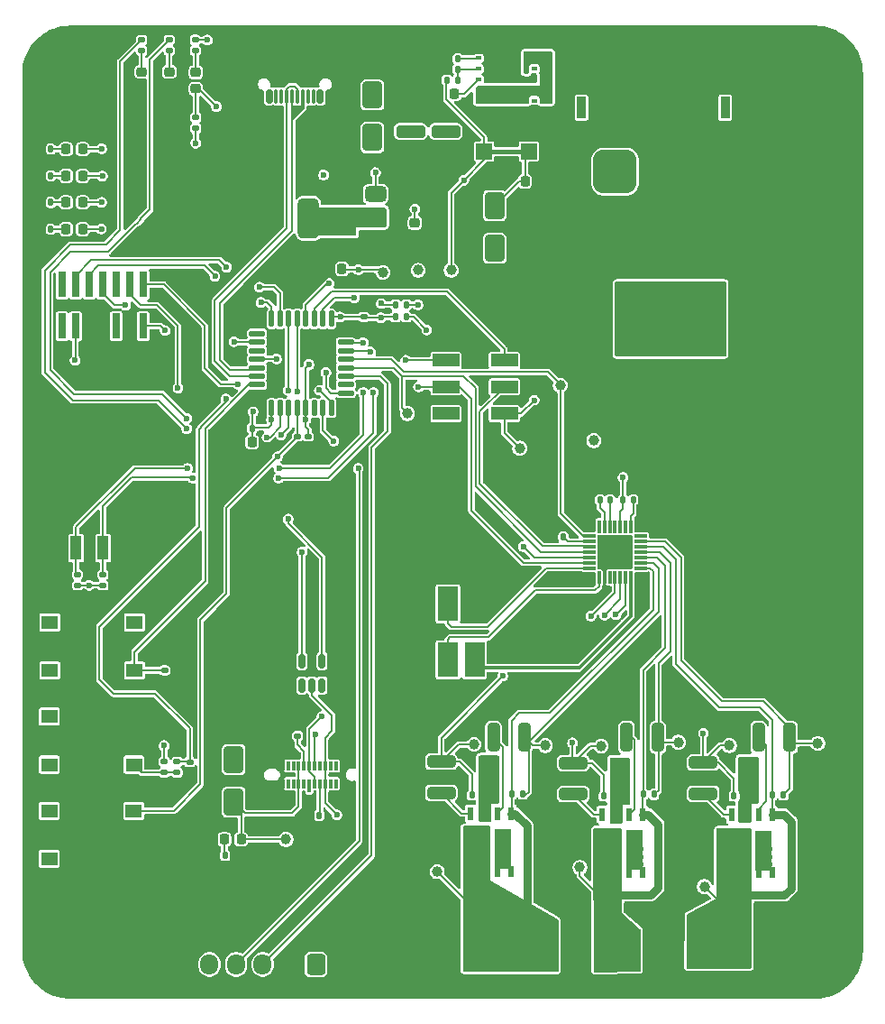
<source format=gbr>
%TF.GenerationSoftware,KiCad,Pcbnew,9.0.0*%
%TF.CreationDate,2025-03-24T22:57:22+01:00*%
%TF.ProjectId,Motor_driver,4d6f746f-725f-4647-9269-7665722e6b69,rev?*%
%TF.SameCoordinates,Original*%
%TF.FileFunction,Copper,L1,Top*%
%TF.FilePolarity,Positive*%
%FSLAX46Y46*%
G04 Gerber Fmt 4.6, Leading zero omitted, Abs format (unit mm)*
G04 Created by KiCad (PCBNEW 9.0.0) date 2025-03-24 22:57:22*
%MOMM*%
%LPD*%
G01*
G04 APERTURE LIST*
G04 Aperture macros list*
%AMRoundRect*
0 Rectangle with rounded corners*
0 $1 Rounding radius*
0 $2 $3 $4 $5 $6 $7 $8 $9 X,Y pos of 4 corners*
0 Add a 4 corners polygon primitive as box body*
4,1,4,$2,$3,$4,$5,$6,$7,$8,$9,$2,$3,0*
0 Add four circle primitives for the rounded corners*
1,1,$1+$1,$2,$3*
1,1,$1+$1,$4,$5*
1,1,$1+$1,$6,$7*
1,1,$1+$1,$8,$9*
0 Add four rect primitives between the rounded corners*
20,1,$1+$1,$2,$3,$4,$5,0*
20,1,$1+$1,$4,$5,$6,$7,0*
20,1,$1+$1,$6,$7,$8,$9,0*
20,1,$1+$1,$8,$9,$2,$3,0*%
G04 Aperture macros list end*
%TA.AperFunction,SMDPad,CuDef*%
%ADD10R,1.900000X3.250000*%
%TD*%
%TA.AperFunction,SMDPad,CuDef*%
%ADD11RoundRect,0.250000X1.075000X-0.312500X1.075000X0.312500X-1.075000X0.312500X-1.075000X-0.312500X0*%
%TD*%
%TA.AperFunction,SMDPad,CuDef*%
%ADD12R,0.610000X1.020000*%
%TD*%
%TA.AperFunction,SMDPad,CuDef*%
%ADD13R,1.650000X3.810000*%
%TD*%
%TA.AperFunction,SMDPad,CuDef*%
%ADD14R,0.610000X1.270000*%
%TD*%
%TA.AperFunction,SMDPad,CuDef*%
%ADD15RoundRect,0.135000X-0.135000X-0.185000X0.135000X-0.185000X0.135000X0.185000X-0.135000X0.185000X0*%
%TD*%
%TA.AperFunction,SMDPad,CuDef*%
%ADD16C,1.000000*%
%TD*%
%TA.AperFunction,SMDPad,CuDef*%
%ADD17RoundRect,0.250000X0.312500X1.075000X-0.312500X1.075000X-0.312500X-1.075000X0.312500X-1.075000X0*%
%TD*%
%TA.AperFunction,SMDPad,CuDef*%
%ADD18RoundRect,0.135000X0.135000X0.185000X-0.135000X0.185000X-0.135000X-0.185000X0.135000X-0.185000X0*%
%TD*%
%TA.AperFunction,SMDPad,CuDef*%
%ADD19RoundRect,0.250000X-1.100000X0.325000X-1.100000X-0.325000X1.100000X-0.325000X1.100000X0.325000X0*%
%TD*%
%TA.AperFunction,SMDPad,CuDef*%
%ADD20RoundRect,0.225000X-0.250000X0.225000X-0.250000X-0.225000X0.250000X-0.225000X0.250000X0.225000X0*%
%TD*%
%TA.AperFunction,ComponentPad*%
%ADD21C,0.800000*%
%TD*%
%TA.AperFunction,ComponentPad*%
%ADD22C,6.400000*%
%TD*%
%TA.AperFunction,SMDPad,CuDef*%
%ADD23RoundRect,0.135000X-0.185000X0.135000X-0.185000X-0.135000X0.185000X-0.135000X0.185000X0.135000X0*%
%TD*%
%TA.AperFunction,SMDPad,CuDef*%
%ADD24R,1.550000X1.300000*%
%TD*%
%TA.AperFunction,SMDPad,CuDef*%
%ADD25RoundRect,0.250000X0.650000X-1.000000X0.650000X1.000000X-0.650000X1.000000X-0.650000X-1.000000X0*%
%TD*%
%TA.AperFunction,SMDPad,CuDef*%
%ADD26RoundRect,0.218750X-0.218750X-0.256250X0.218750X-0.256250X0.218750X0.256250X-0.218750X0.256250X0*%
%TD*%
%TA.AperFunction,SMDPad,CuDef*%
%ADD27R,0.500000X0.400000*%
%TD*%
%TA.AperFunction,SMDPad,CuDef*%
%ADD28R,1.500000X1.500000*%
%TD*%
%TA.AperFunction,SMDPad,CuDef*%
%ADD29R,0.740000X2.400000*%
%TD*%
%TA.AperFunction,SMDPad,CuDef*%
%ADD30RoundRect,0.140000X-0.140000X-0.170000X0.140000X-0.170000X0.140000X0.170000X-0.140000X0.170000X0*%
%TD*%
%TA.AperFunction,ComponentPad*%
%ADD31RoundRect,0.250001X0.799999X1.549999X-0.799999X1.549999X-0.799999X-1.549999X0.799999X-1.549999X0*%
%TD*%
%TA.AperFunction,ComponentPad*%
%ADD32O,2.100000X3.600000*%
%TD*%
%TA.AperFunction,SMDPad,CuDef*%
%ADD33R,0.300000X0.850000*%
%TD*%
%TA.AperFunction,HeatsinkPad*%
%ADD34C,1.100000*%
%TD*%
%TA.AperFunction,SMDPad,CuDef*%
%ADD35RoundRect,0.218750X0.256250X-0.218750X0.256250X0.218750X-0.256250X0.218750X-0.256250X-0.218750X0*%
%TD*%
%TA.AperFunction,SMDPad,CuDef*%
%ADD36RoundRect,0.125000X0.125000X-0.625000X0.125000X0.625000X-0.125000X0.625000X-0.125000X-0.625000X0*%
%TD*%
%TA.AperFunction,SMDPad,CuDef*%
%ADD37RoundRect,0.125000X0.625000X-0.125000X0.625000X0.125000X-0.625000X0.125000X-0.625000X-0.125000X0*%
%TD*%
%TA.AperFunction,ComponentPad*%
%ADD38RoundRect,0.250000X0.600000X0.725000X-0.600000X0.725000X-0.600000X-0.725000X0.600000X-0.725000X0*%
%TD*%
%TA.AperFunction,ComponentPad*%
%ADD39O,1.700000X1.950000*%
%TD*%
%TA.AperFunction,SMDPad,CuDef*%
%ADD40RoundRect,0.140000X0.170000X-0.140000X0.170000X0.140000X-0.170000X0.140000X-0.170000X-0.140000X0*%
%TD*%
%TA.AperFunction,SMDPad,CuDef*%
%ADD41RoundRect,0.150000X0.150000X0.500000X-0.150000X0.500000X-0.150000X-0.500000X0.150000X-0.500000X0*%
%TD*%
%TA.AperFunction,SMDPad,CuDef*%
%ADD42RoundRect,0.075000X0.075000X0.575000X-0.075000X0.575000X-0.075000X-0.575000X0.075000X-0.575000X0*%
%TD*%
%TA.AperFunction,HeatsinkPad*%
%ADD43O,1.000000X2.100000*%
%TD*%
%TA.AperFunction,HeatsinkPad*%
%ADD44O,1.000000X1.600000*%
%TD*%
%TA.AperFunction,SMDPad,CuDef*%
%ADD45R,0.300000X1.150000*%
%TD*%
%TA.AperFunction,SMDPad,CuDef*%
%ADD46R,1.150000X0.300000*%
%TD*%
%TA.AperFunction,SMDPad,CuDef*%
%ADD47R,3.150000X3.150000*%
%TD*%
%TA.AperFunction,SMDPad,CuDef*%
%ADD48RoundRect,0.135000X0.185000X-0.135000X0.185000X0.135000X-0.185000X0.135000X-0.185000X-0.135000X0*%
%TD*%
%TA.AperFunction,SMDPad,CuDef*%
%ADD49RoundRect,0.250000X-0.650000X1.000000X-0.650000X-1.000000X0.650000X-1.000000X0.650000X1.000000X0*%
%TD*%
%TA.AperFunction,SMDPad,CuDef*%
%ADD50R,1.100000X2.200000*%
%TD*%
%TA.AperFunction,SMDPad,CuDef*%
%ADD51RoundRect,0.150000X-0.150000X0.512500X-0.150000X-0.512500X0.150000X-0.512500X0.150000X0.512500X0*%
%TD*%
%TA.AperFunction,SMDPad,CuDef*%
%ADD52RoundRect,0.225000X0.225000X0.250000X-0.225000X0.250000X-0.225000X-0.250000X0.225000X-0.250000X0*%
%TD*%
%TA.AperFunction,SMDPad,CuDef*%
%ADD53RoundRect,0.225000X0.250000X-0.225000X0.250000X0.225000X-0.250000X0.225000X-0.250000X-0.225000X0*%
%TD*%
%TA.AperFunction,SMDPad,CuDef*%
%ADD54R,7.350000X4.650000*%
%TD*%
%TA.AperFunction,SMDPad,CuDef*%
%ADD55RoundRect,0.140000X-0.170000X0.140000X-0.170000X-0.140000X0.170000X-0.140000X0.170000X0.140000X0*%
%TD*%
%TA.AperFunction,SMDPad,CuDef*%
%ADD56RoundRect,0.375000X0.625000X0.375000X-0.625000X0.375000X-0.625000X-0.375000X0.625000X-0.375000X0*%
%TD*%
%TA.AperFunction,SMDPad,CuDef*%
%ADD57RoundRect,0.500000X0.500000X1.400000X-0.500000X1.400000X-0.500000X-1.400000X0.500000X-1.400000X0*%
%TD*%
%TA.AperFunction,SMDPad,CuDef*%
%ADD58RoundRect,0.225000X-0.225000X-0.250000X0.225000X-0.250000X0.225000X0.250000X-0.225000X0.250000X0*%
%TD*%
%TA.AperFunction,SMDPad,CuDef*%
%ADD59RoundRect,0.140000X0.140000X0.170000X-0.140000X0.170000X-0.140000X-0.170000X0.140000X-0.170000X0*%
%TD*%
%TA.AperFunction,SMDPad,CuDef*%
%ADD60RoundRect,0.036364X1.213636X-0.563636X1.213636X0.563636X-1.213636X0.563636X-1.213636X-0.563636X0*%
%TD*%
%TA.AperFunction,ComponentPad*%
%ADD61R,0.900000X2.000000*%
%TD*%
%TA.AperFunction,ComponentPad*%
%ADD62RoundRect,1.025000X-1.025000X-1.025000X1.025000X-1.025000X1.025000X1.025000X-1.025000X1.025000X0*%
%TD*%
%TA.AperFunction,ComponentPad*%
%ADD63C,4.100000*%
%TD*%
%TA.AperFunction,ViaPad*%
%ADD64C,0.600000*%
%TD*%
%TA.AperFunction,ViaPad*%
%ADD65C,0.400000*%
%TD*%
%TA.AperFunction,ViaPad*%
%ADD66C,0.300000*%
%TD*%
%TA.AperFunction,Conductor*%
%ADD67C,0.200000*%
%TD*%
%TA.AperFunction,Conductor*%
%ADD68C,0.800000*%
%TD*%
%TA.AperFunction,Conductor*%
%ADD69C,0.400000*%
%TD*%
%TA.AperFunction,Conductor*%
%ADD70C,0.300000*%
%TD*%
G04 APERTURE END LIST*
D10*
%TO.P,R3,1,1*%
%TO.N,/LSS*%
X108000000Y-116000000D03*
%TO.P,R3,2,2*%
%TO.N,Net-(IC1-SENP)*%
X105500000Y-116000000D03*
%TO.P,R3,3,3*%
%TO.N,Net-(IC1-SENN)*%
X105500000Y-110750000D03*
%TO.P,R3,4,4*%
%TO.N,GND*%
X108000000Y-110750000D03*
%TD*%
D11*
%TO.P,R37,2*%
%TO.N,/GLA*%
X129469999Y-125670000D03*
%TO.P,R37,1*%
%TO.N,Net-(SQJ746ELP3-G2)*%
X129469999Y-128595000D03*
%TD*%
D12*
%TO.P,SQJ746ELP3,6,D2*%
%TO.N,/SC*%
X132134999Y-136000000D03*
X133404999Y-136000000D03*
D13*
X132909999Y-133895000D03*
D12*
%TO.P,SQJ746ELP3,5,D1*%
%TO.N,+24V*%
X134674999Y-136000000D03*
X135944999Y-136000000D03*
D13*
X135169999Y-133895000D03*
D14*
%TO.P,SQJ746ELP3,4,G2*%
%TO.N,Net-(SQJ746ELP3-G2)*%
X132134999Y-130534999D03*
%TO.P,SQJ746ELP3,3,S2*%
%TO.N,/LSS*%
X133404999Y-130535000D03*
%TO.P,SQJ746ELP3,2,G1*%
%TO.N,Net-(SQJ746ELP3-G1)*%
X134674999Y-130535000D03*
%TO.P,SQJ746ELP3,1,S1*%
%TO.N,/SC*%
X135944999Y-130534999D03*
%TD*%
D15*
%TO.P,R38,2*%
%TO.N,/LSS*%
X133389997Y-128795000D03*
%TO.P,R38,1*%
%TO.N,/GLA*%
X132369999Y-128795000D03*
%TD*%
D16*
%TO.P,SC,1,1*%
%TO.N,/SC*%
X129600000Y-137300000D03*
%TD*%
%TO.P,GLA,1,1*%
%TO.N,/GLA*%
X131950000Y-124050000D03*
%TD*%
D17*
%TO.P,R36,2*%
%TO.N,Net-(SQJ746ELP3-G1)*%
X134675000Y-123300000D03*
%TO.P,R36,1*%
%TO.N,/arm_bridge_C/GHx*%
X137600000Y-123300000D03*
%TD*%
D18*
%TO.P,R35,2*%
%TO.N,/SC*%
X135980001Y-128710000D03*
%TO.P,R35,1*%
%TO.N,/arm_bridge_C/GHx*%
X136999999Y-128710000D03*
%TD*%
D16*
%TO.P,GHC,1,1*%
%TO.N,/arm_bridge_C/GHx*%
X140250000Y-123850000D03*
%TD*%
D19*
%TO.P,C1,2*%
%TO.N,GND*%
X105300000Y-69375001D03*
%TO.P,C1,1*%
%TO.N,+24V*%
X105300000Y-66424999D03*
%TD*%
%TO.P,C2,1*%
%TO.N,+24V*%
X102000000Y-66424999D03*
%TO.P,C2,2*%
%TO.N,GND*%
X102000000Y-69375001D03*
%TD*%
D16*
%TO.P,5V,1,1*%
%TO.N,+5V*%
X102700000Y-79450000D03*
%TD*%
D20*
%TO.P,C5,1*%
%TO.N,+5V*%
X102400000Y-75000000D03*
%TO.P,C5,2*%
%TO.N,GND*%
X102400000Y-76550000D03*
%TD*%
D21*
%TO.P,H3,1,1*%
%TO.N,GND*%
X67600000Y-61000000D03*
X68302944Y-59302944D03*
X68302944Y-62697056D03*
X70000000Y-58600000D03*
D22*
X70000000Y-61000000D03*
D21*
X70000000Y-63400000D03*
X71697056Y-59302944D03*
X71697056Y-62697056D03*
X72400000Y-61000000D03*
%TD*%
D23*
%TO.P,R2,1*%
%TO.N,Net-(D1-K)*%
X81810000Y-65130002D03*
%TO.P,R2,2*%
%TO.N,+3.3V*%
X81810000Y-66150000D03*
%TD*%
D24*
%TO.P,SW6,1,1*%
%TO.N,/BOOT_0*%
X76049999Y-117000000D03*
%TO.P,SW6,2,2*%
%TO.N,+3.3V*%
X76049999Y-112500000D03*
%TO.P,SW6,3*%
%TO.N,N/C*%
X68099999Y-117000000D03*
%TO.P,SW6,4*%
X68099999Y-112500000D03*
%TD*%
D18*
%TO.P,R31,1*%
%TO.N,/arm_bridge_B/GHx*%
X124859998Y-128640000D03*
%TO.P,R31,2*%
%TO.N,/SB*%
X123840000Y-128640000D03*
%TD*%
D16*
%TO.P,5V_USB,1,1*%
%TO.N,/5V_USB*%
X90279898Y-132871574D03*
%TD*%
D25*
%TO.P,D4,1,K*%
%TO.N,+5V*%
X98400000Y-67000000D03*
%TO.P,D4,2,A*%
%TO.N,/5V_Cmd*%
X98400000Y-62999998D03*
%TD*%
D16*
%TO.P,GLB,1,1*%
%TO.N,/GLB*%
X119900000Y-124100000D03*
%TD*%
D23*
%TO.P,R14,1*%
%TO.N,/ADD_SEL_1*%
X70700000Y-108000000D03*
%TO.P,R14,2*%
%TO.N,+3.3V*%
X70700000Y-109019998D03*
%TD*%
D18*
%TO.P,R4,1*%
%TO.N,Net-(PS1-FSW)*%
X106409999Y-59600000D03*
%TO.P,R4,2*%
%TO.N,GND*%
X105390001Y-59600000D03*
%TD*%
D16*
%TO.P,PWM,1,1*%
%TO.N,/PWM_T1C1*%
X112250000Y-96150000D03*
%TD*%
D15*
%TO.P,R9,1*%
%TO.N,Net-(D7-K)*%
X84579900Y-134371575D03*
%TO.P,R9,2*%
%TO.N,GND*%
X85599898Y-134371575D03*
%TD*%
D26*
%TO.P,D9,1,K*%
%TO.N,Net-(D9-K)*%
X69614998Y-68090000D03*
%TO.P,D9,2,A*%
%TO.N,+3.3V*%
X71190000Y-68090000D03*
%TD*%
D14*
%TO.P,SQJ746ELP1,1,S1*%
%TO.N,/SA*%
X111444999Y-130434999D03*
%TO.P,SQJ746ELP1,2,G1*%
%TO.N,Net-(SQJ746ELP1-G1)*%
X110174999Y-130435000D03*
%TO.P,SQJ746ELP1,3,S2*%
%TO.N,/LSS*%
X108904999Y-130435000D03*
%TO.P,SQJ746ELP1,4,G2*%
%TO.N,Net-(SQJ746ELP1-G2)*%
X107634999Y-130434999D03*
D13*
%TO.P,SQJ746ELP1,5,D1*%
%TO.N,+24V*%
X110669999Y-133795000D03*
D12*
X111444999Y-135900000D03*
X110174999Y-135900000D03*
D13*
%TO.P,SQJ746ELP1,6,D2*%
%TO.N,/SA*%
X108409999Y-133795000D03*
D12*
X108904999Y-135900000D03*
X107634999Y-135900000D03*
%TD*%
D16*
%TO.P,DIR,1,1*%
%TO.N,DIR*%
X101700000Y-92900000D03*
%TD*%
%TO.P,TP9,1,1*%
%TO.N,/arm_bridge_A/GHx*%
X114650000Y-124050000D03*
%TD*%
D27*
%TO.P,PS1,1,FSW*%
%TO.N,Net-(PS1-FSW)*%
X108400000Y-59550000D03*
%TO.P,PS1,2,FB*%
%TO.N,Net-(PS1-FB)*%
X108400000Y-60550000D03*
%TO.P,PS1,3,VCC*%
%TO.N,Net-(PS1-VCC)*%
X108399999Y-61550000D03*
%TO.P,PS1,4,VIN_1*%
%TO.N,+24V*%
X108400000Y-62550000D03*
%TO.P,PS1,5,VIN_2*%
X108400000Y-63550000D03*
D28*
%TO.P,PS1,6,VOUT_1*%
%TO.N,/5V_BUCK*%
X108900000Y-68300000D03*
%TO.P,PS1,7,VOUT_2*%
X113100000Y-68300000D03*
D27*
%TO.P,PS1,8,DNC*%
%TO.N,unconnected-(PS1-DNC-Pad8)*%
X113600000Y-63550000D03*
%TO.P,PS1,9,VIN_3*%
%TO.N,+24V*%
X113600000Y-62550000D03*
%TO.P,PS1,10,AGND*%
%TO.N,GND*%
X113600001Y-61550000D03*
%TO.P,PS1,11,PG*%
%TO.N,unconnected-(PS1-PG-Pad11)*%
X113600000Y-60550000D03*
%TO.P,PS1,12,EN*%
%TO.N,+24V*%
X113600000Y-59550000D03*
D28*
%TO.P,PS1,13,PGND*%
%TO.N,GND*%
X111000000Y-61150000D03*
%TD*%
D24*
%TO.P,SW1,1,1*%
%TO.N,GND*%
X75990000Y-134680000D03*
%TO.P,SW1,2,2*%
%TO.N,/NRST*%
X75990000Y-130180000D03*
%TO.P,SW1,3*%
%TO.N,N/C*%
X68040000Y-134680000D03*
%TO.P,SW1,4*%
X68040000Y-130180000D03*
%TD*%
D29*
%TO.P,J4,1,NC*%
%TO.N,unconnected-(J4-NC-Pad1)*%
X69250000Y-84700000D03*
%TO.P,J4,2,NC*%
%TO.N,unconnected-(J4-NC-Pad2)*%
X69250000Y-80800000D03*
%TO.P,J4,3,VCC*%
%TO.N,+3.3V*%
X70520000Y-84700000D03*
%TO.P,J4,4,JTMS/SWDIO*%
%TO.N,/SWDIO*%
X70520000Y-80800000D03*
%TO.P,J4,5,GND*%
%TO.N,GND*%
X71790000Y-84700000D03*
%TO.P,J4,6,JCLK/SWCLK*%
%TO.N,/SWCLK*%
X71790000Y-80800000D03*
%TO.P,J4,7,GND*%
%TO.N,GND*%
X73060000Y-84700000D03*
%TO.P,J4,8,JTDO/SWO*%
%TO.N,/SWO*%
X73060000Y-80800000D03*
%TO.P,J4,9,JRCLK/NC*%
%TO.N,unconnected-(J4-JRCLK{slash}NC-Pad9)*%
X74330000Y-84700000D03*
%TO.P,J4,10,JTDI/NC*%
%TO.N,unconnected-(J4-JTDI{slash}NC-Pad10)*%
X74330000Y-80800000D03*
%TO.P,J4,11,GNDDetect*%
%TO.N,GND*%
X75600000Y-84700000D03*
%TO.P,J4,12,~{RST}*%
%TO.N,/NRST*%
X75600000Y-80800000D03*
%TO.P,J4,13,VCP_RX*%
%TO.N,/VCP_RX*%
X76870000Y-84700000D03*
%TO.P,J4,14,VCP_TX*%
%TO.N,/VCP_TX*%
X76870000Y-80800000D03*
%TD*%
D30*
%TO.P,C3,1*%
%TO.N,GND*%
X115390000Y-104500000D03*
%TO.P,C3,2*%
%TO.N,Net-(IC1-VREG)*%
X116350000Y-104500000D03*
%TD*%
D18*
%TO.P,R23,1*%
%TO.N,/FG*%
X101590000Y-82700000D03*
%TO.P,R23,2*%
%TO.N,+3.3V*%
X100570002Y-82700000D03*
%TD*%
D23*
%TO.P,R18,1*%
%TO.N,/BTN_3*%
X80050000Y-125580002D03*
%TO.P,R18,2*%
%TO.N,Net-(R18-Pad2)*%
X80050000Y-126600000D03*
%TD*%
D31*
%TO.P,J3,1,Pin_1*%
%TO.N,/SC*%
X129500000Y-142900000D03*
D32*
%TO.P,J3,2,Pin_2*%
%TO.N,/SB*%
X121880000Y-142900000D03*
%TO.P,J3,3,Pin_3*%
%TO.N,/SA*%
X114260000Y-142900000D03*
%TD*%
D33*
%TO.P,J6,A1,GND*%
%TO.N,GND*%
X95479900Y-127641573D03*
%TO.P,J6,A2*%
%TO.N,N/C*%
X94979900Y-127641573D03*
%TO.P,J6,A3*%
X94479900Y-127641573D03*
%TO.P,J6,A4,VBUS*%
%TO.N,/5V_USB*%
X93979900Y-127641573D03*
%TO.P,J6,A5,CC1*%
%TO.N,Net-(J6-CC1)*%
X93479900Y-127641573D03*
%TO.P,J6,A6,D+*%
%TO.N,/D+*%
X92979900Y-127641573D03*
%TO.P,J6,A7,D-*%
%TO.N,/D-*%
X92479900Y-127641573D03*
%TO.P,J6,A8,SBU1*%
%TO.N,unconnected-(J6-SBU1-PadA8)*%
X91979900Y-127641573D03*
%TO.P,J6,A9,VBUS*%
%TO.N,/5V_USB*%
X91479900Y-127641573D03*
%TO.P,J6,A10*%
%TO.N,N/C*%
X90979900Y-127641573D03*
%TO.P,J6,A11*%
X90479900Y-127641573D03*
%TO.P,J6,A12,GND*%
%TO.N,GND*%
X89979900Y-127641573D03*
%TO.P,J6,B1,GND*%
X89979900Y-125971573D03*
%TO.P,J6,B2*%
%TO.N,N/C*%
X90479900Y-125971573D03*
%TO.P,J6,B3*%
X90979900Y-125971573D03*
%TO.P,J6,B4,VBUS*%
%TO.N,/5V_USB*%
X91479900Y-125971573D03*
%TO.P,J6,B5,CC2*%
%TO.N,Net-(J6-CC2)*%
X91979900Y-125971573D03*
%TO.P,J6,B6,D+*%
%TO.N,/D+*%
X92479900Y-125971573D03*
%TO.P,J6,B7,D-*%
%TO.N,/D-*%
X92979900Y-125971573D03*
%TO.P,J6,B8,SBU2*%
%TO.N,unconnected-(J6-SBU2-PadB8)*%
X93479900Y-125971573D03*
%TO.P,J6,B9,VBUS*%
%TO.N,/5V_USB*%
X93979900Y-125971573D03*
%TO.P,J6,B10*%
%TO.N,N/C*%
X94479900Y-125971573D03*
%TO.P,J6,B11*%
X94979900Y-125971573D03*
%TO.P,J6,B12,GND*%
%TO.N,GND*%
X95479900Y-125971573D03*
D34*
%TO.P,J6,S1,SHIELD*%
X95129900Y-128956573D03*
X95129900Y-124656573D03*
X90329900Y-128956573D03*
X90329900Y-124656573D03*
%TD*%
D35*
%TO.P,D11,1,K*%
%TO.N,GND*%
X79319253Y-62424032D03*
%TO.P,D11,2,A*%
%TO.N,Net-(D11-A)*%
X79319253Y-60849030D03*
%TD*%
D18*
%TO.P,R7,1*%
%TO.N,Net-(D5-K)*%
X68194996Y-75600000D03*
%TO.P,R7,2*%
%TO.N,GND*%
X67174998Y-75600000D03*
%TD*%
D16*
%TO.P,GHB,1,1*%
%TO.N,/arm_bridge_B/GHx*%
X127150000Y-123750000D03*
%TD*%
D18*
%TO.P,R6,1*%
%TO.N,Net-(PS1-FB)*%
X106409999Y-60600000D03*
%TO.P,R6,2*%
%TO.N,GND*%
X105390001Y-60600000D03*
%TD*%
D16*
%TO.P,TP5V_BUCK,1,1*%
%TO.N,/5V_BUCK*%
X105800000Y-79450000D03*
%TD*%
%TO.P,TP11,1,1*%
%TO.N,/GLC*%
X107950000Y-123950000D03*
%TD*%
D36*
%TO.P,U3,1,VDD*%
%TO.N,+3.3V*%
X88936397Y-92372918D03*
%TO.P,U3,2,PC14*%
%TO.N,/LED_0*%
X89736397Y-92372918D03*
%TO.P,U3,3,PC15*%
%TO.N,/LED_1*%
X90536397Y-92372918D03*
%TO.P,U3,4,NRST*%
%TO.N,/NRST*%
X91336397Y-92372918D03*
%TO.P,U3,5,VDDA*%
%TO.N,+3.3V*%
X92136397Y-92372918D03*
%TO.P,U3,6,PA0*%
%TO.N,/RCC_CLK_IN*%
X92936397Y-92372918D03*
%TO.P,U3,7,PA1*%
%TO.N,/ENC_B*%
X93736397Y-92372918D03*
%TO.P,U3,8,PA2*%
%TO.N,/VCP_TX*%
X94536397Y-92372918D03*
D37*
%TO.P,U3,9,PA3*%
%TO.N,/VCP_RX*%
X95911397Y-90997918D03*
%TO.P,U3,10,PA4*%
%TO.N,unconnected-(U3-PA4-Pad10)*%
X95911397Y-90197918D03*
%TO.P,U3,11,PA5*%
%TO.N,/ENC_A*%
X95911397Y-89397918D03*
%TO.P,U3,12,PA6*%
%TO.N,DIR*%
X95911397Y-88597918D03*
%TO.P,U3,13,PA7*%
%TO.N,BRAKE*%
X95911397Y-87797918D03*
%TO.P,U3,14,PB0*%
%TO.N,/ADD_SEL_0*%
X95911397Y-86997918D03*
%TO.P,U3,15,PB1*%
%TO.N,/ADD_SEL_1*%
X95911397Y-86197918D03*
%TO.P,U3,16,VSS*%
%TO.N,GND*%
X95911397Y-85397918D03*
D36*
%TO.P,U3,17,VDD*%
%TO.N,+3.3V*%
X94536397Y-84022918D03*
%TO.P,U3,18,PA8*%
%TO.N,/PWM_T1C1*%
X93736397Y-84022918D03*
%TO.P,U3,19,PA9*%
%TO.N,/SCL_I2C1*%
X92936397Y-84022918D03*
%TO.P,U3,20,PA10*%
%TO.N,/SDA_I2C1*%
X92136397Y-84022918D03*
%TO.P,U3,21,PA11*%
%TO.N,/USB_DM*%
X91336397Y-84022918D03*
%TO.P,U3,22,PA12*%
%TO.N,/USB_DP*%
X90536397Y-84022918D03*
%TO.P,U3,23,PA13*%
%TO.N,/SWDIO*%
X89736397Y-84022918D03*
%TO.P,U3,24,PA14*%
%TO.N,/SWCLK*%
X88936397Y-84022918D03*
D37*
%TO.P,U3,25,PA15*%
%TO.N,unconnected-(U3-PA15-Pad25)*%
X87561397Y-85397918D03*
%TO.P,U3,26,PB3*%
%TO.N,/SWO*%
X87561397Y-86197918D03*
%TO.P,U3,27,PB4*%
%TO.N,unconnected-(U3-PB4-Pad27)*%
X87561397Y-86997918D03*
%TO.P,U3,28,PB5*%
%TO.N,/BTN_3*%
X87561397Y-87797918D03*
%TO.P,U3,29,PB6*%
%TO.N,/Cmd_TX*%
X87561397Y-88597918D03*
%TO.P,U3,30,PB7*%
%TO.N,/Cmd_RX*%
X87561397Y-89397918D03*
%TO.P,U3,31,PH3*%
%TO.N,/BOOT_0*%
X87561397Y-90197918D03*
%TO.P,U3,32,VSS*%
%TO.N,GND*%
X87561397Y-90997918D03*
%TD*%
D18*
%TO.P,R24,1*%
%TO.N,/SPD*%
X101580000Y-83830000D03*
%TO.P,R24,2*%
%TO.N,+3.3V*%
X100560002Y-83830000D03*
%TD*%
D16*
%TO.P,3V3,1,1*%
%TO.N,+3.3V*%
X99400000Y-79650000D03*
%TD*%
D38*
%TO.P,J2,1,Pin_1*%
%TO.N,+5V*%
X93100000Y-144600000D03*
D39*
%TO.P,J2,2,Pin_2*%
%TO.N,GND*%
X90600000Y-144600000D03*
%TO.P,J2,3,Pin_3*%
%TO.N,/ENC_A*%
X88100000Y-144600000D03*
%TO.P,J2,4,Pin_4*%
%TO.N,/ENC_B*%
X85600000Y-144600000D03*
%TO.P,J2,5,Pin_5*%
%TO.N,/ENC_X*%
X83100000Y-144600000D03*
%TD*%
D18*
%TO.P,R10,1*%
%TO.N,Net-(D8-K)*%
X68200000Y-70590000D03*
%TO.P,R10,2*%
%TO.N,GND*%
X67180002Y-70590000D03*
%TD*%
D30*
%TO.P,C15,1*%
%TO.N,GND*%
X86150001Y-94297207D03*
%TO.P,C15,2*%
%TO.N,+3.3V*%
X87110001Y-94297207D03*
%TD*%
D14*
%TO.P,SQJ746ELP2,1,S1*%
%TO.N,/SB*%
X123805000Y-130524999D03*
%TO.P,SQJ746ELP2,2,G1*%
%TO.N,Net-(SQJ746ELP2-G1)*%
X122535000Y-130525000D03*
%TO.P,SQJ746ELP2,3,S2*%
%TO.N,/LSS*%
X121265000Y-130525000D03*
%TO.P,SQJ746ELP2,4,G2*%
%TO.N,Net-(SQJ746ELP2-G2)*%
X119995000Y-130524999D03*
D13*
%TO.P,SQJ746ELP2,5,D1*%
%TO.N,+24V*%
X123030000Y-133885000D03*
D12*
X123805000Y-135990000D03*
X122535000Y-135990000D03*
D13*
%TO.P,SQJ746ELP2,6,D2*%
%TO.N,/SB*%
X120770000Y-133885000D03*
D12*
X121265000Y-135990000D03*
X119995000Y-135990000D03*
%TD*%
D17*
%TO.P,R32,1*%
%TO.N,/arm_bridge_B/GHx*%
X125225000Y-123300000D03*
%TO.P,R32,2*%
%TO.N,Net-(SQJ746ELP2-G1)*%
X122300000Y-123300000D03*
%TD*%
D35*
%TO.P,D10,1,K*%
%TO.N,GND*%
X76729254Y-62424033D03*
%TO.P,D10,2,A*%
%TO.N,Net-(D10-A)*%
X76729254Y-60849031D03*
%TD*%
D26*
%TO.P,D6,1,K*%
%TO.N,Net-(D6-K)*%
X69614998Y-73090000D03*
%TO.P,D6,2,A*%
%TO.N,/5V_BUCK*%
X71190000Y-73090000D03*
%TD*%
D40*
%TO.P,C12,1*%
%TO.N,GND*%
X91382841Y-96016853D03*
%TO.P,C12,2*%
%TO.N,/NRST*%
X91382841Y-95056853D03*
%TD*%
D15*
%TO.P,R30,1*%
%TO.N,/GLC*%
X107750001Y-128695000D03*
%TO.P,R30,2*%
%TO.N,/LSS*%
X108769999Y-128695000D03*
%TD*%
D26*
%TO.P,D5,1,K*%
%TO.N,Net-(D5-K)*%
X69614998Y-75590000D03*
%TO.P,D5,2,A*%
%TO.N,+24V*%
X71190000Y-75590000D03*
%TD*%
D15*
%TO.P,R34,1*%
%TO.N,/GLB*%
X120150001Y-128795000D03*
%TO.P,R34,2*%
%TO.N,/LSS*%
X121169999Y-128795000D03*
%TD*%
D41*
%TO.P,J5,A1,GND*%
%TO.N,GND*%
X94310000Y-63140000D03*
%TO.P,J5,A4,VBUS*%
%TO.N,/5V_Cmd*%
X93510000Y-63140000D03*
D42*
%TO.P,J5,A5,CC1*%
%TO.N,unconnected-(J5-CC1-PadA5)*%
X92360000Y-63139999D03*
%TO.P,J5,A6,D+*%
%TO.N,/Cmd_RX*%
X91360000Y-63140000D03*
%TO.P,J5,A7,D-*%
%TO.N,/Cmd_TX*%
X90860000Y-63140000D03*
%TO.P,J5,A8,SBU1*%
%TO.N,unconnected-(J5-SBU1-PadA8)*%
X89860000Y-63139999D03*
D41*
%TO.P,J5,A9,VBUS*%
%TO.N,/5V_Cmd*%
X88710000Y-63140000D03*
%TO.P,J5,A12,GND*%
%TO.N,GND*%
X87910000Y-63140000D03*
%TO.P,J5,B1,GND*%
X87910000Y-63140000D03*
%TO.P,J5,B4,VBUS*%
%TO.N,/5V_Cmd*%
X88710000Y-63140000D03*
D42*
%TO.P,J5,B5,CC2*%
%TO.N,unconnected-(J5-CC2-PadB5)*%
X89360000Y-63140000D03*
%TO.P,J5,B6,D+*%
%TO.N,/Cmd_RX*%
X90360000Y-63140000D03*
%TO.P,J5,B7,D-*%
%TO.N,/Cmd_TX*%
X91860000Y-63140000D03*
%TO.P,J5,B8,SBU2*%
%TO.N,unconnected-(J5-SBU2-PadB8)*%
X92860000Y-63140000D03*
D41*
%TO.P,J5,B9,VBUS*%
%TO.N,/5V_Cmd*%
X93510000Y-63140000D03*
%TO.P,J5,B12,GND*%
%TO.N,GND*%
X94310000Y-63140000D03*
D43*
%TO.P,J5,S1,SHIELD*%
X95430000Y-62500000D03*
D44*
X95430000Y-58320000D03*
D43*
X86790000Y-62500000D03*
D44*
X86790000Y-58320000D03*
%TD*%
D16*
%TO.P,24V,1,1*%
%TO.N,+24V*%
X119200000Y-95440000D03*
%TD*%
D24*
%TO.P,SW5,1,1*%
%TO.N,Net-(R18-Pad2)*%
X76000000Y-125850000D03*
%TO.P,SW5,2,2*%
%TO.N,GND*%
X76000000Y-121350000D03*
%TO.P,SW5,3*%
%TO.N,N/C*%
X68050000Y-125850000D03*
%TO.P,SW5,4*%
X68050000Y-121350000D03*
%TD*%
D45*
%TO.P,IC1,1,SENP*%
%TO.N,Net-(IC1-SENP)*%
X119700000Y-108300000D03*
%TO.P,IC1,2,GND*%
%TO.N,GND*%
X120200000Y-108300000D03*
%TO.P,IC1,3,NC_1*%
%TO.N,unconnected-(IC1-NC_1-Pad3)*%
X120700000Y-108300000D03*
%TO.P,IC1,4,GLA*%
%TO.N,/GLA*%
X121200000Y-108300000D03*
%TO.P,IC1,5,GLB*%
%TO.N,/GLB*%
X121700000Y-108300000D03*
%TO.P,IC1,6,GLC*%
%TO.N,/GLC*%
X122200000Y-108300000D03*
%TO.P,IC1,7,LSS*%
%TO.N,/LSS*%
X122700000Y-108300000D03*
D46*
%TO.P,IC1,8,SA*%
%TO.N,/SA*%
X123600000Y-107400000D03*
%TO.P,IC1,9,GHA*%
%TO.N,/arm_bridge_A/GHx*%
X123600000Y-106900000D03*
%TO.P,IC1,10,SB*%
%TO.N,/SB*%
X123600000Y-106400000D03*
%TO.P,IC1,11,GHB*%
%TO.N,/arm_bridge_B/GHx*%
X123600000Y-105900000D03*
%TO.P,IC1,12,SC*%
%TO.N,/SC*%
X123600000Y-105400000D03*
%TO.P,IC1,13,GHC*%
%TO.N,/arm_bridge_C/GHx*%
X123600000Y-104900000D03*
%TO.P,IC1,14,NC_2*%
%TO.N,unconnected-(IC1-NC_2-Pad14)*%
X123600000Y-104400000D03*
D45*
%TO.P,IC1,15,VCP*%
%TO.N,Net-(IC1-VCP)*%
X122700000Y-103500000D03*
%TO.P,IC1,16,NC_3*%
%TO.N,unconnected-(IC1-NC_3-Pad16)*%
X122200000Y-103500000D03*
%TO.P,IC1,17,VBB*%
%TO.N,+24V*%
X121700000Y-103500000D03*
%TO.P,IC1,18,NC_4*%
%TO.N,unconnected-(IC1-NC_4-Pad18)*%
X121200000Y-103500000D03*
%TO.P,IC1,19,CP2*%
%TO.N,Net-(IC1-CP2)*%
X120700000Y-103500000D03*
%TO.P,IC1,20,CP1*%
%TO.N,Net-(IC1-CP1)*%
X120200000Y-103500000D03*
%TO.P,IC1,21,NC_5*%
%TO.N,unconnected-(IC1-NC_5-Pad21)*%
X119700000Y-103500000D03*
D46*
%TO.P,IC1,22,BRAKE*%
%TO.N,BRAKE*%
X118800000Y-104400000D03*
%TO.P,IC1,23,VREG*%
%TO.N,Net-(IC1-VREG)*%
X118800000Y-104900000D03*
%TO.P,IC1,24,SPD*%
%TO.N,/SPD*%
X118800000Y-105400000D03*
%TO.P,IC1,25,DIR*%
%TO.N,DIR*%
X118800000Y-105900000D03*
%TO.P,IC1,26,FAULT*%
%TO.N,Net-(D1-K)*%
X118800000Y-106400000D03*
%TO.P,IC1,27,FG*%
%TO.N,/FG*%
X118800000Y-106900000D03*
%TO.P,IC1,28,SENN*%
%TO.N,Net-(IC1-SENN)*%
X118800000Y-107400000D03*
D47*
%TO.P,IC1,29,EP*%
%TO.N,GND*%
X121200000Y-105900000D03*
%TD*%
D18*
%TO.P,R8,1*%
%TO.N,Net-(D6-K)*%
X68194997Y-73090000D03*
%TO.P,R8,2*%
%TO.N,GND*%
X67174999Y-73090000D03*
%TD*%
D16*
%TO.P,BRAKE,1,1*%
%TO.N,BRAKE*%
X116050000Y-90250000D03*
%TD*%
D15*
%TO.P,R20,1*%
%TO.N,GND*%
X92380002Y-130600000D03*
%TO.P,R20,2*%
%TO.N,Net-(J6-CC1)*%
X93400000Y-130600000D03*
%TD*%
D48*
%TO.P,R21,1*%
%TO.N,Net-(J6-CC2)*%
X91379899Y-123141574D03*
%TO.P,R21,2*%
%TO.N,GND*%
X91379899Y-122121576D03*
%TD*%
D49*
%TO.P,D3,1,K*%
%TO.N,+5V*%
X85379899Y-125371572D03*
%TO.P,D3,2,A*%
%TO.N,/5V_USB*%
X85379899Y-129371574D03*
%TD*%
D50*
%TO.P,SW3,1*%
%TO.N,GND*%
X73110000Y-96720000D03*
%TO.P,SW3,2*%
X70570000Y-96720000D03*
%TO.P,SW3,3*%
%TO.N,/ADD_SEL_1*%
X70570000Y-105520000D03*
%TO.P,SW3,4*%
%TO.N,/ADD_SEL_0*%
X73110000Y-105520000D03*
%TD*%
D51*
%TO.P,U4,1,I/O1*%
%TO.N,/USB_DP*%
X93679899Y-116141574D03*
%TO.P,U4,2,GND*%
%TO.N,GND*%
X92729900Y-116141574D03*
%TO.P,U4,3,I/O2*%
%TO.N,/USB_DM*%
X91779901Y-116141574D03*
%TO.P,U4,4,I/O2*%
%TO.N,/D-*%
X91779901Y-118416574D03*
%TO.P,U4,5,VBUS*%
%TO.N,/5V_USB*%
X92729900Y-118416574D03*
%TO.P,U4,6,I/O1*%
%TO.N,/D+*%
X93679899Y-118416574D03*
%TD*%
D52*
%TO.P,C4,1*%
%TO.N,Net-(PS1-VCC)*%
X106100000Y-62900000D03*
%TO.P,C4,2*%
%TO.N,GND*%
X104550000Y-62900000D03*
%TD*%
D53*
%TO.P,D1,1,K*%
%TO.N,Net-(D1-K)*%
X81819254Y-62424033D03*
%TO.P,D1,2,A*%
%TO.N,Net-(D1-A)*%
X81819254Y-60874033D03*
%TD*%
D48*
%TO.P,R19,1*%
%TO.N,Net-(R18-Pad2)*%
X78850000Y-126600000D03*
%TO.P,R19,2*%
%TO.N,+3.3V*%
X78850000Y-125580002D03*
%TD*%
D16*
%TO.P,SA,1,1*%
%TO.N,/SA*%
X104500000Y-135900000D03*
%TD*%
D48*
%TO.P,R1,1*%
%TO.N,Net-(D1-A)*%
X81769253Y-58844033D03*
%TO.P,R1,2*%
%TO.N,+3.3V*%
X81769253Y-57824035D03*
%TD*%
D23*
%TO.P,R22,1*%
%TO.N,GND*%
X78900000Y-115980002D03*
%TO.P,R22,2*%
%TO.N,/BOOT_0*%
X78900000Y-117000000D03*
%TD*%
D30*
%TO.P,C6,1*%
%TO.N,Net-(IC1-CP1)*%
X119780001Y-101000000D03*
%TO.P,C6,2*%
%TO.N,Net-(IC1-CP2)*%
X120740001Y-101000000D03*
%TD*%
D54*
%TO.P,C10,1*%
%TO.N,+24V*%
X126240000Y-83840000D03*
%TO.P,C10,2*%
%TO.N,GND*%
X137640000Y-83840000D03*
%TD*%
D17*
%TO.P,R28,1*%
%TO.N,/arm_bridge_A/GHx*%
X112700000Y-123300000D03*
%TO.P,R28,2*%
%TO.N,Net-(SQJ746ELP1-G1)*%
X109775000Y-123300000D03*
%TD*%
D55*
%TO.P,C16,1*%
%TO.N,+3.3V*%
X92372792Y-95056854D03*
%TO.P,C16,2*%
%TO.N,GND*%
X92372792Y-96016854D03*
%TD*%
D26*
%TO.P,D7,1,K*%
%TO.N,Net-(D7-K)*%
X84504896Y-132871575D03*
%TO.P,D7,2,A*%
%TO.N,/5V_USB*%
X86079898Y-132871575D03*
%TD*%
D52*
%TO.P,C18,1*%
%TO.N,+3.3V*%
X87110000Y-95570000D03*
%TO.P,C18,2*%
%TO.N,GND*%
X85560000Y-95570000D03*
%TD*%
D18*
%TO.P,R11,1*%
%TO.N,Net-(D9-K)*%
X68194997Y-68070000D03*
%TO.P,R11,2*%
%TO.N,GND*%
X67174999Y-68070000D03*
%TD*%
D56*
%TO.P,U1,1,GND*%
%TO.N,GND*%
X98700001Y-76900000D03*
%TO.P,U1,2,VO*%
%TO.N,+3.3V*%
X98700000Y-74600000D03*
%TO.P,U1,3,VI*%
%TO.N,+5V*%
X98700001Y-72300000D03*
D57*
%TO.P,U1,4,VO*%
%TO.N,+3.3V*%
X92400002Y-74600000D03*
%TD*%
D58*
%TO.P,C9,1*%
%TO.N,/5V_BUCK*%
X112750000Y-71100000D03*
%TO.P,C9,2*%
%TO.N,GND*%
X114300000Y-71100000D03*
%TD*%
D21*
%TO.P,H4,1,1*%
%TO.N,GND*%
X67600000Y-143302944D03*
X68302944Y-141605888D03*
X68302944Y-145000000D03*
X70000000Y-140902944D03*
D22*
X70000000Y-143302944D03*
D21*
X70000000Y-145702944D03*
X71697056Y-141605888D03*
X71697056Y-145000000D03*
X72400000Y-143302944D03*
%TD*%
D52*
%TO.P,C8,1*%
%TO.N,+3.3V*%
X95550000Y-79300000D03*
%TO.P,C8,2*%
%TO.N,GND*%
X94000000Y-79300000D03*
%TD*%
D59*
%TO.P,C7,1*%
%TO.N,Net-(IC1-VCP)*%
X122900000Y-101000000D03*
%TO.P,C7,2*%
%TO.N,+24V*%
X121940000Y-101000000D03*
%TD*%
D15*
%TO.P,R5,1*%
%TO.N,/5V_BUCK*%
X105390001Y-61600000D03*
%TO.P,R5,2*%
%TO.N,Net-(PS1-FB)*%
X106409999Y-61600000D03*
%TD*%
D26*
%TO.P,D8,1,K*%
%TO.N,Net-(D8-K)*%
X69614998Y-70590000D03*
%TO.P,D8,2,A*%
%TO.N,+5V*%
X71190000Y-70590000D03*
%TD*%
D11*
%TO.P,R29,1*%
%TO.N,Net-(SQJ746ELP1-G2)*%
X104869999Y-128495000D03*
%TO.P,R29,2*%
%TO.N,/GLC*%
X104869999Y-125570000D03*
%TD*%
D16*
%TO.P,SB,1,1*%
%TO.N,/SB*%
X117900000Y-135500000D03*
%TD*%
D11*
%TO.P,R33,1*%
%TO.N,Net-(SQJ746ELP2-G2)*%
X117269999Y-128620000D03*
%TO.P,R33,2*%
%TO.N,/GLB*%
X117269999Y-125695000D03*
%TD*%
D21*
%TO.P,H1,1,1*%
%TO.N,GND*%
X137600000Y-143302944D03*
X138302944Y-141605888D03*
X138302944Y-145000000D03*
X140000000Y-140902944D03*
D22*
X140000000Y-143302944D03*
D21*
X140000000Y-145702944D03*
X141697056Y-141605888D03*
X141697056Y-145000000D03*
X142400000Y-143302944D03*
%TD*%
D25*
%TO.P,D2,1,K*%
%TO.N,+5V*%
X109900000Y-77400002D03*
%TO.P,D2,2,A*%
%TO.N,/5V_BUCK*%
X109900000Y-73400000D03*
%TD*%
D55*
%TO.P,C17,1*%
%TO.N,+3.3V*%
X97600000Y-83840000D03*
%TO.P,C17,2*%
%TO.N,GND*%
X97600000Y-84800000D03*
%TD*%
D60*
%TO.P,U2,1,1*%
%TO.N,/SDA_I2C1*%
X105300000Y-87900000D03*
%TO.P,U2,2,2*%
%TO.N,/FG*%
X105300000Y-90400000D03*
%TO.P,U2,3,3*%
%TO.N,/SPEED_FB*%
X105300000Y-92900000D03*
%TO.P,U2,4,4*%
%TO.N,/SCL_I2C1*%
X110800000Y-87900000D03*
%TO.P,U2,5,5*%
%TO.N,/SPD*%
X110800000Y-90400000D03*
%TO.P,U2,6,6*%
%TO.N,/PWM_T1C1*%
X110800000Y-92900000D03*
%TD*%
D18*
%TO.P,R27,1*%
%TO.N,/arm_bridge_A/GHx*%
X112530000Y-128610000D03*
%TO.P,R27,2*%
%TO.N,/SA*%
X111510002Y-128610000D03*
%TD*%
D21*
%TO.P,H2,1,1*%
%TO.N,GND*%
X137600000Y-61000000D03*
X138302944Y-59302944D03*
X138302944Y-62697056D03*
X140000000Y-58600000D03*
D22*
X140000000Y-61000000D03*
D21*
X140000000Y-63400000D03*
X141697056Y-59302944D03*
X141697056Y-62697056D03*
X142400000Y-61000000D03*
%TD*%
D23*
%TO.P,R15,1*%
%TO.N,/ADD_SEL_0*%
X73100000Y-108000000D03*
%TO.P,R15,2*%
%TO.N,+3.3V*%
X73100000Y-109019998D03*
%TD*%
D48*
%TO.P,R25,1*%
%TO.N,Net-(D10-A)*%
X76729254Y-58849031D03*
%TO.P,R25,2*%
%TO.N,/LED_0*%
X76729254Y-57829033D03*
%TD*%
%TO.P,R26,1*%
%TO.N,Net-(D11-A)*%
X79329253Y-58849031D03*
%TO.P,R26,2*%
%TO.N,/LED_1*%
X79329253Y-57829033D03*
%TD*%
D61*
%TO.P,J1,*%
%TO.N,*%
X118050000Y-64200000D03*
X131550000Y-64200000D03*
D62*
%TO.P,J1,1,Pin_1*%
%TO.N,+24V*%
X121200000Y-70200000D03*
D63*
%TO.P,J1,2,Pin_2*%
%TO.N,GND*%
X128400000Y-70200000D03*
%TD*%
D55*
%TO.P,C14,1*%
%TO.N,/BTN_3*%
X81250000Y-125600001D03*
%TO.P,C14,2*%
%TO.N,GND*%
X81250000Y-126560001D03*
%TD*%
D64*
%TO.N,GND*%
X112200000Y-61400000D03*
%TO.N,+24V*%
X114600000Y-62900000D03*
X114700000Y-59400000D03*
%TO.N,/LSS*%
X107400000Y-114700000D03*
X108100000Y-114700000D03*
X107400000Y-115400000D03*
X108100000Y-115400000D03*
X107400000Y-116200000D03*
X108100000Y-116200000D03*
%TO.N,+5V*%
X109900000Y-77400002D03*
%TO.N,/5V_BUCK*%
X107000000Y-71000000D03*
%TO.N,GND*%
X109000000Y-65000000D03*
%TO.N,+3.3V*%
X95400000Y-83840000D03*
X92136397Y-93500000D03*
X88936397Y-93500000D03*
%TO.N,/LSS*%
X134300000Y-128800000D03*
X133300000Y-127900000D03*
X133300000Y-125500000D03*
X134300000Y-126300000D03*
X133300000Y-126300000D03*
X134300000Y-125500000D03*
X134300000Y-127900000D03*
X133300000Y-127100000D03*
X134300000Y-127100000D03*
%TO.N,/GLA*%
X129500000Y-122900000D03*
%TO.N,+24V*%
X134700000Y-135200000D03*
X134700000Y-134500000D03*
X135600000Y-133100000D03*
X134700000Y-133100000D03*
X135700000Y-133800000D03*
X135700000Y-135200000D03*
X134700000Y-133800000D03*
X135600000Y-132400000D03*
X134700000Y-132400000D03*
X135700000Y-134500000D03*
%TO.N,GND*%
X130500000Y-131000000D03*
X131430000Y-129060000D03*
X140800000Y-132900000D03*
X128600000Y-135600000D03*
X128600000Y-133500000D03*
X127800000Y-133500000D03*
X140000000Y-132900000D03*
X140800000Y-133600000D03*
X140000000Y-135700000D03*
X140800000Y-132200000D03*
X140800000Y-135700000D03*
X140000000Y-133600000D03*
X140000000Y-134300000D03*
X140800000Y-136400000D03*
X140000000Y-132200000D03*
X140800000Y-135000000D03*
X140000000Y-135000000D03*
X140800000Y-134300000D03*
X140000000Y-136400000D03*
X128600000Y-132100000D03*
X128600000Y-132800000D03*
X127800000Y-132800000D03*
X127800000Y-132100000D03*
X128600000Y-136300000D03*
X127800000Y-134900000D03*
X128600000Y-134900000D03*
X127800000Y-135600000D03*
X127800000Y-136300000D03*
X127800000Y-134200000D03*
X128600000Y-134200000D03*
X111000000Y-61150000D03*
%TO.N,+24V*%
X111600000Y-63000000D03*
X109500000Y-63100000D03*
X105300000Y-66400000D03*
X106200000Y-66400000D03*
X104400000Y-66400000D03*
X102000000Y-66400000D03*
X102900000Y-66400000D03*
X101100000Y-66400000D03*
%TO.N,GND*%
X115400000Y-136000000D03*
X116200000Y-136000000D03*
X115400000Y-135300000D03*
X116200000Y-133900000D03*
X116200000Y-134600000D03*
X115400000Y-134600000D03*
X115400000Y-133900000D03*
X115400000Y-133200000D03*
X115400000Y-131800000D03*
X116200000Y-133200000D03*
X115400000Y-132500000D03*
X116200000Y-132500000D03*
X116200000Y-131800000D03*
X116200000Y-135300000D03*
%TO.N,/5V_BUCK*%
X72970000Y-73090000D03*
%TO.N,+3.3V*%
X72970000Y-68050000D03*
X99240000Y-82580000D03*
X82900000Y-57850000D03*
X81810000Y-67530000D03*
X94700000Y-74200000D03*
X76049999Y-112500000D03*
X96400000Y-75600000D03*
X96400000Y-74200000D03*
X94700000Y-75600000D03*
X92450000Y-88300000D03*
X70480000Y-87910000D03*
X97100000Y-79400000D03*
X87200631Y-92740000D03*
X78840000Y-124060000D03*
X71800000Y-109019998D03*
X99210000Y-83910000D03*
%TO.N,/NRST*%
X80140000Y-90500000D03*
X89492144Y-96970000D03*
%TO.N,+5V*%
X85850000Y-124550000D03*
X102700000Y-79450000D03*
X84900000Y-124500000D03*
X73040000Y-70610000D03*
X85900000Y-126200000D03*
X93820000Y-70510000D03*
X98400000Y-67000000D03*
X84900000Y-126250000D03*
X102400000Y-73700000D03*
X98700000Y-70300000D03*
%TO.N,/BTN_3*%
X89410000Y-87780000D03*
X84630393Y-91530393D03*
%TO.N,Net-(D1-K)*%
X83750000Y-64100000D03*
X112600000Y-105400000D03*
%TO.N,/5V_USB*%
X85379899Y-129371574D03*
X95070000Y-130570000D03*
%TO.N,/ADD_SEL_1*%
X81040000Y-98050000D03*
X97540000Y-90930000D03*
X89630000Y-98030000D03*
X97550000Y-86260000D03*
%TO.N,/ADD_SEL_0*%
X98500000Y-90930000D03*
X98245000Y-87135000D03*
X89600000Y-98960000D03*
X81530000Y-98960000D03*
%TO.N,/SDA_I2C1*%
X101550000Y-87900000D03*
X94350000Y-80700000D03*
%TO.N,/LED_0*%
X88510000Y-95120000D03*
X80950000Y-94320000D03*
%TO.N,/LED_1*%
X80980000Y-93340000D03*
X89819265Y-94929265D03*
%TO.N,/GLC*%
X110655000Y-117545000D03*
X121280000Y-111780000D03*
%TO.N,/LSS*%
X122200000Y-126400000D03*
X107400001Y-116900000D03*
X121200000Y-125600000D03*
X109900000Y-128600000D03*
X121200000Y-128000000D03*
X108900000Y-125300000D03*
X121200000Y-126400000D03*
X121200000Y-127200000D03*
X122200000Y-127200000D03*
X109900000Y-125300000D03*
X109900000Y-126900000D03*
X122200000Y-125600000D03*
X122200000Y-128000000D03*
X108900000Y-126100000D03*
X108900000Y-127700000D03*
X108900000Y-126900000D03*
X109900000Y-126100000D03*
X122200000Y-128900000D03*
X108100001Y-116900000D03*
X109900000Y-127700000D03*
%TO.N,/GLB*%
X117200000Y-123800000D03*
X120230000Y-111810000D03*
%TO.N,/GLA*%
X118940000Y-111920000D03*
%TO.N,/ENC_B*%
X94770000Y-95490000D03*
X97080000Y-98050000D03*
%TO.N,/USB_DM*%
X91800000Y-105900000D03*
X91330000Y-90810000D03*
%TO.N,/SWDIO*%
X84710000Y-79170000D03*
X87800000Y-81040000D03*
%TO.N,/USB_DP*%
X90500000Y-102800000D03*
X90500000Y-90730000D03*
%TO.N,/PWM_T1C1*%
X113600000Y-91650000D03*
X96700000Y-82050000D03*
%TO.N,+24V*%
X111200000Y-133800000D03*
X126000000Y-81000000D03*
X130000000Y-81000000D03*
X128000000Y-87000000D03*
X123500000Y-133100000D03*
X121700000Y-87000000D03*
X128000000Y-81000000D03*
X110200000Y-135200000D03*
X110200000Y-134500000D03*
X111200000Y-135200000D03*
X119200000Y-95440000D03*
X111100000Y-133100000D03*
X123600000Y-135200000D03*
X124000000Y-81000000D03*
X110200000Y-133100000D03*
X110200000Y-132400000D03*
X130000000Y-87000000D03*
X121700000Y-85000000D03*
X123600000Y-134500000D03*
X121700000Y-83000000D03*
X122600000Y-134500000D03*
X111100000Y-132400000D03*
X124000000Y-87000000D03*
X123600000Y-133800000D03*
X111200000Y-134500000D03*
X121950000Y-98900000D03*
X126000000Y-87000000D03*
X123500000Y-132400000D03*
X110200000Y-133800000D03*
X122600000Y-132400000D03*
X131250000Y-85000000D03*
X131250000Y-87000000D03*
X122600000Y-133800000D03*
X131250000Y-83000000D03*
X121700000Y-81000001D03*
X122600000Y-133100000D03*
X131250000Y-81000001D03*
X122600000Y-135200000D03*
X72950000Y-75580000D03*
%TO.N,/VCP_RX*%
X94040000Y-89060000D03*
X78930000Y-85120000D03*
%TO.N,/SWO*%
X75220000Y-82750000D03*
X85400000Y-86160000D03*
%TO.N,/SWCLK*%
X87950000Y-82470000D03*
X83620000Y-80020000D03*
%TO.N,/VCP_TX*%
X93424699Y-90705301D03*
X85800000Y-90150000D03*
%TO.N,GND*%
X144000000Y-76000000D03*
X126000000Y-142000000D03*
X66000000Y-128700000D03*
X100200000Y-89400000D03*
X66000000Y-70700000D03*
X66000000Y-126700000D03*
X122160000Y-105790000D03*
X93999999Y-57000000D03*
X74000000Y-57000000D03*
X114220000Y-118660000D03*
X113000001Y-147000000D03*
X125000000Y-147000000D03*
X144000000Y-130000000D03*
X122160000Y-106890000D03*
X70000001Y-57000000D03*
X121160000Y-104890000D03*
X76000000Y-147000000D03*
X86000001Y-147000000D03*
X144000000Y-138000000D03*
X72000001Y-147000000D03*
X136999999Y-147000000D03*
X137550000Y-77000000D03*
X131000000Y-147000000D03*
X144000000Y-106000000D03*
X100000000Y-57000000D03*
X130000000Y-57000000D03*
X109800000Y-94500000D03*
X66000000Y-110700000D03*
X144000000Y-92000000D03*
X144000000Y-136000000D03*
X102180000Y-119200000D03*
X66000000Y-90700000D03*
X81999999Y-147000000D03*
X66000000Y-116700000D03*
X110000000Y-57000000D03*
X124000000Y-57000000D03*
X144000000Y-70000000D03*
X107999999Y-57000000D03*
X130400000Y-117100000D03*
X120000000Y-57000000D03*
X144000000Y-104000000D03*
X90000000Y-57000000D03*
X95999999Y-147000000D03*
X117000000Y-147000000D03*
X74100000Y-116510000D03*
X73810000Y-88950000D03*
X99000001Y-147000000D03*
X113540000Y-102050000D03*
X66000000Y-76700000D03*
X80700000Y-100280000D03*
X66000000Y-68700000D03*
X78000000Y-57000000D03*
X85830000Y-92240000D03*
X120160000Y-106890000D03*
X88000000Y-119000000D03*
X103160000Y-98130000D03*
X144000000Y-132000000D03*
X66000000Y-74700000D03*
X119190000Y-129090000D03*
X144000000Y-134000000D03*
X88000000Y-129000000D03*
X66000000Y-122700000D03*
X130000000Y-96000000D03*
X108800000Y-90000000D03*
X138000000Y-57000000D03*
X69100000Y-87050000D03*
X66000000Y-92700000D03*
X66000000Y-86700000D03*
X144000000Y-98000000D03*
X144000000Y-140000000D03*
X114000000Y-57000000D03*
X66000000Y-112700000D03*
X107000000Y-147000000D03*
X66000000Y-114700000D03*
X81250000Y-91790000D03*
X81620000Y-108150000D03*
X144000000Y-118000000D03*
X66000000Y-80700000D03*
X134000000Y-57000000D03*
X82000000Y-57000000D03*
X144000000Y-108000000D03*
X66000000Y-136700000D03*
X144000000Y-114000000D03*
X144000000Y-100000000D03*
X118000000Y-57000000D03*
X103000000Y-147000000D03*
X66000000Y-140700000D03*
X120160000Y-105890000D03*
X84000001Y-57000000D03*
X144000000Y-128000000D03*
X144000000Y-102000000D03*
X144000000Y-116000000D03*
X122999999Y-147000000D03*
X144000000Y-122000000D03*
X115000000Y-147000000D03*
X144000000Y-78000000D03*
X115520000Y-114510000D03*
X144000000Y-110000000D03*
X144000000Y-88000000D03*
X81620000Y-105440000D03*
X124500000Y-127500000D03*
X71810000Y-94340000D03*
X66000000Y-132700000D03*
X108230000Y-86350000D03*
X66000000Y-130700000D03*
X108999999Y-147000000D03*
X72090000Y-103190000D03*
X120160000Y-104890000D03*
X111260000Y-104300000D03*
X66000000Y-134700000D03*
X110960000Y-121160000D03*
X121160000Y-106890000D03*
X122160000Y-104890000D03*
X66000000Y-100700000D03*
X66000000Y-84700000D03*
X80150000Y-96650000D03*
X144000000Y-84000000D03*
X77330000Y-115460000D03*
X108600000Y-101500000D03*
X78600000Y-79980000D03*
X66000000Y-120700000D03*
X66000000Y-78700000D03*
X144000000Y-124000000D03*
X126000001Y-57000000D03*
X144000000Y-72000000D03*
X130000000Y-100000000D03*
X92000000Y-57000000D03*
X66000000Y-66700000D03*
X66000000Y-108700000D03*
X106920000Y-128900000D03*
X83670000Y-101180000D03*
X111100000Y-91700000D03*
X91900000Y-102400000D03*
X66000000Y-88700000D03*
X102000000Y-57000000D03*
X79999999Y-57000000D03*
X73970000Y-113250000D03*
X98000000Y-147000000D03*
X78000000Y-147000000D03*
X137680000Y-90390000D03*
X121000000Y-147000000D03*
X103000000Y-107000000D03*
X101000000Y-147000000D03*
X105000000Y-147000000D03*
X144000000Y-120000000D03*
X135000000Y-147000000D03*
X111000000Y-147000000D03*
X89200000Y-95900000D03*
X75800000Y-59700000D03*
X66000000Y-94700000D03*
X119000000Y-147000000D03*
X112000001Y-57000000D03*
X66000000Y-102700000D03*
X125000000Y-113000000D03*
X66000000Y-124700000D03*
X86000000Y-57000000D03*
X132000000Y-57000000D03*
X90000000Y-147000000D03*
X72000000Y-57000000D03*
X118200000Y-102400000D03*
X66000000Y-96700000D03*
X74000000Y-147000000D03*
X80600000Y-103280000D03*
X123800000Y-109100000D03*
X66000000Y-64700000D03*
X76000000Y-57000000D03*
X121999999Y-57000000D03*
X118000000Y-142000000D03*
X96000000Y-57000000D03*
X66000000Y-72700000D03*
X92560000Y-120820000D03*
X80000000Y-147000000D03*
X66000000Y-82700000D03*
X144000000Y-82000000D03*
X127000001Y-147000000D03*
X66000000Y-98700000D03*
X118660000Y-113680000D03*
X144000000Y-74000000D03*
X75700000Y-74220000D03*
X144000000Y-96000000D03*
X114400000Y-89900000D03*
X128000000Y-57000000D03*
X130000000Y-104000000D03*
X88000000Y-111000000D03*
X133000000Y-147000000D03*
X88000000Y-103000000D03*
X144000000Y-68000000D03*
X91700000Y-97200000D03*
X124320000Y-77340000D03*
X126250000Y-116500000D03*
X84000000Y-147000000D03*
X83800000Y-96100000D03*
X74200000Y-101890000D03*
X124600000Y-117500000D03*
X78460000Y-81790000D03*
X81310000Y-87450000D03*
X104000000Y-57000000D03*
X88000000Y-57000000D03*
X144000000Y-86000000D03*
X144000000Y-80000000D03*
X66000000Y-118700000D03*
X75410000Y-77430000D03*
X106000000Y-57000000D03*
X135999999Y-57000000D03*
X71850000Y-107300000D03*
X66000000Y-106700000D03*
X129992489Y-107944383D03*
X92600000Y-107200000D03*
X144000000Y-126000000D03*
X66000000Y-138700000D03*
X84700000Y-94100000D03*
X117700000Y-108500000D03*
X144000000Y-94000000D03*
X144000000Y-90000000D03*
X116000000Y-57000000D03*
X66000000Y-104700000D03*
X98000001Y-57000000D03*
X109000000Y-107000000D03*
X129000000Y-147000000D03*
X144000000Y-66000000D03*
X144000000Y-64000000D03*
X121160000Y-105890000D03*
X88000000Y-147000000D03*
X144000000Y-112000000D03*
X121000000Y-120000000D03*
X124870000Y-89920000D03*
X94000000Y-147000000D03*
X92000000Y-147000000D03*
%TO.N,/D+*%
X93679899Y-121320101D03*
X93679899Y-118416574D03*
%TO.N,/D-*%
X93079900Y-122991745D03*
D65*
X92480000Y-128280000D03*
D64*
X91779901Y-118416574D03*
D66*
X92979900Y-125330000D03*
D64*
%TO.N,/SPD*%
X110800000Y-90400000D03*
X103505000Y-85055000D03*
%TO.N,/FG*%
X102740000Y-90400000D03*
X102690000Y-82700000D03*
%TO.N,/5V_Cmd*%
X88710000Y-63140000D03*
X93510000Y-63140000D03*
X98400000Y-62999998D03*
%TD*%
D67*
%TO.N,/LSS*%
X108860000Y-116040000D02*
X108740000Y-116160000D01*
%TO.N,Net-(IC1-SENP)*%
X105500000Y-114100000D02*
X105500000Y-116000000D01*
X105700000Y-113900000D02*
X105500000Y-114100000D01*
X113700000Y-109500000D02*
X109300000Y-113900000D01*
X109300000Y-113900000D02*
X105700000Y-113900000D01*
X119700000Y-109100000D02*
X119300000Y-109500000D01*
X119300000Y-109500000D02*
X113700000Y-109500000D01*
X119700000Y-108300000D02*
X119700000Y-109100000D01*
%TO.N,Net-(IC1-SENN)*%
X114700000Y-107400000D02*
X118800000Y-107400000D01*
X109200000Y-112900000D02*
X114700000Y-107400000D01*
X105800000Y-112900000D02*
X109200000Y-112900000D01*
X105500000Y-112600000D02*
X105800000Y-112900000D01*
X105500000Y-110750000D02*
X105500000Y-112600000D01*
%TO.N,/5V_BUCK*%
X105800000Y-72200000D02*
X105800000Y-79450000D01*
X107000000Y-71000000D02*
X105800000Y-72200000D01*
X107000000Y-71000000D02*
X108900000Y-69100000D01*
X108900000Y-69100000D02*
X108900000Y-68300000D01*
X112750000Y-68650000D02*
X112750000Y-71100000D01*
X113100000Y-68300000D02*
X112750000Y-68650000D01*
X112200000Y-71100000D02*
X109900000Y-73400000D01*
X112750000Y-71100000D02*
X112200000Y-71100000D01*
%TO.N,/VCP_TX*%
X82650000Y-84640000D02*
X78810000Y-80800000D01*
X78810000Y-80800000D02*
X76870000Y-80800000D01*
X84190000Y-90150000D02*
X82650000Y-88610000D01*
X85800000Y-90150000D02*
X84190000Y-90150000D01*
X82650000Y-88610000D02*
X82650000Y-84640000D01*
%TO.N,/BTN_3*%
X81250000Y-122460000D02*
X81250000Y-125600001D01*
X77990000Y-119200000D02*
X81250000Y-122460000D01*
X74100000Y-119200000D02*
X77990000Y-119200000D01*
X82130000Y-103540000D02*
X72760000Y-112910000D01*
X82299000Y-94143216D02*
X82299000Y-94201000D01*
X82130000Y-94370000D02*
X82130000Y-103540000D01*
X72760000Y-112910000D02*
X72760000Y-117860000D01*
X72760000Y-117860000D02*
X74100000Y-119200000D01*
X82533900Y-93908316D02*
X82299000Y-94143216D01*
X82299000Y-94201000D02*
X82130000Y-94370000D01*
X84630393Y-91811823D02*
X82533900Y-93908316D01*
X84630393Y-91530393D02*
X84630393Y-91811823D01*
%TO.N,/FG*%
X112600000Y-106900000D02*
X118800000Y-106900000D01*
X107700000Y-102000000D02*
X112600000Y-106900000D01*
X106600000Y-90400000D02*
X107700000Y-91500000D01*
X107700000Y-91500000D02*
X107700000Y-102000000D01*
X105300000Y-90400000D02*
X106600000Y-90400000D01*
%TO.N,/SPD*%
X108501000Y-99451000D02*
X114401000Y-105351000D01*
X114401000Y-105351000D02*
X118800000Y-105351000D01*
X108501000Y-92699000D02*
X108501000Y-99451000D01*
X110800000Y-90400000D02*
X108501000Y-92699000D01*
%TO.N,+3.3V*%
X94719315Y-83840000D02*
X95400000Y-83840000D01*
X94536397Y-84022918D02*
X94719315Y-83840000D01*
X87157943Y-92782688D02*
X87157943Y-94249265D01*
X87200631Y-92740000D02*
X87157943Y-92782688D01*
X87157943Y-94249265D02*
X87110001Y-94297207D01*
X92136397Y-92372918D02*
X92136397Y-93500000D01*
X88936397Y-93500000D02*
X88936397Y-93963603D01*
D68*
%TO.N,/SC*%
X137100000Y-138100000D02*
X133000000Y-138100000D01*
X137750000Y-137450000D02*
X137100000Y-138100000D01*
D67*
%TO.N,/GLA*%
X132369999Y-127119999D02*
X130920000Y-125670000D01*
%TO.N,Net-(SQJ746ELP3-G2)*%
X132134999Y-130534999D02*
X131409998Y-130534999D01*
%TO.N,/GLA*%
X131950000Y-124050000D02*
X131089999Y-124050000D01*
X132369999Y-128795000D02*
X132369999Y-127119999D01*
%TO.N,Net-(SQJ746ELP3-G2)*%
X131409998Y-130534999D02*
X129469999Y-128595000D01*
%TO.N,/GLA*%
X130920000Y-125670000D02*
X129469999Y-125670000D01*
X129500000Y-122900000D02*
X129469999Y-122930001D01*
X131089999Y-124050000D02*
X129469999Y-125670000D01*
%TO.N,/LSS*%
X133404999Y-128810002D02*
X133389997Y-128795000D01*
%TO.N,/arm_bridge_C/GHx*%
X137600000Y-128109999D02*
X136999999Y-128710000D01*
X140250000Y-123850000D02*
X138150000Y-123850000D01*
%TO.N,Net-(SQJ746ELP3-G1)*%
X134674999Y-130022419D02*
X135400000Y-129297418D01*
%TO.N,/arm_bridge_C/GHx*%
X138150000Y-123850000D02*
X137600000Y-123300000D01*
X135100000Y-119900000D02*
X137600000Y-122400000D01*
%TO.N,Net-(SQJ746ELP3-G1)*%
X134674999Y-130535000D02*
X134674999Y-130022419D01*
X135400000Y-129297418D02*
X135400000Y-124025000D01*
%TO.N,/GLA*%
X129469999Y-122930001D02*
X129469999Y-125670000D01*
%TO.N,/arm_bridge_C/GHx*%
X137600000Y-122400000D02*
X137600000Y-128109999D01*
X131200000Y-119900000D02*
X135100000Y-119900000D01*
%TO.N,Net-(SQJ746ELP3-G1)*%
X135400000Y-124025000D02*
X134675000Y-123300000D01*
%TO.N,/SC*%
X135980002Y-128795000D02*
X135944999Y-128830003D01*
X131000000Y-120500000D02*
X134800000Y-120500000D01*
D68*
X137084999Y-130534999D02*
X137750000Y-131200000D01*
X137750000Y-131200000D02*
X137750000Y-137450000D01*
D67*
X135944999Y-128830003D02*
X135944999Y-130534999D01*
X134800000Y-120500000D02*
X135980002Y-121680002D01*
D68*
X135944999Y-130534999D02*
X137084999Y-130534999D01*
D67*
X135980002Y-121680002D02*
X135980002Y-128795000D01*
D69*
%TO.N,/5V_BUCK*%
X113100000Y-68300000D02*
X108900000Y-68300000D01*
D67*
X108900000Y-67000000D02*
X108900000Y-68300000D01*
X105349000Y-63449000D02*
X108900000Y-67000000D01*
X105349000Y-61641001D02*
X105349000Y-63449000D01*
X105390001Y-61600000D02*
X105349000Y-61641001D01*
%TO.N,Net-(PS1-VCC)*%
X107049999Y-62900000D02*
X108399999Y-61550000D01*
X106100000Y-62900000D02*
X107049999Y-62900000D01*
%TO.N,Net-(PS1-FB)*%
X106409999Y-61600000D02*
X106409999Y-60600000D01*
X108350000Y-60600000D02*
X108400000Y-60550000D01*
X106409999Y-60600000D02*
X108350000Y-60600000D01*
%TO.N,Net-(PS1-FSW)*%
X108350000Y-59600000D02*
X108400000Y-59550000D01*
X106409999Y-59600000D02*
X108350000Y-59600000D01*
%TO.N,/SB*%
X117900000Y-136300000D02*
X119400000Y-137800000D01*
X117900000Y-135500000D02*
X117900000Y-136300000D01*
%TO.N,Net-(IC1-VCP)*%
X122900000Y-102300000D02*
X122900000Y-101000000D01*
X122700000Y-103500000D02*
X122700000Y-102500000D01*
X122700000Y-102500000D02*
X122900000Y-102300000D01*
%TO.N,Net-(IC1-CP1)*%
X119780001Y-101000000D02*
X119780001Y-101780001D01*
X119780001Y-101780001D02*
X120200000Y-102200000D01*
X120200000Y-102200000D02*
X120200000Y-103500000D01*
%TO.N,Net-(IC1-CP2)*%
X120740001Y-103459999D02*
X120700000Y-103500000D01*
X120740001Y-101000000D02*
X120740001Y-103459999D01*
%TO.N,Net-(IC1-VREG)*%
X116750000Y-104900000D02*
X116350000Y-104500000D01*
X118800000Y-104900000D02*
X116750000Y-104900000D01*
%TO.N,/5V_BUCK*%
X71190000Y-73090000D02*
X72970000Y-73090000D01*
%TO.N,+3.3V*%
X99290000Y-83830000D02*
X99210000Y-83910000D01*
X99150000Y-79400000D02*
X99400000Y-79650000D01*
X100570002Y-82700000D02*
X99360000Y-82700000D01*
X70520000Y-87870000D02*
X70480000Y-87910000D01*
X99210000Y-83910000D02*
X97670000Y-83910000D01*
X92372792Y-95056854D02*
X92372792Y-94372792D01*
X71190000Y-68090000D02*
X72930000Y-68090000D01*
X97100000Y-79400000D02*
X99150000Y-79400000D01*
X92372792Y-94372792D02*
X92136397Y-94136397D01*
X78850000Y-125580002D02*
X78850000Y-124070000D01*
X87189038Y-94218170D02*
X87110001Y-94297207D01*
X88681830Y-94218170D02*
X87189038Y-94218170D01*
X97100000Y-79400000D02*
X95650000Y-79400000D01*
X81769253Y-57824035D02*
X82874035Y-57824035D01*
X88936397Y-93963603D02*
X88681830Y-94218170D01*
X87110000Y-95570000D02*
X87110001Y-94297207D01*
X92136397Y-94136397D02*
X92136397Y-93500000D01*
X71800000Y-109019998D02*
X70700000Y-109019998D01*
X70520000Y-84700000D02*
X70520000Y-87870000D01*
X88936397Y-92372918D02*
X88936397Y-93500000D01*
X97670000Y-83910000D02*
X97600000Y-83840000D01*
X92136397Y-88613603D02*
X92450000Y-88300000D01*
X100560002Y-83830000D02*
X99290000Y-83830000D01*
X73100000Y-109019998D02*
X71800000Y-109019998D01*
X92136397Y-92372918D02*
X92136397Y-88613603D01*
X72930000Y-68090000D02*
X72970000Y-68050000D01*
X97600000Y-83840000D02*
X95400000Y-83840000D01*
X95650000Y-79400000D02*
X95550000Y-79300000D01*
X81810000Y-66150000D02*
X81810000Y-67530000D01*
X82874035Y-57824035D02*
X82900000Y-57850000D01*
X78850000Y-124070000D02*
X78840000Y-124060000D01*
X99360000Y-82700000D02*
X99240000Y-82580000D01*
%TO.N,/NRST*%
X76618000Y-82720000D02*
X75600000Y-81702000D01*
X82230000Y-112300000D02*
X82230000Y-127700000D01*
X91382841Y-95079303D02*
X91382841Y-95056853D01*
X75600000Y-81702000D02*
X75600000Y-80800000D01*
X80140000Y-84690000D02*
X78170000Y-82720000D01*
X89492144Y-96970000D02*
X84710000Y-101752144D01*
X84710000Y-109820000D02*
X82230000Y-112300000D01*
X84710000Y-101752144D02*
X84710000Y-109820000D01*
X91382841Y-95056853D02*
X91382841Y-92419362D01*
X78170000Y-82720000D02*
X76618000Y-82720000D01*
X79750000Y-130180000D02*
X75990000Y-130180000D01*
X80140000Y-90500000D02*
X80140000Y-84690000D01*
X91382841Y-92419362D02*
X91336397Y-92372918D01*
X89492144Y-96970000D02*
X91382841Y-95079303D01*
X82230000Y-127700000D02*
X79750000Y-130180000D01*
%TO.N,+5V*%
X102400000Y-75000000D02*
X102400000Y-73700000D01*
X73020000Y-70590000D02*
X73040000Y-70610000D01*
X98700001Y-72300000D02*
X98700000Y-70300000D01*
X71190000Y-70590000D02*
X73020000Y-70590000D01*
%TO.N,/BTN_3*%
X87579315Y-87780000D02*
X87561397Y-87797918D01*
X80050000Y-125580002D02*
X81230001Y-125580002D01*
X89410000Y-87780000D02*
X87579315Y-87780000D01*
X81230001Y-125580002D02*
X81250000Y-125600001D01*
%TO.N,Net-(D1-A)*%
X81819254Y-60874033D02*
X81819253Y-58894033D01*
X81819253Y-58894033D02*
X81769253Y-58844033D01*
%TO.N,Net-(D1-K)*%
X82074033Y-62424033D02*
X81819254Y-62424033D01*
X118800000Y-106400000D02*
X115100000Y-106400000D01*
X115100000Y-106400000D02*
X113600000Y-106400000D01*
X113600000Y-106400000D02*
X112600000Y-105400000D01*
X81819254Y-65120748D02*
X81810000Y-65130002D01*
X83750000Y-64100000D02*
X82074033Y-62424033D01*
X81819254Y-62424033D02*
X81819254Y-65120748D01*
X81789252Y-62454035D02*
X81819253Y-62424033D01*
%TO.N,Net-(D5-K)*%
X68194996Y-75600000D02*
X69604998Y-75600000D01*
X69604998Y-75600000D02*
X69614998Y-75590000D01*
%TO.N,Net-(D6-K)*%
X68194998Y-73090000D02*
X69614998Y-73090000D01*
%TO.N,Net-(D7-K)*%
X84504896Y-132871575D02*
X84504896Y-134296571D01*
X84504896Y-134296571D02*
X84579900Y-134371575D01*
%TO.N,/5V_USB*%
X92729900Y-119329900D02*
X92729900Y-118416574D01*
X86418325Y-130410000D02*
X85379899Y-129371574D01*
X93979900Y-125971573D02*
X93979900Y-123320100D01*
X93979900Y-127641573D02*
X93979900Y-125971573D01*
X91479900Y-127641573D02*
X91479900Y-129810100D01*
X93979900Y-127641573D02*
X93979900Y-129479900D01*
X94600000Y-121200000D02*
X92729900Y-119329900D01*
X86079898Y-132871575D02*
X86079898Y-130071573D01*
X91479900Y-125971573D02*
X91479900Y-127641573D01*
X86079898Y-130071573D02*
X85379899Y-129371574D01*
X94600000Y-122700000D02*
X94600000Y-121200000D01*
X93979900Y-123320100D02*
X94600000Y-122700000D01*
X86079898Y-132871575D02*
X90279898Y-132871574D01*
X91479900Y-129810100D02*
X90880000Y-130410000D01*
X93979900Y-129479900D02*
X95070000Y-130570000D01*
X90880000Y-130410000D02*
X86418325Y-130410000D01*
%TO.N,Net-(D8-K)*%
X68199999Y-70590000D02*
X69614998Y-70590000D01*
%TO.N,Net-(D9-K)*%
X69594999Y-68070000D02*
X69614998Y-68090000D01*
X68194998Y-68070000D02*
X69594999Y-68070000D01*
%TO.N,Net-(D10-A)*%
X76729253Y-60849031D02*
X76729254Y-58849031D01*
%TO.N,Net-(D11-A)*%
X79319254Y-60849031D02*
X79319253Y-58859031D01*
X79319253Y-58859031D02*
X79329254Y-58849031D01*
%TO.N,/ADD_SEL_1*%
X70570000Y-107870000D02*
X70700000Y-108000000D01*
X70570000Y-105520000D02*
X70570000Y-103562900D01*
X94390000Y-98030000D02*
X97540000Y-94880000D01*
X95973479Y-86260000D02*
X95911397Y-86197918D01*
X70570000Y-105520000D02*
X70570000Y-107870000D01*
X70570000Y-103562900D02*
X76082900Y-98050000D01*
X76082900Y-98050000D02*
X81040000Y-98050000D01*
X97540000Y-94880000D02*
X97540000Y-90930000D01*
X89630000Y-98030000D02*
X94390000Y-98030000D01*
X97550000Y-86260000D02*
X95973479Y-86260000D01*
%TO.N,/ADD_SEL_0*%
X94230000Y-98960000D02*
X98490000Y-94700000D01*
X98245000Y-87135000D02*
X98107918Y-86997918D01*
X81250000Y-98960000D02*
X81210000Y-98920000D01*
X98107918Y-86997918D02*
X95911397Y-86997918D01*
X98490000Y-90940000D02*
X98500000Y-90930000D01*
X75780000Y-98920000D02*
X73110000Y-101590000D01*
X81530000Y-98960000D02*
X81250000Y-98960000D01*
X89600000Y-98960000D02*
X94230000Y-98960000D01*
X98490000Y-94700000D02*
X98490000Y-90940000D01*
X73110000Y-101590000D02*
X73110000Y-105520000D01*
X73110000Y-107990000D02*
X73100000Y-108000000D01*
X73110000Y-105520000D02*
X73110000Y-107990000D01*
X81210000Y-98920000D02*
X75780000Y-98920000D01*
%TO.N,Net-(J6-CC1)*%
X93479900Y-130520100D02*
X93400000Y-130600000D01*
X93479900Y-127641573D02*
X93479900Y-130520100D01*
%TO.N,Net-(J6-CC2)*%
X91979900Y-124579900D02*
X91979900Y-125971573D01*
X91379899Y-123141574D02*
X91379899Y-123979899D01*
X91379899Y-123979899D02*
X91979900Y-124579900D01*
%TO.N,/BOOT_0*%
X82700000Y-108620000D02*
X76049999Y-115270001D01*
X82700000Y-94309316D02*
X82700000Y-108620000D01*
X78900000Y-117000000D02*
X76049999Y-117000000D01*
X76049999Y-115270001D02*
X76049999Y-117000000D01*
X87561397Y-90197918D02*
X86811398Y-90197918D01*
X86811398Y-90197918D02*
X82700000Y-94309316D01*
%TO.N,/SCL_I2C1*%
X94550057Y-81450000D02*
X105400000Y-81450000D01*
X105400000Y-81450000D02*
X110800000Y-86850000D01*
X110800000Y-86850000D02*
X110800000Y-87900000D01*
X92936397Y-84022918D02*
X92936397Y-83063660D01*
X92936397Y-83063660D02*
X94550057Y-81450000D01*
%TO.N,/SDA_I2C1*%
X101550000Y-87900000D02*
X105300000Y-87900000D01*
X94150000Y-80700000D02*
X94350000Y-80700000D01*
X92136397Y-82713603D02*
X94150000Y-80700000D01*
X92136397Y-84022918D02*
X92136397Y-82713603D01*
%TO.N,/LED_0*%
X78310000Y-91680000D02*
X80950000Y-94320000D01*
X70030000Y-77050000D02*
X67620000Y-79460000D01*
X88780000Y-95120000D02*
X89736397Y-94163603D01*
X70260000Y-91680000D02*
X78310000Y-91680000D01*
X88510000Y-95120000D02*
X88780000Y-95120000D01*
X76729254Y-57829033D02*
X74720000Y-59838287D01*
X74720000Y-59838287D02*
X74720000Y-75700000D01*
X67620000Y-79460000D02*
X67620000Y-89040000D01*
X74720000Y-75700000D02*
X73370000Y-77050000D01*
X67620000Y-89040000D02*
X70260000Y-91680000D01*
X89736397Y-94163603D02*
X89736397Y-92372918D01*
X73370000Y-77050000D02*
X70030000Y-77050000D01*
%TO.N,/LED_1*%
X89900003Y-94848527D02*
X89931473Y-94848527D01*
X68130000Y-88800000D02*
X70390000Y-91060000D01*
X76298943Y-75061000D02*
X76209000Y-75061000D01*
X77505254Y-73764746D02*
X76651000Y-74619000D01*
X76209000Y-75061000D02*
X73570000Y-77700000D01*
X89931473Y-94848527D02*
X90536397Y-94243603D01*
X70390000Y-91060000D02*
X78700000Y-91060000D01*
X68130000Y-79630000D02*
X68130000Y-88800000D01*
X78700000Y-91060000D02*
X80980000Y-93340000D01*
X90536397Y-94243603D02*
X90536397Y-92372918D01*
X76651000Y-74619000D02*
X76651000Y-74708943D01*
X79329253Y-57829033D02*
X77505254Y-59653032D01*
X73570000Y-77700000D02*
X70060000Y-77700000D01*
X89819265Y-94929265D02*
X89900003Y-94848527D01*
X70060000Y-77700000D02*
X68130000Y-79630000D01*
X77505254Y-59653032D02*
X77505254Y-73764746D01*
X76651000Y-74708943D02*
X76298943Y-75061000D01*
%TO.N,/arm_bridge_A/GHx*%
X113450000Y-124050000D02*
X112700000Y-123300000D01*
X123600000Y-106900000D02*
X124800000Y-106900000D01*
X112500000Y-128700000D02*
X112810000Y-128700000D01*
X124800000Y-106900000D02*
X125300000Y-107400000D01*
X113100000Y-128410000D02*
X113100000Y-126600000D01*
X112810000Y-128700000D02*
X113100000Y-128410000D01*
X125300000Y-111500000D02*
X113100000Y-123700000D01*
X113100000Y-123700000D02*
X113100000Y-126600000D01*
X125300000Y-107400000D02*
X125300000Y-111500000D01*
X114650000Y-124050000D02*
X113450000Y-124050000D01*
%TO.N,BRAKE*%
X95911397Y-87797918D02*
X100165018Y-87797918D01*
X101366100Y-88999000D02*
X107133200Y-88999000D01*
X100165018Y-87797918D02*
X101366100Y-88999000D01*
X107133200Y-88999000D02*
X107134200Y-89000000D01*
X107134200Y-89000000D02*
X114900000Y-89000000D01*
X116100000Y-90200000D02*
X116100000Y-102300000D01*
X114900000Y-89000000D02*
X116100000Y-90200000D01*
X116100000Y-102300000D02*
X118200000Y-104400000D01*
X118200000Y-104400000D02*
X118800000Y-104400000D01*
%TO.N,DIR*%
X106967100Y-89400000D02*
X108100000Y-90532900D01*
X108100000Y-90532900D02*
X108100000Y-99750000D01*
X100397918Y-88597918D02*
X101200000Y-89400000D01*
X101200000Y-89400000D02*
X106967100Y-89400000D01*
X101200000Y-89400000D02*
X101200000Y-92400000D01*
X95911397Y-88597918D02*
X100397918Y-88597918D01*
X101200000Y-92400000D02*
X101700000Y-92900000D01*
X108100000Y-99750000D02*
X114250000Y-105900000D01*
X114250000Y-105900000D02*
X118800000Y-105900000D01*
%TO.N,Net-(SQJ746ELP1-G1)*%
X110700000Y-124225000D02*
X109775000Y-123300000D01*
X110174999Y-130435000D02*
X110700000Y-129909999D01*
X110700000Y-129909999D02*
X110700000Y-124225000D01*
%TO.N,Net-(SQJ746ELP1-G2)*%
X107634999Y-130434999D02*
X106809998Y-130434999D01*
X106809998Y-130434999D02*
X104869999Y-128495000D01*
%TO.N,/GLC*%
X122200000Y-110900000D02*
X122200000Y-108300000D01*
X104869999Y-123330001D02*
X104869999Y-125570000D01*
X107750001Y-126750001D02*
X106570000Y-125570000D01*
X121320000Y-111780000D02*
X122200000Y-110900000D01*
X106570000Y-125570000D02*
X104869999Y-125570000D01*
X107750001Y-128695000D02*
X107750001Y-126750001D01*
X110655000Y-117545000D02*
X104869999Y-123330001D01*
X121280000Y-111780000D02*
X121320000Y-111780000D01*
X106489999Y-123950000D02*
X104869999Y-125570000D01*
X107950000Y-123950000D02*
X106489999Y-123950000D01*
%TO.N,/LSS*%
X121169999Y-130429999D02*
X121265000Y-130525000D01*
D70*
X117830000Y-116780000D02*
X108920000Y-116780000D01*
X122700000Y-111910000D02*
X117830000Y-116780000D01*
D67*
X108920000Y-116780000D02*
X108800000Y-116900000D01*
D70*
X122700000Y-108300000D02*
X122700000Y-111910000D01*
D67*
X108769999Y-128695000D02*
X108795000Y-128695000D01*
%TO.N,/arm_bridge_B/GHx*%
X126400000Y-115200000D02*
X125300000Y-116300000D01*
X127150000Y-123750000D02*
X125675000Y-123750000D01*
X126400000Y-106900000D02*
X126400000Y-115200000D01*
X123600000Y-105900000D02*
X125400000Y-105900000D01*
X125675000Y-123750000D02*
X125225000Y-123300000D01*
X125300000Y-128270000D02*
X125300000Y-126500000D01*
X125400000Y-105900000D02*
X126400000Y-106900000D01*
X124859998Y-128640000D02*
X124930000Y-128640000D01*
X124930000Y-128640000D02*
X125300000Y-128270000D01*
X125300000Y-116300000D02*
X125300000Y-126500000D01*
%TO.N,Net-(SQJ746ELP2-G1)*%
X123000000Y-123500000D02*
X123000000Y-130060000D01*
X122800000Y-123300000D02*
X123000000Y-123500000D01*
X122300000Y-123300000D02*
X122800000Y-123300000D01*
X123000000Y-130060000D02*
X122535000Y-130525000D01*
%TO.N,/GLB*%
X117200000Y-123800000D02*
X117200000Y-125625001D01*
X120150001Y-128795000D02*
X120150001Y-126800001D01*
X120230000Y-111810000D02*
X121700000Y-110340000D01*
X118864999Y-124100000D02*
X117269999Y-125695000D01*
X121700000Y-110340000D02*
X121700000Y-108300000D01*
X117200000Y-125625001D02*
X117269999Y-125695000D01*
X119900000Y-124100000D02*
X118864999Y-124100000D01*
X119045000Y-125695000D02*
X117269999Y-125695000D01*
X120150001Y-126800001D02*
X119045000Y-125695000D01*
%TO.N,Net-(SQJ746ELP2-G2)*%
X117269999Y-128620000D02*
X119174998Y-130524999D01*
X119174998Y-130524999D02*
X119995000Y-130524999D01*
%TO.N,/arm_bridge_C/GHx*%
X127400000Y-116100000D02*
X131200000Y-119900000D01*
X123600000Y-104900000D02*
X125900000Y-104900000D01*
X125900000Y-104900000D02*
X127400000Y-106400000D01*
X127400000Y-106400000D02*
X127400000Y-116100000D01*
%TO.N,/GLA*%
X119000000Y-111920000D02*
X121200000Y-109720000D01*
X121200000Y-109720000D02*
X121200000Y-108300000D01*
X118940000Y-111920000D02*
X119000000Y-111920000D01*
%TO.N,/ENC_A*%
X99830000Y-90100000D02*
X99127918Y-89397918D01*
X98310000Y-96100000D02*
X99830000Y-94580000D01*
X88100000Y-144600000D02*
X98310000Y-134390000D01*
X98310000Y-134390000D02*
X98310000Y-96100000D01*
X99127918Y-89397918D02*
X95911397Y-89397918D01*
X99830000Y-94580000D02*
X99830000Y-90100000D01*
%TO.N,/ENC_B*%
X97160899Y-133039101D02*
X97160899Y-98130899D01*
X94770000Y-95490000D02*
X93736397Y-94456397D01*
X93736397Y-94456397D02*
X93736397Y-92372918D01*
X85600000Y-144600000D02*
X97160899Y-133039101D01*
X97160899Y-98130899D02*
X97080000Y-98050000D01*
%TO.N,/USB_DM*%
X91336397Y-85936397D02*
X91336397Y-84022918D01*
X91779901Y-116141574D02*
X91779901Y-105920099D01*
X91330000Y-90810000D02*
X91330000Y-85942794D01*
X91779901Y-105920099D02*
X91800000Y-105900000D01*
X91330000Y-85942794D02*
X91336397Y-85936397D01*
%TO.N,/SWDIO*%
X89160000Y-81040000D02*
X89736397Y-81616397D01*
X83350000Y-78490000D02*
X84030000Y-78490000D01*
X87800000Y-81040000D02*
X89160000Y-81040000D01*
X72000000Y-78490000D02*
X83350000Y-78490000D01*
X70520000Y-80800000D02*
X70520000Y-79970000D01*
X70520000Y-79970000D02*
X72000000Y-78490000D01*
X89736397Y-81616397D02*
X89736397Y-84022918D01*
X84030000Y-78490000D02*
X84710000Y-79170000D01*
%TO.N,/USB_DP*%
X90500000Y-103200000D02*
X93679899Y-106379899D01*
X93679899Y-106379899D02*
X93679899Y-116141574D01*
X90500000Y-90730000D02*
X90500000Y-84059315D01*
X90500000Y-102800000D02*
X90500000Y-103200000D01*
X90500000Y-84059315D02*
X90536397Y-84022918D01*
%TO.N,/PWM_T1C1*%
X110800000Y-94700000D02*
X112250000Y-96150000D01*
X112350000Y-92900000D02*
X113600000Y-91650000D01*
X96700000Y-82050000D02*
X94800000Y-82050000D01*
X110800000Y-92900000D02*
X110800000Y-94700000D01*
X110800000Y-92900000D02*
X112350000Y-92900000D01*
X94800000Y-82050000D02*
X93736397Y-83113603D01*
X93736397Y-83113603D02*
X93736397Y-84022918D01*
%TO.N,/Cmd_RX*%
X90627176Y-62189000D02*
X91109000Y-62189000D01*
X83600000Y-88000000D02*
X84997918Y-89397918D01*
X91109000Y-62189000D02*
X91360000Y-62440000D01*
X91360000Y-62440000D02*
X91360000Y-63140000D01*
X90360000Y-62456176D02*
X90627176Y-62189000D01*
X90360000Y-63140000D02*
X90360000Y-75540000D01*
X84997918Y-89397918D02*
X87561397Y-89397918D01*
X90360000Y-75540000D02*
X83600000Y-82300000D01*
X90360000Y-63140000D02*
X90360000Y-62456176D01*
X83600000Y-82300000D02*
X83600000Y-88000000D01*
%TO.N,+24V*%
X72940000Y-75590000D02*
X72950000Y-75580000D01*
X121950000Y-100990000D02*
X121950000Y-98900000D01*
X121940000Y-101000000D02*
X121940000Y-101860000D01*
X121940000Y-101860000D02*
X121700000Y-102100000D01*
X121700000Y-102100000D02*
X121700000Y-103500000D01*
X121940000Y-101000000D02*
X121950000Y-100990000D01*
X71190000Y-75590000D02*
X72940000Y-75590000D01*
%TO.N,/Cmd_TX*%
X84100000Y-82500000D02*
X84100000Y-87900000D01*
X90860000Y-63140000D02*
X90860000Y-75740000D01*
X90860000Y-63140000D02*
X90860000Y-63823824D01*
X90860000Y-75740000D02*
X84100000Y-82500000D01*
X85000000Y-88800000D02*
X87359315Y-88800000D01*
X87359315Y-88800000D02*
X87561397Y-88597918D01*
X84100000Y-87900000D02*
X85000000Y-88800000D01*
%TO.N,Net-(R18-Pad2)*%
X78850000Y-126600000D02*
X80050000Y-126600000D01*
X78850000Y-126600000D02*
X76750000Y-126600000D01*
X76750000Y-126600000D02*
X76000000Y-125850000D01*
%TO.N,/VCP_RX*%
X94040000Y-89060000D02*
X94040000Y-90510000D01*
X78930000Y-85120000D02*
X78980000Y-85170000D01*
X78510000Y-84700000D02*
X78930000Y-85120000D01*
X76870000Y-84700000D02*
X78510000Y-84700000D01*
X94527918Y-90997918D02*
X95911397Y-90997918D01*
X94040000Y-90510000D02*
X94527918Y-90997918D01*
%TO.N,/SWO*%
X73060000Y-81630000D02*
X74180000Y-82750000D01*
X74180000Y-82750000D02*
X75220000Y-82750000D01*
X87561397Y-86197918D02*
X85437918Y-86197918D01*
X73060000Y-80800000D02*
X73060000Y-81630000D01*
X85437918Y-86197918D02*
X85400000Y-86160000D01*
%TO.N,/SWCLK*%
X87950000Y-82470000D02*
X88520000Y-82470000D01*
X81700000Y-79020000D02*
X82620000Y-79020000D01*
X82620000Y-79020000D02*
X83620000Y-80020000D01*
X71790000Y-80800000D02*
X71790000Y-79898000D01*
X88520000Y-82470000D02*
X88936397Y-82886397D01*
X88936397Y-82886397D02*
X88936397Y-84022918D01*
X72668000Y-79020000D02*
X81700000Y-79020000D01*
X71790000Y-79898000D02*
X72668000Y-79020000D01*
%TO.N,/VCP_TX*%
X93424699Y-90705301D02*
X94536397Y-91817000D01*
X94536397Y-91817000D02*
X94536397Y-92372918D01*
%TO.N,/D+*%
X92469000Y-122752702D02*
X92469000Y-126469000D01*
X92469000Y-126469000D02*
X92979900Y-126979900D01*
X92479900Y-122741802D02*
X92469000Y-122752702D01*
X92479900Y-122520100D02*
X92479900Y-122741802D01*
X92979900Y-126979900D02*
X92979900Y-127641573D01*
X93679899Y-121320101D02*
X92479900Y-122520100D01*
%TO.N,/D-*%
X92979900Y-125330000D02*
X92979900Y-123091745D01*
X92480000Y-128280000D02*
X92480000Y-127641673D01*
X92480000Y-127641673D02*
X92479900Y-127641573D01*
X92979900Y-123091745D02*
X93079900Y-122991745D01*
X92979900Y-125330000D02*
X92979900Y-125971573D01*
%TO.N,/SPD*%
X103505000Y-85055000D02*
X102280000Y-83830000D01*
X102280000Y-83830000D02*
X101580000Y-83830000D01*
%TO.N,/FG*%
X102690000Y-82700000D02*
X101590000Y-82700000D01*
X105300000Y-90400000D02*
X102740000Y-90400000D01*
D68*
%TO.N,/SB*%
X125250000Y-131450000D02*
X125250000Y-137400000D01*
X124324999Y-130524999D02*
X125250000Y-131450000D01*
X124550000Y-138100000D02*
X121400000Y-138100000D01*
D67*
X123840000Y-128640000D02*
X123840000Y-116960000D01*
X125100000Y-106400000D02*
X123600000Y-106400000D01*
D68*
X125250000Y-137400000D02*
X124550000Y-138100000D01*
D67*
X123880002Y-130449997D02*
X123805000Y-130524999D01*
X123840000Y-116960000D02*
X125900000Y-114900000D01*
X125900000Y-114900000D02*
X125900000Y-107200000D01*
X123805000Y-128675000D02*
X123840000Y-128640000D01*
X123805000Y-130524999D02*
X123805000Y-128675000D01*
X125900000Y-107200000D02*
X125100000Y-106400000D01*
D68*
X123805000Y-130524999D02*
X124324999Y-130524999D01*
D67*
X123805000Y-128870002D02*
X123880002Y-128795000D01*
%TO.N,/SA*%
X111480002Y-128700000D02*
X111480002Y-121719998D01*
X111480002Y-128700000D02*
X111480002Y-130399996D01*
X111444999Y-128735003D02*
X111480002Y-128700000D01*
X112200000Y-121000000D02*
X115100000Y-121000000D01*
D68*
X111444999Y-130434999D02*
X111784999Y-130434999D01*
D67*
X111480002Y-130399996D02*
X111444999Y-130434999D01*
X124800000Y-111300000D02*
X124800000Y-107700000D01*
D68*
X112950000Y-131600000D02*
X112950000Y-139150000D01*
D67*
X115100000Y-121000000D02*
X124800000Y-111300000D01*
X124800000Y-107700000D02*
X124500000Y-107400000D01*
X104500000Y-135900000D02*
X107350000Y-138750000D01*
X111480002Y-121719998D02*
X112200000Y-121000000D01*
D68*
X111784999Y-130434999D02*
X112950000Y-131600000D01*
D67*
X124500000Y-107400000D02*
X123600000Y-107400000D01*
%TO.N,/SC*%
X123600000Y-105400000D02*
X125700000Y-105400000D01*
X126900000Y-116400000D02*
X131000000Y-120500000D01*
X126900000Y-106600000D02*
X126900000Y-116400000D01*
X125700000Y-105400000D02*
X126900000Y-106600000D01*
X129600000Y-137300000D02*
X131800000Y-139500000D01*
%TO.N,/LSS*%
X108100000Y-116900000D02*
X108100000Y-115000000D01*
%TD*%
%TA.AperFunction,Conductor*%
%TO.N,+3.3V*%
G36*
X99643039Y-73619685D02*
G01*
X99688794Y-73672489D01*
X99700000Y-73724000D01*
X99700000Y-75276000D01*
X99680315Y-75343039D01*
X99627511Y-75388794D01*
X99576000Y-75400000D01*
X96900000Y-75400000D01*
X96900000Y-76076000D01*
X96880315Y-76143039D01*
X96827511Y-76188794D01*
X96776000Y-76200000D01*
X92824000Y-76200000D01*
X92756961Y-76180315D01*
X92711206Y-76127511D01*
X92700000Y-76076000D01*
X92700000Y-73724000D01*
X92719685Y-73656961D01*
X92772489Y-73611206D01*
X92824000Y-73600000D01*
X99576000Y-73600000D01*
X99643039Y-73619685D01*
G37*
%TD.AperFunction*%
%TD*%
%TA.AperFunction,Conductor*%
%TO.N,/Cmd_TX*%
G36*
X91943039Y-62719685D02*
G01*
X91988794Y-62772489D01*
X92000000Y-62824000D01*
X92000000Y-64248638D01*
X91980315Y-64315677D01*
X91963681Y-64336319D01*
X91011681Y-65288319D01*
X90950358Y-65321804D01*
X90880666Y-65316820D01*
X90824733Y-65274948D01*
X90800316Y-65209484D01*
X90800000Y-65200638D01*
X90800000Y-64124000D01*
X90819685Y-64056961D01*
X90872489Y-64011206D01*
X90924000Y-64000000D01*
X91700000Y-64000000D01*
X91700000Y-63807131D01*
X91702383Y-63782938D01*
X91710500Y-63742133D01*
X91710499Y-62823999D01*
X91713049Y-62815313D01*
X91711761Y-62806353D01*
X91722738Y-62782316D01*
X91730183Y-62756961D01*
X91737025Y-62751032D01*
X91740786Y-62742797D01*
X91763017Y-62728510D01*
X91782987Y-62711206D01*
X91793502Y-62708918D01*
X91799564Y-62705023D01*
X91834499Y-62700000D01*
X91876000Y-62700000D01*
X91943039Y-62719685D01*
G37*
%TD.AperFunction*%
%TD*%
%TA.AperFunction,Conductor*%
%TO.N,+24V*%
G36*
X131593039Y-80519685D02*
G01*
X131638794Y-80572489D01*
X131650000Y-80624000D01*
X131650000Y-87426000D01*
X131630315Y-87493039D01*
X131577511Y-87538794D01*
X131526000Y-87550000D01*
X121324000Y-87550000D01*
X121256961Y-87530315D01*
X121211206Y-87477511D01*
X121200000Y-87426000D01*
X121200000Y-80624000D01*
X121219685Y-80556961D01*
X121272489Y-80511206D01*
X121324000Y-80500000D01*
X131526000Y-80500000D01*
X131593039Y-80519685D01*
G37*
%TD.AperFunction*%
%TD*%
%TA.AperFunction,Conductor*%
%TO.N,/LSS*%
G36*
X122543039Y-125219685D02*
G01*
X122588794Y-125272489D01*
X122600000Y-125324000D01*
X122600000Y-129476000D01*
X122580315Y-129543039D01*
X122527511Y-129588794D01*
X122476000Y-129600000D01*
X121900000Y-129600000D01*
X121900000Y-131276000D01*
X121880315Y-131343039D01*
X121827511Y-131388794D01*
X121776000Y-131400000D01*
X120824000Y-131400000D01*
X120756961Y-131380315D01*
X120711206Y-131327511D01*
X120700000Y-131276000D01*
X120700000Y-125324000D01*
X120719685Y-125256961D01*
X120772489Y-125211206D01*
X120824000Y-125200000D01*
X122476000Y-125200000D01*
X122543039Y-125219685D01*
G37*
%TD.AperFunction*%
%TD*%
%TA.AperFunction,Conductor*%
%TO.N,/SA*%
G36*
X109443039Y-131619685D02*
G01*
X109488794Y-131672489D01*
X109500000Y-131724000D01*
X109500000Y-136700000D01*
X115838062Y-140364192D01*
X115886249Y-140414787D01*
X115900000Y-140471543D01*
X115900000Y-145176000D01*
X115880315Y-145243039D01*
X115827511Y-145288794D01*
X115776000Y-145300000D01*
X111700000Y-145300000D01*
X107024000Y-145300000D01*
X106956961Y-145280315D01*
X106911206Y-145227511D01*
X106900000Y-145176000D01*
X106900000Y-131724000D01*
X106919685Y-131656961D01*
X106972489Y-131611206D01*
X107024000Y-131600000D01*
X109376000Y-131600000D01*
X109443039Y-131619685D01*
G37*
%TD.AperFunction*%
%TD*%
%TA.AperFunction,Conductor*%
%TO.N,/SC*%
G36*
X133944027Y-131819685D02*
G01*
X133989782Y-131872489D01*
X134000984Y-131923008D01*
X134039992Y-136799162D01*
X134039995Y-136800759D01*
X134000602Y-144876605D01*
X133980590Y-144943547D01*
X133927564Y-144989044D01*
X133876603Y-145000000D01*
X128025734Y-145000000D01*
X127958695Y-144980315D01*
X127912940Y-144927511D01*
X127901746Y-144874278D01*
X127970250Y-139941943D01*
X127990864Y-139875185D01*
X128035455Y-139834486D01*
X130700000Y-138400000D01*
X130700000Y-131924000D01*
X130719685Y-131856961D01*
X130772489Y-131811206D01*
X130824000Y-131800000D01*
X133876988Y-131800000D01*
X133944027Y-131819685D01*
G37*
%TD.AperFunction*%
%TD*%
%TA.AperFunction,Conductor*%
%TO.N,/LSS*%
G36*
X110243039Y-125019685D02*
G01*
X110288794Y-125072489D01*
X110300000Y-125124000D01*
X110300000Y-129376000D01*
X110280315Y-129443039D01*
X110227511Y-129488794D01*
X110176000Y-129500000D01*
X109600000Y-129500000D01*
X109600000Y-131076000D01*
X109580315Y-131143039D01*
X109527511Y-131188794D01*
X109476000Y-131200000D01*
X108524000Y-131200000D01*
X108456961Y-131180315D01*
X108411206Y-131127511D01*
X108400000Y-131076000D01*
X108400000Y-125124000D01*
X108419685Y-125056961D01*
X108472489Y-125011206D01*
X108524000Y-125000000D01*
X110176000Y-125000000D01*
X110243039Y-125019685D01*
G37*
%TD.AperFunction*%
%TD*%
%TA.AperFunction,Conductor*%
%TO.N,/SB*%
G36*
X121743614Y-131819685D02*
G01*
X121789369Y-131872489D01*
X121800574Y-131923423D01*
X121837207Y-139799826D01*
X121837208Y-139799827D01*
X123556365Y-141262865D01*
X123594661Y-141321303D01*
X123600000Y-141357297D01*
X123600000Y-145151797D01*
X123580315Y-145218836D01*
X123527511Y-145264591D01*
X123478176Y-145275778D01*
X119324500Y-145348675D01*
X119257125Y-145330170D01*
X119210451Y-145278177D01*
X119198324Y-145224965D01*
X119169574Y-131924268D01*
X119189114Y-131857186D01*
X119241819Y-131811317D01*
X119293574Y-131800000D01*
X121676575Y-131800000D01*
X121743614Y-131819685D01*
G37*
%TD.AperFunction*%
%TD*%
%TA.AperFunction,Conductor*%
%TO.N,GND*%
G36*
X124918834Y-116408650D02*
G01*
X124974767Y-116450522D01*
X124999184Y-116515986D01*
X124999500Y-116524832D01*
X124999500Y-121650500D01*
X124979815Y-121717539D01*
X124927011Y-121763294D01*
X124875500Y-121774500D01*
X124858230Y-121774500D01*
X124827800Y-121777353D01*
X124827798Y-121777353D01*
X124699619Y-121822206D01*
X124699617Y-121822207D01*
X124590350Y-121902850D01*
X124509707Y-122012117D01*
X124509706Y-122012119D01*
X124464853Y-122140298D01*
X124464853Y-122140300D01*
X124462000Y-122170730D01*
X124462000Y-124429269D01*
X124464853Y-124459699D01*
X124464853Y-124459701D01*
X124509706Y-124587880D01*
X124509707Y-124587882D01*
X124590350Y-124697150D01*
X124699618Y-124777793D01*
X124707829Y-124780666D01*
X124827799Y-124822646D01*
X124858230Y-124825500D01*
X124858234Y-124825500D01*
X124875500Y-124825500D01*
X124942539Y-124845185D01*
X124988294Y-124897989D01*
X124999500Y-124949500D01*
X124999500Y-127995500D01*
X124979815Y-128062539D01*
X124927011Y-128108294D01*
X124875500Y-128119500D01*
X124685681Y-128119500D01*
X124636826Y-128125931D01*
X124529593Y-128175935D01*
X124438262Y-128267267D01*
X124435436Y-128264441D01*
X124396985Y-128295170D01*
X124327486Y-128302356D01*
X124265135Y-128270827D01*
X124262190Y-128267971D01*
X124254263Y-128260021D01*
X124254065Y-128259596D01*
X124176689Y-128182220D01*
X124159914Y-128151392D01*
X124143334Y-128121027D01*
X124143319Y-128120894D01*
X124143296Y-128120851D01*
X124143303Y-128120745D01*
X124140500Y-128094669D01*
X124140500Y-117135832D01*
X124160185Y-117068793D01*
X124176815Y-117048155D01*
X124787819Y-116437150D01*
X124849142Y-116403666D01*
X124918834Y-116408650D01*
G37*
%TD.AperFunction*%
%TA.AperFunction,Conductor*%
G36*
X124398980Y-107728653D02*
G01*
X124421500Y-107746471D01*
X124463181Y-107788152D01*
X124496666Y-107849475D01*
X124499500Y-107875833D01*
X124499500Y-111124167D01*
X124479815Y-111191206D01*
X124463181Y-111211848D01*
X115011848Y-120663181D01*
X114950525Y-120696666D01*
X114924167Y-120699500D01*
X112160438Y-120699500D01*
X112129867Y-120707691D01*
X112084008Y-120719979D01*
X112084007Y-120719980D01*
X112048538Y-120740459D01*
X112015492Y-120759537D01*
X112015487Y-120759541D01*
X111239543Y-121535485D01*
X111239537Y-121535493D01*
X111199984Y-121604002D01*
X111199981Y-121604007D01*
X111179502Y-121680437D01*
X111179502Y-123991747D01*
X111159817Y-124058786D01*
X111107013Y-124104541D01*
X111037855Y-124114485D01*
X110974299Y-124085460D01*
X110948116Y-124053749D01*
X110945617Y-124049422D01*
X110940460Y-124040489D01*
X110574319Y-123674348D01*
X110540834Y-123613025D01*
X110538000Y-123586667D01*
X110538000Y-122170730D01*
X110535146Y-122140300D01*
X110535146Y-122140298D01*
X110492964Y-122019752D01*
X110490293Y-122012118D01*
X110409650Y-121902850D01*
X110300382Y-121822207D01*
X110300380Y-121822206D01*
X110172200Y-121777353D01*
X110141770Y-121774500D01*
X110141766Y-121774500D01*
X109408234Y-121774500D01*
X109408230Y-121774500D01*
X109377800Y-121777353D01*
X109377798Y-121777353D01*
X109249619Y-121822206D01*
X109249617Y-121822207D01*
X109140350Y-121902850D01*
X109059707Y-122012117D01*
X109059706Y-122012119D01*
X109014853Y-122140298D01*
X109014853Y-122140300D01*
X109012000Y-122170730D01*
X109012000Y-124429269D01*
X109014853Y-124459699D01*
X109014853Y-124459701D01*
X109056790Y-124579545D01*
X109060353Y-124649323D01*
X109025624Y-124709951D01*
X108963631Y-124742179D01*
X108939749Y-124744500D01*
X108523997Y-124744500D01*
X108469683Y-124750339D01*
X108469682Y-124750339D01*
X108446741Y-124755329D01*
X108446734Y-124755332D01*
X108418176Y-124761545D01*
X108391802Y-124768781D01*
X108305172Y-124818112D01*
X108283323Y-124837043D01*
X108283319Y-124837046D01*
X108252372Y-124863862D01*
X108220743Y-124896640D01*
X108174534Y-124984977D01*
X108174533Y-124984977D01*
X108154851Y-125052009D01*
X108154848Y-125052021D01*
X108144500Y-125123998D01*
X108144500Y-126420167D01*
X108124815Y-126487206D01*
X108072011Y-126532961D01*
X108002853Y-126542905D01*
X107939297Y-126513880D01*
X107932819Y-126507848D01*
X106754512Y-125329541D01*
X106754504Y-125329535D01*
X106708947Y-125303233D01*
X106708945Y-125303233D01*
X106685989Y-125289979D01*
X106682753Y-125289112D01*
X106609562Y-125269500D01*
X106609560Y-125269500D01*
X106513606Y-125269500D01*
X106446567Y-125249815D01*
X106400812Y-125197011D01*
X106394668Y-125178582D01*
X106375568Y-125123998D01*
X106347792Y-125044618D01*
X106267149Y-124935350D01*
X106188879Y-124877584D01*
X106146630Y-124821939D01*
X106141171Y-124752283D01*
X106174238Y-124690733D01*
X106174590Y-124690378D01*
X106578151Y-124286819D01*
X106639474Y-124253334D01*
X106665832Y-124250500D01*
X107242024Y-124250500D01*
X107309063Y-124270185D01*
X107345126Y-124305609D01*
X107405885Y-124396541D01*
X107405888Y-124396545D01*
X107503454Y-124494111D01*
X107503458Y-124494114D01*
X107618182Y-124570771D01*
X107618195Y-124570778D01*
X107745667Y-124623578D01*
X107745672Y-124623580D01*
X107745676Y-124623580D01*
X107745677Y-124623581D01*
X107881004Y-124650500D01*
X107881007Y-124650500D01*
X108018995Y-124650500D01*
X108110041Y-124632389D01*
X108154328Y-124623580D01*
X108281811Y-124570775D01*
X108396542Y-124494114D01*
X108494114Y-124396542D01*
X108570775Y-124281811D01*
X108623580Y-124154328D01*
X108632594Y-124109012D01*
X108650500Y-124018995D01*
X108650500Y-123881004D01*
X108623581Y-123745677D01*
X108623580Y-123745676D01*
X108623580Y-123745672D01*
X108593021Y-123671895D01*
X108570778Y-123618195D01*
X108570771Y-123618182D01*
X108494114Y-123503458D01*
X108494111Y-123503454D01*
X108396545Y-123405888D01*
X108396541Y-123405885D01*
X108281817Y-123329228D01*
X108281804Y-123329221D01*
X108154332Y-123276421D01*
X108154322Y-123276418D01*
X108018995Y-123249500D01*
X108018993Y-123249500D01*
X107881007Y-123249500D01*
X107881005Y-123249500D01*
X107745677Y-123276418D01*
X107745667Y-123276421D01*
X107618195Y-123329221D01*
X107618182Y-123329228D01*
X107503458Y-123405885D01*
X107503454Y-123405888D01*
X107405888Y-123503454D01*
X107405885Y-123503458D01*
X107345126Y-123594391D01*
X107291514Y-123639196D01*
X107242024Y-123649500D01*
X106450437Y-123649500D01*
X106413117Y-123659500D01*
X106374008Y-123669979D01*
X106374007Y-123669980D01*
X106322223Y-123699878D01*
X106305491Y-123709538D01*
X106305485Y-123709542D01*
X105382180Y-124632848D01*
X105320857Y-124666333D01*
X105251165Y-124661349D01*
X105195232Y-124619477D01*
X105170815Y-124554013D01*
X105170499Y-124545167D01*
X105170499Y-123505833D01*
X105190184Y-123438794D01*
X105206813Y-123418157D01*
X110543151Y-118081818D01*
X110604474Y-118048334D01*
X110630832Y-118045500D01*
X110720890Y-118045500D01*
X110720892Y-118045500D01*
X110848186Y-118011392D01*
X110962314Y-117945500D01*
X111055500Y-117852314D01*
X111121392Y-117738186D01*
X111155500Y-117610892D01*
X111155500Y-117479108D01*
X111121392Y-117351814D01*
X111109031Y-117330404D01*
X111101004Y-117316500D01*
X111084531Y-117248600D01*
X111107384Y-117182573D01*
X111162305Y-117139382D01*
X111208391Y-117130500D01*
X117876142Y-117130500D01*
X117876144Y-117130500D01*
X117965288Y-117106614D01*
X117988546Y-117093186D01*
X118045212Y-117060470D01*
X122980470Y-112125212D01*
X123026614Y-112045288D01*
X123029744Y-112033608D01*
X123050500Y-111956144D01*
X123050500Y-108253856D01*
X123050500Y-107874500D01*
X123070185Y-107807461D01*
X123122989Y-107761706D01*
X123174500Y-107750500D01*
X124194750Y-107750500D01*
X124194751Y-107750499D01*
X124223989Y-107744683D01*
X124253227Y-107738868D01*
X124253227Y-107738867D01*
X124253231Y-107738867D01*
X124264927Y-107731051D01*
X124331599Y-107710172D01*
X124398980Y-107728653D01*
G37*
%TD.AperFunction*%
%TA.AperFunction,Conductor*%
G36*
X122474192Y-104264349D02*
G01*
X122530249Y-104275500D01*
X122530252Y-104275500D01*
X122700500Y-104275500D01*
X122767539Y-104295185D01*
X122813294Y-104347989D01*
X122824500Y-104399500D01*
X122824500Y-104569748D01*
X122827437Y-104584511D01*
X122835651Y-104625810D01*
X122835651Y-104674190D01*
X122828549Y-104709894D01*
X122824500Y-104730252D01*
X122824500Y-105069748D01*
X122828011Y-105087399D01*
X122835651Y-105125810D01*
X122835651Y-105174190D01*
X122829162Y-105206814D01*
X122824500Y-105230252D01*
X122824500Y-105569748D01*
X122826395Y-105579273D01*
X122835651Y-105625810D01*
X122835651Y-105674190D01*
X122829062Y-105707316D01*
X122824500Y-105730252D01*
X122824500Y-106069748D01*
X122827437Y-106084511D01*
X122835651Y-106125810D01*
X122835651Y-106174190D01*
X122827435Y-106215495D01*
X122824500Y-106230252D01*
X122824500Y-106569748D01*
X122828011Y-106587399D01*
X122835651Y-106625810D01*
X122835651Y-106674190D01*
X122830869Y-106698231D01*
X122824500Y-106730252D01*
X122824500Y-107069748D01*
X122827437Y-107084511D01*
X122835651Y-107125810D01*
X122835651Y-107174190D01*
X122824500Y-107230252D01*
X122824500Y-107400500D01*
X122804815Y-107467539D01*
X122752011Y-107513294D01*
X122700500Y-107524500D01*
X122530252Y-107524500D01*
X122474190Y-107535651D01*
X122425810Y-107535651D01*
X122369748Y-107524500D01*
X122030252Y-107524500D01*
X121974190Y-107535651D01*
X121925810Y-107535651D01*
X121869748Y-107524500D01*
X121530252Y-107524500D01*
X121474190Y-107535651D01*
X121425810Y-107535651D01*
X121369748Y-107524500D01*
X121030252Y-107524500D01*
X120974190Y-107535651D01*
X120925810Y-107535651D01*
X120869748Y-107524500D01*
X120530252Y-107524500D01*
X120530247Y-107524500D01*
X120471770Y-107536131D01*
X120471769Y-107536132D01*
X120405447Y-107580447D01*
X120361132Y-107646769D01*
X120361131Y-107646770D01*
X120349500Y-107705247D01*
X120349500Y-108894752D01*
X120361131Y-108953229D01*
X120361132Y-108953230D01*
X120405447Y-109019552D01*
X120471769Y-109063867D01*
X120471770Y-109063868D01*
X120530247Y-109075499D01*
X120530250Y-109075500D01*
X120775500Y-109075500D01*
X120842539Y-109095185D01*
X120888294Y-109147989D01*
X120899500Y-109199500D01*
X120899500Y-109544166D01*
X120879815Y-109611205D01*
X120863181Y-109631847D01*
X119110666Y-111384361D01*
X119049343Y-111417846D01*
X119014019Y-111419319D01*
X119014019Y-111419500D01*
X119009682Y-111419500D01*
X119006805Y-111419620D01*
X119005893Y-111419500D01*
X119005892Y-111419500D01*
X118874108Y-111419500D01*
X118746812Y-111453608D01*
X118632686Y-111519500D01*
X118632683Y-111519502D01*
X118539502Y-111612683D01*
X118539500Y-111612686D01*
X118473608Y-111726812D01*
X118439500Y-111854108D01*
X118439500Y-111985891D01*
X118473608Y-112113187D01*
X118501577Y-112161629D01*
X118539500Y-112227314D01*
X118632686Y-112320500D01*
X118746814Y-112386392D01*
X118874108Y-112420500D01*
X118874110Y-112420500D01*
X119005890Y-112420500D01*
X119005892Y-112420500D01*
X119133186Y-112386392D01*
X119247314Y-112320500D01*
X119340500Y-112227314D01*
X119406392Y-112113186D01*
X119440500Y-111985892D01*
X119440500Y-111955832D01*
X119449144Y-111926391D01*
X119455668Y-111896405D01*
X119459422Y-111891389D01*
X119460185Y-111888793D01*
X119476815Y-111868155D01*
X119522599Y-111822371D01*
X119583921Y-111788887D01*
X119653613Y-111793871D01*
X119709546Y-111835743D01*
X119730053Y-111877958D01*
X119763608Y-112003186D01*
X119829500Y-112117314D01*
X119922686Y-112210500D01*
X119984853Y-112246392D01*
X120033765Y-112274632D01*
X120036814Y-112276392D01*
X120164108Y-112310500D01*
X120164110Y-112310500D01*
X120295890Y-112310500D01*
X120295892Y-112310500D01*
X120423186Y-112276392D01*
X120537314Y-112210500D01*
X120630500Y-112117314D01*
X120656274Y-112072671D01*
X120706839Y-112024458D01*
X120775446Y-112011234D01*
X120840311Y-112037202D01*
X120871046Y-112072672D01*
X120879500Y-112087314D01*
X120972686Y-112180500D01*
X121086814Y-112246392D01*
X121214108Y-112280500D01*
X121214110Y-112280500D01*
X121345890Y-112280500D01*
X121345892Y-112280500D01*
X121473186Y-112246392D01*
X121587314Y-112180500D01*
X121587317Y-112180496D01*
X121591465Y-112178102D01*
X121659365Y-112161629D01*
X121661874Y-112162497D01*
X121661805Y-112162312D01*
X121676657Y-112094039D01*
X121678102Y-112091465D01*
X121680496Y-112087317D01*
X121680500Y-112087314D01*
X121746392Y-111973186D01*
X121780500Y-111845892D01*
X121780500Y-111795833D01*
X121800185Y-111728794D01*
X121816819Y-111708152D01*
X122137819Y-111387152D01*
X122199142Y-111353667D01*
X122268834Y-111358651D01*
X122324767Y-111400523D01*
X122349184Y-111465987D01*
X122349500Y-111474833D01*
X122349500Y-111713456D01*
X122329815Y-111780495D01*
X122313181Y-111801137D01*
X121873170Y-112241147D01*
X121811847Y-112274632D01*
X121771672Y-112271758D01*
X121775225Y-112308955D01*
X121743210Y-112371058D01*
X121741147Y-112373170D01*
X117721137Y-116393181D01*
X117659814Y-116426666D01*
X117633456Y-116429500D01*
X109274500Y-116429500D01*
X109265814Y-116426949D01*
X109256853Y-116428238D01*
X109232812Y-116417259D01*
X109207461Y-116409815D01*
X109201533Y-116402974D01*
X109193297Y-116399213D01*
X109179007Y-116376978D01*
X109161706Y-116357011D01*
X109159418Y-116346496D01*
X109155523Y-116340435D01*
X109150500Y-116305500D01*
X109150500Y-116133207D01*
X109154725Y-116101114D01*
X109160500Y-116079562D01*
X109160500Y-116000438D01*
X109154723Y-115978878D01*
X109150500Y-115946792D01*
X109150500Y-114355249D01*
X109149195Y-114348688D01*
X109155424Y-114279096D01*
X109198289Y-114223920D01*
X109264179Y-114200678D01*
X109270813Y-114200500D01*
X109339560Y-114200500D01*
X109339562Y-114200500D01*
X109415989Y-114180021D01*
X109484511Y-114140460D01*
X109540460Y-114084511D01*
X113788152Y-109836819D01*
X113849475Y-109803334D01*
X113875833Y-109800500D01*
X119339560Y-109800500D01*
X119339562Y-109800500D01*
X119415989Y-109780021D01*
X119484511Y-109740460D01*
X119540460Y-109684511D01*
X119940460Y-109284511D01*
X119954877Y-109259540D01*
X119980021Y-109215989D01*
X120000500Y-109139562D01*
X120000500Y-109048266D01*
X120020185Y-108981227D01*
X120021398Y-108979374D01*
X120038867Y-108953231D01*
X120042269Y-108936131D01*
X120050499Y-108894752D01*
X120050500Y-108894750D01*
X120050500Y-107705249D01*
X120050499Y-107705247D01*
X120038868Y-107646770D01*
X120038867Y-107646769D01*
X119994552Y-107580447D01*
X119928230Y-107536132D01*
X119928229Y-107536131D01*
X119869752Y-107524500D01*
X119869748Y-107524500D01*
X119699500Y-107524500D01*
X119632461Y-107504815D01*
X119586706Y-107452011D01*
X119575500Y-107400500D01*
X119575500Y-107230249D01*
X119564349Y-107174192D01*
X119564349Y-107125808D01*
X119575500Y-107069750D01*
X119575500Y-106730249D01*
X119564349Y-106674192D01*
X119564349Y-106625808D01*
X119575500Y-106569750D01*
X119575500Y-106230249D01*
X119564349Y-106174192D01*
X119564349Y-106125808D01*
X119575500Y-106069750D01*
X119575500Y-105730249D01*
X119564349Y-105674192D01*
X119564349Y-105625808D01*
X119575500Y-105569750D01*
X119575500Y-105230249D01*
X119564349Y-105174192D01*
X119564349Y-105125808D01*
X119575500Y-105069750D01*
X119575500Y-104730249D01*
X119564349Y-104674192D01*
X119564349Y-104625808D01*
X119575500Y-104569750D01*
X119575500Y-104399500D01*
X119595185Y-104332461D01*
X119647989Y-104286706D01*
X119699500Y-104275500D01*
X119869750Y-104275500D01*
X119925808Y-104264349D01*
X119974192Y-104264349D01*
X120030249Y-104275500D01*
X120030252Y-104275500D01*
X120369750Y-104275500D01*
X120425808Y-104264349D01*
X120474192Y-104264349D01*
X120530249Y-104275500D01*
X120530252Y-104275500D01*
X120869750Y-104275500D01*
X120925808Y-104264349D01*
X120974192Y-104264349D01*
X121030249Y-104275500D01*
X121030252Y-104275500D01*
X121369750Y-104275500D01*
X121425808Y-104264349D01*
X121474192Y-104264349D01*
X121530249Y-104275500D01*
X121530252Y-104275500D01*
X121869750Y-104275500D01*
X121925808Y-104264349D01*
X121974192Y-104264349D01*
X122030249Y-104275500D01*
X122030252Y-104275500D01*
X122369750Y-104275500D01*
X122425808Y-104264349D01*
X122434145Y-104264349D01*
X122438949Y-104262459D01*
X122474192Y-104264349D01*
G37*
%TD.AperFunction*%
%TA.AperFunction,Conductor*%
G36*
X118069879Y-107705828D02*
G01*
X118088788Y-107706166D01*
X118117006Y-107719666D01*
X118118773Y-107720185D01*
X118120595Y-107721377D01*
X118146769Y-107738867D01*
X118146771Y-107738867D01*
X118146772Y-107738868D01*
X118146770Y-107738868D01*
X118205247Y-107750499D01*
X118205250Y-107750500D01*
X118205252Y-107750500D01*
X119225500Y-107750500D01*
X119292539Y-107770185D01*
X119338294Y-107822989D01*
X119349500Y-107874500D01*
X119349500Y-108894748D01*
X119358267Y-108938827D01*
X119357559Y-108946732D01*
X119360333Y-108954169D01*
X119354489Y-108981034D01*
X119352038Y-109008418D01*
X119346790Y-109016424D01*
X119345482Y-109022442D01*
X119324331Y-109050696D01*
X119211849Y-109163180D01*
X119150526Y-109196666D01*
X119124167Y-109199500D01*
X113660438Y-109199500D01*
X113649865Y-109202333D01*
X113580015Y-109200668D01*
X113522154Y-109161504D01*
X113494651Y-109097274D01*
X113506240Y-109028372D01*
X113530091Y-108994879D01*
X114788152Y-107736819D01*
X114849475Y-107703334D01*
X114875833Y-107700500D01*
X118051734Y-107700500D01*
X118069879Y-107705828D01*
G37*
%TD.AperFunction*%
%TA.AperFunction,Conductor*%
G36*
X72728834Y-101931551D02*
G01*
X72784767Y-101973423D01*
X72809184Y-102038887D01*
X72809500Y-102047733D01*
X72809500Y-104095500D01*
X72789815Y-104162539D01*
X72737011Y-104208294D01*
X72685500Y-104219500D01*
X72540247Y-104219500D01*
X72481770Y-104231131D01*
X72481769Y-104231132D01*
X72415447Y-104275447D01*
X72371132Y-104341769D01*
X72371131Y-104341770D01*
X72359500Y-104400247D01*
X72359500Y-106639752D01*
X72371131Y-106698229D01*
X72371132Y-106698230D01*
X72415447Y-106764552D01*
X72481769Y-106808867D01*
X72481770Y-106808868D01*
X72540247Y-106820499D01*
X72540250Y-106820500D01*
X72540252Y-106820500D01*
X72685500Y-106820500D01*
X72752539Y-106840185D01*
X72798294Y-106892989D01*
X72809500Y-106944500D01*
X72809500Y-107465014D01*
X72789815Y-107532053D01*
X72737909Y-107577394D01*
X72719597Y-107585933D01*
X72635935Y-107669595D01*
X72585931Y-107776828D01*
X72579500Y-107825683D01*
X72579500Y-108174316D01*
X72585931Y-108223171D01*
X72635935Y-108330404D01*
X72727267Y-108421736D01*
X72724441Y-108424561D01*
X72755170Y-108463013D01*
X72762356Y-108532512D01*
X72730827Y-108594863D01*
X72727971Y-108597808D01*
X72720021Y-108605734D01*
X72719596Y-108605933D01*
X72642220Y-108683308D01*
X72611392Y-108700083D01*
X72581027Y-108716664D01*
X72580894Y-108716678D01*
X72580851Y-108716702D01*
X72580745Y-108716694D01*
X72554669Y-108719498D01*
X72258676Y-108719498D01*
X72191637Y-108699813D01*
X72170995Y-108683179D01*
X72107316Y-108619500D01*
X72107314Y-108619498D01*
X72039660Y-108580438D01*
X71993187Y-108553606D01*
X71911983Y-108531848D01*
X71865892Y-108519498D01*
X71734108Y-108519498D01*
X71606812Y-108553606D01*
X71492686Y-108619498D01*
X71492683Y-108619500D01*
X71429005Y-108683179D01*
X71402077Y-108697882D01*
X71376259Y-108714475D01*
X71370058Y-108715366D01*
X71367682Y-108716664D01*
X71341324Y-108719498D01*
X71245331Y-108719498D01*
X71178292Y-108699813D01*
X71157650Y-108683179D01*
X71072733Y-108598262D01*
X71075563Y-108595431D01*
X71044855Y-108557050D01*
X71037630Y-108487555D01*
X71069124Y-108425186D01*
X71072905Y-108421908D01*
X71072733Y-108421736D01*
X71080404Y-108414065D01*
X71164065Y-108330404D01*
X71214068Y-108223173D01*
X71220500Y-108174316D01*
X71220500Y-107825684D01*
X71214068Y-107776827D01*
X71164065Y-107669596D01*
X71080404Y-107585935D01*
X70973173Y-107535932D01*
X70973171Y-107535931D01*
X70973170Y-107535931D01*
X70964062Y-107533276D01*
X70964828Y-107530645D01*
X70914404Y-107508330D01*
X70875942Y-107450000D01*
X70870500Y-107413669D01*
X70870500Y-106944500D01*
X70890185Y-106877461D01*
X70942989Y-106831706D01*
X70994500Y-106820500D01*
X71139750Y-106820500D01*
X71139751Y-106820499D01*
X71154568Y-106817552D01*
X71198229Y-106808868D01*
X71198229Y-106808867D01*
X71198231Y-106808867D01*
X71264552Y-106764552D01*
X71308867Y-106698231D01*
X71308867Y-106698229D01*
X71308868Y-106698229D01*
X71320499Y-106639752D01*
X71320500Y-106639750D01*
X71320500Y-104400249D01*
X71320499Y-104400247D01*
X71308868Y-104341770D01*
X71308867Y-104341769D01*
X71264552Y-104275447D01*
X71198230Y-104231132D01*
X71198229Y-104231131D01*
X71139752Y-104219500D01*
X71139748Y-104219500D01*
X70994500Y-104219500D01*
X70927461Y-104199815D01*
X70881706Y-104147011D01*
X70870500Y-104095500D01*
X70870500Y-103738733D01*
X70890185Y-103671694D01*
X70906819Y-103651052D01*
X72597819Y-101960052D01*
X72659142Y-101926567D01*
X72728834Y-101931551D01*
G37*
%TD.AperFunction*%
%TA.AperFunction,Conductor*%
G36*
X108205703Y-100281120D02*
G01*
X108212181Y-100287152D01*
X112612942Y-104687913D01*
X112646427Y-104749236D01*
X112641443Y-104818928D01*
X112599571Y-104874861D01*
X112541455Y-104898532D01*
X112534112Y-104899499D01*
X112406812Y-104933608D01*
X112292686Y-104999500D01*
X112292683Y-104999502D01*
X112199502Y-105092683D01*
X112199500Y-105092686D01*
X112133608Y-105206812D01*
X112113150Y-105283164D01*
X112099500Y-105334108D01*
X112099500Y-105465892D01*
X112108505Y-105499500D01*
X112133608Y-105593187D01*
X112153841Y-105628231D01*
X112199500Y-105707314D01*
X112292686Y-105800500D01*
X112406814Y-105866392D01*
X112534108Y-105900500D01*
X112534110Y-105900500D01*
X112624167Y-105900500D01*
X112691206Y-105920185D01*
X112711848Y-105936819D01*
X113162848Y-106387819D01*
X113196333Y-106449142D01*
X113191349Y-106518834D01*
X113149477Y-106574767D01*
X113084013Y-106599184D01*
X113075167Y-106599500D01*
X112775833Y-106599500D01*
X112708794Y-106579815D01*
X112688152Y-106563181D01*
X108036819Y-101911848D01*
X108003334Y-101850525D01*
X108000500Y-101824167D01*
X108000500Y-100374833D01*
X108020185Y-100307794D01*
X108072989Y-100262039D01*
X108142147Y-100252095D01*
X108205703Y-100281120D01*
G37*
%TD.AperFunction*%
%TA.AperFunction,Conductor*%
G36*
X114791206Y-89320185D02*
G01*
X114811848Y-89336819D01*
X115360091Y-89885062D01*
X115393576Y-89946385D01*
X115388592Y-90016077D01*
X115386973Y-90020192D01*
X115376419Y-90045671D01*
X115376419Y-90045673D01*
X115349500Y-90181004D01*
X115349500Y-90181007D01*
X115349500Y-90318993D01*
X115349500Y-90318995D01*
X115349499Y-90318995D01*
X115376418Y-90454322D01*
X115376421Y-90454332D01*
X115429221Y-90581804D01*
X115429228Y-90581817D01*
X115505885Y-90696541D01*
X115505888Y-90696545D01*
X115603457Y-90794114D01*
X115678981Y-90844577D01*
X115718189Y-90870775D01*
X115718191Y-90870776D01*
X115718195Y-90870778D01*
X115722952Y-90872748D01*
X115777356Y-90916588D01*
X115799421Y-90982882D01*
X115799500Y-90987309D01*
X115799500Y-102339562D01*
X115809219Y-102375833D01*
X115819979Y-102415991D01*
X115819981Y-102415994D01*
X115856944Y-102480014D01*
X115856946Y-102480023D01*
X115856949Y-102480022D01*
X115859539Y-102484510D01*
X115859540Y-102484511D01*
X117762848Y-104387819D01*
X117796333Y-104449142D01*
X117791349Y-104518834D01*
X117749477Y-104574767D01*
X117684013Y-104599184D01*
X117675167Y-104599500D01*
X116954499Y-104599500D01*
X116887460Y-104579815D01*
X116841705Y-104527011D01*
X116830499Y-104475500D01*
X116830499Y-104290105D01*
X116830499Y-104290100D01*
X116823972Y-104240513D01*
X116773224Y-104131684D01*
X116688316Y-104046776D01*
X116579487Y-103996028D01*
X116579485Y-103996027D01*
X116579486Y-103996027D01*
X116529902Y-103989500D01*
X116170105Y-103989500D01*
X116154386Y-103991569D01*
X116120513Y-103996028D01*
X116120511Y-103996029D01*
X116120509Y-103996029D01*
X116011683Y-104046776D01*
X115926776Y-104131683D01*
X115876027Y-104240514D01*
X115869500Y-104290098D01*
X115869500Y-104709894D01*
X115869501Y-104709900D01*
X115876028Y-104759487D01*
X115876029Y-104759489D01*
X115876029Y-104759490D01*
X115929471Y-104874095D01*
X115939963Y-104943172D01*
X115911444Y-105006956D01*
X115852967Y-105045196D01*
X115817089Y-105050500D01*
X114576833Y-105050500D01*
X114509794Y-105030815D01*
X114489152Y-105014181D01*
X108837819Y-99362848D01*
X108804334Y-99301525D01*
X108801500Y-99275167D01*
X108801500Y-92874832D01*
X108821185Y-92807793D01*
X108837815Y-92787155D01*
X109137819Y-92487150D01*
X109199142Y-92453666D01*
X109268834Y-92458650D01*
X109324767Y-92500522D01*
X109349184Y-92565986D01*
X109349500Y-92574832D01*
X109349500Y-93486960D01*
X109363243Y-93556056D01*
X109415594Y-93634405D01*
X109493943Y-93686756D01*
X109493942Y-93686756D01*
X109493944Y-93686757D01*
X109563037Y-93700500D01*
X110375500Y-93700499D01*
X110442539Y-93720183D01*
X110488294Y-93772987D01*
X110499500Y-93824499D01*
X110499500Y-94739562D01*
X110519979Y-94815989D01*
X110525556Y-94825649D01*
X110533174Y-94838844D01*
X110559537Y-94884507D01*
X110559541Y-94884512D01*
X111536899Y-95861870D01*
X111570384Y-95923193D01*
X111570836Y-95973742D01*
X111568774Y-95984111D01*
X111549500Y-96081007D01*
X111549500Y-96218993D01*
X111549500Y-96218995D01*
X111549499Y-96218995D01*
X111576418Y-96354322D01*
X111576421Y-96354332D01*
X111629221Y-96481804D01*
X111629228Y-96481817D01*
X111705885Y-96596541D01*
X111705888Y-96596545D01*
X111803454Y-96694111D01*
X111803458Y-96694114D01*
X111918182Y-96770771D01*
X111918195Y-96770778D01*
X112045667Y-96823578D01*
X112045672Y-96823580D01*
X112045676Y-96823580D01*
X112045677Y-96823581D01*
X112181004Y-96850500D01*
X112181007Y-96850500D01*
X112318995Y-96850500D01*
X112410041Y-96832389D01*
X112454328Y-96823580D01*
X112581811Y-96770775D01*
X112696542Y-96694114D01*
X112794114Y-96596542D01*
X112870775Y-96481811D01*
X112923580Y-96354328D01*
X112939194Y-96275833D01*
X112950500Y-96218995D01*
X112950500Y-96081004D01*
X112923581Y-95945677D01*
X112923580Y-95945676D01*
X112923580Y-95945672D01*
X112899088Y-95886542D01*
X112870778Y-95818195D01*
X112870771Y-95818182D01*
X112794114Y-95703458D01*
X112794111Y-95703454D01*
X112696545Y-95605888D01*
X112696541Y-95605885D01*
X112581817Y-95529228D01*
X112581804Y-95529221D01*
X112454332Y-95476421D01*
X112454322Y-95476418D01*
X112318995Y-95449500D01*
X112318993Y-95449500D01*
X112181007Y-95449500D01*
X112150011Y-95455665D01*
X112073742Y-95470836D01*
X112004150Y-95464608D01*
X111961870Y-95436899D01*
X111136819Y-94611848D01*
X111103334Y-94550525D01*
X111100500Y-94524167D01*
X111100500Y-93824499D01*
X111120185Y-93757460D01*
X111172989Y-93711705D01*
X111224500Y-93700499D01*
X112036960Y-93700499D01*
X112036962Y-93700499D01*
X112106056Y-93686757D01*
X112184405Y-93634405D01*
X112236757Y-93556056D01*
X112250500Y-93486963D01*
X112250500Y-93324500D01*
X112270185Y-93257461D01*
X112322989Y-93211706D01*
X112374500Y-93200500D01*
X112389560Y-93200500D01*
X112389562Y-93200500D01*
X112465989Y-93180021D01*
X112534511Y-93140460D01*
X112590460Y-93084511D01*
X113488151Y-92186818D01*
X113549474Y-92153334D01*
X113575832Y-92150500D01*
X113665890Y-92150500D01*
X113665892Y-92150500D01*
X113793186Y-92116392D01*
X113907314Y-92050500D01*
X114000500Y-91957314D01*
X114066392Y-91843186D01*
X114100500Y-91715892D01*
X114100500Y-91584108D01*
X114066392Y-91456814D01*
X114065798Y-91455786D01*
X114049437Y-91427447D01*
X114000500Y-91342686D01*
X113907314Y-91249500D01*
X113842380Y-91212010D01*
X113793187Y-91183608D01*
X113729539Y-91166554D01*
X113665892Y-91149500D01*
X113534108Y-91149500D01*
X113406812Y-91183608D01*
X113292686Y-91249500D01*
X113292683Y-91249502D01*
X113199502Y-91342683D01*
X113199500Y-91342686D01*
X113133608Y-91456812D01*
X113099500Y-91584108D01*
X113099500Y-91674166D01*
X113079815Y-91741205D01*
X113063181Y-91761847D01*
X112457923Y-92367104D01*
X112396600Y-92400589D01*
X112326908Y-92395605D01*
X112270975Y-92353733D01*
X112248624Y-92303612D01*
X112236757Y-92243944D01*
X112207060Y-92199500D01*
X112184405Y-92165594D01*
X112106056Y-92113243D01*
X112106057Y-92113243D01*
X112071509Y-92106371D01*
X112036963Y-92099500D01*
X112036962Y-92099500D01*
X109824831Y-92099500D01*
X109757792Y-92079815D01*
X109712037Y-92027011D01*
X109702093Y-91957853D01*
X109731118Y-91894297D01*
X109737136Y-91887833D01*
X110388152Y-91236818D01*
X110449475Y-91203333D01*
X110475833Y-91200499D01*
X112036960Y-91200499D01*
X112036962Y-91200499D01*
X112106056Y-91186757D01*
X112184405Y-91134405D01*
X112236757Y-91056056D01*
X112250500Y-90986963D01*
X112250499Y-89813038D01*
X112236757Y-89743944D01*
X112215745Y-89712498D01*
X112184405Y-89665594D01*
X112106056Y-89613243D01*
X112106057Y-89613243D01*
X112082030Y-89608464D01*
X112036963Y-89599500D01*
X112036961Y-89599500D01*
X109563039Y-89599500D01*
X109493943Y-89613243D01*
X109415594Y-89665594D01*
X109363243Y-89743942D01*
X109360554Y-89757461D01*
X109349565Y-89812713D01*
X109349500Y-89813038D01*
X109349500Y-90986960D01*
X109363243Y-91056056D01*
X109415594Y-91134405D01*
X109424857Y-91140594D01*
X109469663Y-91194206D01*
X109478372Y-91263530D01*
X109448218Y-91326558D01*
X109443649Y-91331378D01*
X108612181Y-92162847D01*
X108550858Y-92196332D01*
X108481167Y-92191348D01*
X108425233Y-92149476D01*
X108400816Y-92084012D01*
X108400500Y-92075166D01*
X108400500Y-90493340D01*
X108400499Y-90493336D01*
X108391406Y-90459399D01*
X108391405Y-90459398D01*
X108391403Y-90459388D01*
X108380022Y-90416912D01*
X108340460Y-90348389D01*
X107504252Y-89512181D01*
X107470767Y-89450858D01*
X107475751Y-89381166D01*
X107517623Y-89325233D01*
X107583087Y-89300816D01*
X107591933Y-89300500D01*
X114724167Y-89300500D01*
X114791206Y-89320185D01*
G37*
%TD.AperFunction*%
%TA.AperFunction,Conductor*%
G36*
X97001042Y-91090736D02*
G01*
X97014038Y-91090581D01*
X97033199Y-91102574D01*
X97054413Y-91110384D01*
X97069371Y-91125215D01*
X97073263Y-91127651D01*
X97076863Y-91132643D01*
X97079476Y-91135234D01*
X97084094Y-91141348D01*
X97139500Y-91237314D01*
X97209264Y-91307078D01*
X97214449Y-91313943D01*
X97223879Y-91338900D01*
X97236666Y-91362318D01*
X97236039Y-91371083D01*
X97239145Y-91379303D01*
X97239500Y-91388676D01*
X97239500Y-94704167D01*
X97219815Y-94771206D01*
X97203181Y-94791848D01*
X94301848Y-97693181D01*
X94240525Y-97726666D01*
X94214167Y-97729500D01*
X90088676Y-97729500D01*
X90021637Y-97709815D01*
X90015204Y-97705390D01*
X90007641Y-97699827D01*
X89937314Y-97629500D01*
X89823186Y-97563608D01*
X89822015Y-97563294D01*
X89814195Y-97557542D01*
X89797011Y-97534986D01*
X89777451Y-97514471D01*
X89776119Y-97507562D01*
X89771854Y-97501963D01*
X89769593Y-97473697D01*
X89764229Y-97445864D01*
X89766844Y-97439331D01*
X89766283Y-97432315D01*
X89779661Y-97407316D01*
X89790197Y-97380999D01*
X89799132Y-97370931D01*
X89799250Y-97370712D01*
X89799403Y-97370626D01*
X89799970Y-97369987D01*
X89892644Y-97277314D01*
X89958536Y-97163186D01*
X89992644Y-97035892D01*
X89992644Y-96945832D01*
X90012329Y-96878793D01*
X90028963Y-96858151D01*
X91313443Y-95573671D01*
X91374766Y-95540186D01*
X91401124Y-95537352D01*
X91592736Y-95537352D01*
X91592741Y-95537352D01*
X91642328Y-95530825D01*
X91751157Y-95480077D01*
X91790135Y-95441099D01*
X91851458Y-95407614D01*
X91921150Y-95412598D01*
X91965497Y-95441099D01*
X92004476Y-95480078D01*
X92113305Y-95530826D01*
X92162891Y-95537354D01*
X92582692Y-95537353D01*
X92632279Y-95530826D01*
X92741108Y-95480078D01*
X92826016Y-95395170D01*
X92876764Y-95286341D01*
X92883292Y-95236755D01*
X92883291Y-94876954D01*
X92876764Y-94827367D01*
X92826016Y-94718538D01*
X92741108Y-94633630D01*
X92741106Y-94633628D01*
X92732219Y-94627405D01*
X92733589Y-94625447D01*
X92692439Y-94589205D01*
X92673292Y-94523009D01*
X92673292Y-94333231D01*
X92673292Y-94333230D01*
X92652813Y-94256803D01*
X92644260Y-94241988D01*
X92613256Y-94188287D01*
X92613250Y-94188279D01*
X92473216Y-94048245D01*
X92458512Y-94021317D01*
X92441920Y-93995499D01*
X92441028Y-93989298D01*
X92439731Y-93986922D01*
X92436897Y-93960564D01*
X92436897Y-93958676D01*
X92456582Y-93891637D01*
X92473216Y-93870995D01*
X92500230Y-93843981D01*
X92536897Y-93807314D01*
X92602789Y-93693186D01*
X92636897Y-93565892D01*
X92636897Y-93446860D01*
X92656582Y-93379821D01*
X92709386Y-93334066D01*
X92769073Y-93325201D01*
X92769208Y-93323153D01*
X92773250Y-93323417D01*
X92773258Y-93323418D01*
X93099535Y-93323417D01*
X93146942Y-93317177D01*
X93250976Y-93268665D01*
X93250978Y-93268662D01*
X93259491Y-93264693D01*
X93328569Y-93254201D01*
X93392353Y-93282720D01*
X93430593Y-93341196D01*
X93435897Y-93377075D01*
X93435897Y-94495959D01*
X93447257Y-94538355D01*
X93456376Y-94572387D01*
X93456377Y-94572388D01*
X93491735Y-94633630D01*
X93495934Y-94640904D01*
X93495939Y-94640910D01*
X94233181Y-95378152D01*
X94266666Y-95439475D01*
X94269500Y-95465833D01*
X94269500Y-95555892D01*
X94282896Y-95605886D01*
X94303608Y-95683187D01*
X94315312Y-95703458D01*
X94369500Y-95797314D01*
X94462686Y-95890500D01*
X94576814Y-95956392D01*
X94704108Y-95990500D01*
X94704110Y-95990500D01*
X94835890Y-95990500D01*
X94835892Y-95990500D01*
X94963186Y-95956392D01*
X95077314Y-95890500D01*
X95170500Y-95797314D01*
X95236392Y-95683186D01*
X95270500Y-95555892D01*
X95270500Y-95424108D01*
X95236392Y-95296814D01*
X95170500Y-95182686D01*
X95077314Y-95089500D01*
X95016013Y-95054108D01*
X94963187Y-95023608D01*
X94857004Y-94995157D01*
X94835892Y-94989500D01*
X94745833Y-94989500D01*
X94678794Y-94969815D01*
X94658152Y-94953181D01*
X94073216Y-94368245D01*
X94039731Y-94306922D01*
X94036897Y-94280564D01*
X94036897Y-93377075D01*
X94056582Y-93310036D01*
X94109386Y-93264281D01*
X94178544Y-93254337D01*
X94213302Y-93264693D01*
X94221816Y-93268663D01*
X94221818Y-93268665D01*
X94325852Y-93317177D01*
X94373258Y-93323418D01*
X94699535Y-93323417D01*
X94746942Y-93317177D01*
X94850976Y-93268665D01*
X94932144Y-93187497D01*
X94980656Y-93083463D01*
X94986897Y-93036057D01*
X94986896Y-91709780D01*
X94980656Y-91662373D01*
X94932241Y-91558548D01*
X94921750Y-91489473D01*
X94950269Y-91425689D01*
X95008746Y-91387449D01*
X95078613Y-91386894D01*
X95097024Y-91393761D01*
X95200852Y-91442177D01*
X95248258Y-91448418D01*
X96574535Y-91448417D01*
X96621942Y-91442177D01*
X96725976Y-91393665D01*
X96807144Y-91312497D01*
X96855656Y-91208463D01*
X96857588Y-91193783D01*
X96866731Y-91173114D01*
X96871442Y-91151005D01*
X96880593Y-91141775D01*
X96885851Y-91129889D01*
X96904721Y-91117440D01*
X96920637Y-91101389D01*
X96933324Y-91098572D01*
X96944173Y-91091416D01*
X96966774Y-91091145D01*
X96988845Y-91086246D01*
X97001042Y-91090736D01*
G37*
%TD.AperFunction*%
%TA.AperFunction,Conductor*%
G36*
X105291206Y-81770185D02*
G01*
X105311848Y-81786819D01*
X110412848Y-86887819D01*
X110446333Y-86949142D01*
X110441349Y-87018834D01*
X110399477Y-87074767D01*
X110334013Y-87099184D01*
X110325167Y-87099500D01*
X109563039Y-87099500D01*
X109493943Y-87113243D01*
X109415594Y-87165594D01*
X109363243Y-87243942D01*
X109363243Y-87243944D01*
X109349608Y-87312497D01*
X109349500Y-87313038D01*
X109349500Y-88486960D01*
X109355210Y-88515668D01*
X109362299Y-88551313D01*
X109356071Y-88620902D01*
X109313207Y-88676079D01*
X109247317Y-88699322D01*
X109240682Y-88699500D01*
X107188484Y-88699500D01*
X107173228Y-88698500D01*
X107172762Y-88698500D01*
X106859518Y-88698500D01*
X106792479Y-88678815D01*
X106746724Y-88626011D01*
X106736780Y-88556853D01*
X106737900Y-88550310D01*
X106740690Y-88536283D01*
X106750500Y-88486963D01*
X106750499Y-87313038D01*
X106736757Y-87243944D01*
X106707990Y-87200892D01*
X106684405Y-87165594D01*
X106606056Y-87113243D01*
X106606057Y-87113243D01*
X106583025Y-87108662D01*
X106536963Y-87099500D01*
X106536961Y-87099500D01*
X104063039Y-87099500D01*
X103993943Y-87113243D01*
X103915594Y-87165594D01*
X103863243Y-87243942D01*
X103863243Y-87243944D01*
X103849608Y-87312497D01*
X103849500Y-87313038D01*
X103849500Y-87475500D01*
X103829815Y-87542539D01*
X103777011Y-87588294D01*
X103725500Y-87599500D01*
X102008676Y-87599500D01*
X101941637Y-87579815D01*
X101920995Y-87563181D01*
X101857316Y-87499502D01*
X101857314Y-87499500D01*
X101788578Y-87459815D01*
X101743187Y-87433608D01*
X101679539Y-87416554D01*
X101615892Y-87399500D01*
X101484108Y-87399500D01*
X101356812Y-87433608D01*
X101242686Y-87499500D01*
X101242683Y-87499502D01*
X101149502Y-87592683D01*
X101149500Y-87592686D01*
X101083608Y-87706812D01*
X101049500Y-87834108D01*
X101049500Y-87958067D01*
X101029815Y-88025106D01*
X100977011Y-88070861D01*
X100907853Y-88080805D01*
X100844297Y-88051780D01*
X100837819Y-88045748D01*
X100349528Y-87557457D01*
X100323688Y-87542539D01*
X100318494Y-87539540D01*
X100304347Y-87531372D01*
X100281009Y-87517898D01*
X100281008Y-87517897D01*
X100255531Y-87511070D01*
X100204580Y-87497418D01*
X100204578Y-87497418D01*
X98826873Y-87497418D01*
X98759834Y-87477733D01*
X98714079Y-87424929D01*
X98704135Y-87355771D01*
X98709530Y-87336101D01*
X98709288Y-87336037D01*
X98712890Y-87322595D01*
X98745500Y-87200892D01*
X98745500Y-87069108D01*
X98711392Y-86941814D01*
X98645500Y-86827686D01*
X98552314Y-86734500D01*
X98463701Y-86683339D01*
X98438187Y-86668608D01*
X98336128Y-86641262D01*
X98310892Y-86634500D01*
X98179108Y-86634500D01*
X98179104Y-86634500D01*
X98151932Y-86641781D01*
X98082083Y-86640117D01*
X98024221Y-86600954D01*
X97996718Y-86536725D01*
X98008305Y-86467823D01*
X98012446Y-86460019D01*
X98016392Y-86453186D01*
X98050500Y-86325892D01*
X98050500Y-86194108D01*
X98016392Y-86066814D01*
X97950500Y-85952686D01*
X97857314Y-85859500D01*
X97758018Y-85802171D01*
X97743187Y-85793608D01*
X97679539Y-85776554D01*
X97615892Y-85759500D01*
X97484108Y-85759500D01*
X97356812Y-85793608D01*
X97242686Y-85859500D01*
X97242683Y-85859502D01*
X97179005Y-85923181D01*
X97152077Y-85937884D01*
X97126259Y-85954477D01*
X97120058Y-85955368D01*
X97117682Y-85956666D01*
X97091324Y-85959500D01*
X96921655Y-85959500D01*
X96854616Y-85939815D01*
X96809273Y-85887905D01*
X96807144Y-85883339D01*
X96725976Y-85802171D01*
X96621942Y-85753659D01*
X96621940Y-85753658D01*
X96621941Y-85753658D01*
X96574536Y-85747418D01*
X95248264Y-85747418D01*
X95233236Y-85749396D01*
X95200852Y-85753659D01*
X95200850Y-85753660D01*
X95200848Y-85753660D01*
X95096817Y-85802171D01*
X95015650Y-85883338D01*
X94967137Y-85987374D01*
X94960897Y-86034777D01*
X94960897Y-86361050D01*
X94960898Y-86361056D01*
X94967138Y-86408463D01*
X94967139Y-86408465D01*
X94967139Y-86408466D01*
X95015650Y-86512498D01*
X95021872Y-86521383D01*
X95020139Y-86522595D01*
X95046877Y-86571571D01*
X95041886Y-86641262D01*
X95020963Y-86673817D01*
X95021872Y-86674453D01*
X95015651Y-86683337D01*
X94967137Y-86787374D01*
X94960897Y-86834777D01*
X94960897Y-87161050D01*
X94960898Y-87161056D01*
X94967138Y-87208463D01*
X94967139Y-87208465D01*
X94967139Y-87208466D01*
X95015650Y-87312498D01*
X95021872Y-87321383D01*
X95020139Y-87322595D01*
X95046877Y-87371571D01*
X95041886Y-87441262D01*
X95020963Y-87473817D01*
X95021872Y-87474453D01*
X95015651Y-87483337D01*
X94967137Y-87587374D01*
X94960897Y-87634777D01*
X94960897Y-87961050D01*
X94962113Y-87970291D01*
X94967138Y-88008463D01*
X94967139Y-88008465D01*
X94967139Y-88008466D01*
X95015650Y-88112498D01*
X95021872Y-88121383D01*
X95020139Y-88122595D01*
X95046877Y-88171571D01*
X95041886Y-88241262D01*
X95020963Y-88273817D01*
X95021872Y-88274453D01*
X95015651Y-88283337D01*
X94967137Y-88387374D01*
X94960897Y-88434777D01*
X94960897Y-88761050D01*
X94960898Y-88761056D01*
X94967138Y-88808463D01*
X94967139Y-88808465D01*
X94967139Y-88808466D01*
X95015650Y-88912498D01*
X95021872Y-88921383D01*
X95020139Y-88922595D01*
X95046877Y-88971571D01*
X95041886Y-89041262D01*
X95020963Y-89073817D01*
X95021872Y-89074453D01*
X95015651Y-89083337D01*
X94967137Y-89187374D01*
X94960897Y-89234777D01*
X94960897Y-89561050D01*
X94960898Y-89561056D01*
X94967138Y-89608463D01*
X94967139Y-89608465D01*
X94967139Y-89608466D01*
X95015650Y-89712498D01*
X95021872Y-89721383D01*
X95020139Y-89722595D01*
X95046877Y-89771571D01*
X95041886Y-89841262D01*
X95020963Y-89873817D01*
X95021872Y-89874453D01*
X95015651Y-89883337D01*
X94967137Y-89987374D01*
X94960897Y-90034777D01*
X94960897Y-90361050D01*
X94960898Y-90361056D01*
X94967138Y-90408463D01*
X94967139Y-90408465D01*
X94967139Y-90408466D01*
X95019621Y-90521013D01*
X95019698Y-90521520D01*
X95020033Y-90521907D01*
X95024936Y-90556009D01*
X95030113Y-90590091D01*
X95029904Y-90590558D01*
X95029977Y-90591065D01*
X95015654Y-90622427D01*
X95001593Y-90653875D01*
X95001164Y-90654155D01*
X95000952Y-90654621D01*
X94971954Y-90673256D01*
X94943117Y-90692114D01*
X94942460Y-90692211D01*
X94942174Y-90692395D01*
X94907239Y-90697418D01*
X94703751Y-90697418D01*
X94636712Y-90677733D01*
X94616070Y-90661099D01*
X94376819Y-90421848D01*
X94343334Y-90360525D01*
X94340500Y-90334167D01*
X94340500Y-89518676D01*
X94360185Y-89451637D01*
X94376819Y-89430995D01*
X94440500Y-89367314D01*
X94506392Y-89253186D01*
X94540500Y-89125892D01*
X94540500Y-88994108D01*
X94506392Y-88866814D01*
X94440500Y-88752686D01*
X94347314Y-88659500D01*
X94290250Y-88626554D01*
X94233187Y-88593608D01*
X94160160Y-88574041D01*
X94105892Y-88559500D01*
X93974108Y-88559500D01*
X93846812Y-88593608D01*
X93732686Y-88659500D01*
X93732683Y-88659502D01*
X93639502Y-88752683D01*
X93639500Y-88752686D01*
X93573608Y-88866812D01*
X93555408Y-88934737D01*
X93539500Y-88994108D01*
X93539500Y-89125892D01*
X93547565Y-89155990D01*
X93573608Y-89253187D01*
X93600925Y-89300500D01*
X93639500Y-89367314D01*
X93639502Y-89367316D01*
X93703181Y-89430995D01*
X93736666Y-89492318D01*
X93739500Y-89518676D01*
X93739500Y-90109896D01*
X93719815Y-90176935D01*
X93667011Y-90222690D01*
X93597853Y-90232634D01*
X93583411Y-90229671D01*
X93490591Y-90204801D01*
X93358807Y-90204801D01*
X93231511Y-90238909D01*
X93117385Y-90304801D01*
X93117382Y-90304803D01*
X93024201Y-90397984D01*
X93024199Y-90397987D01*
X92958307Y-90512113D01*
X92930366Y-90616392D01*
X92924199Y-90639409D01*
X92924199Y-90771193D01*
X92937153Y-90819538D01*
X92958307Y-90898488D01*
X92983548Y-90942206D01*
X93024199Y-91012615D01*
X93117385Y-91105801D01*
X93231513Y-91171693D01*
X93358807Y-91205801D01*
X93358809Y-91205801D01*
X93444445Y-91205801D01*
X93449510Y-91207288D01*
X93454684Y-91206224D01*
X93482694Y-91217032D01*
X93511484Y-91225486D01*
X93514940Y-91229475D01*
X93519869Y-91231377D01*
X93537590Y-91255614D01*
X93557239Y-91278290D01*
X93557990Y-91283514D01*
X93561108Y-91287779D01*
X93562912Y-91317745D01*
X93567183Y-91347448D01*
X93564989Y-91352250D01*
X93565307Y-91357523D01*
X93550624Y-91383705D01*
X93538158Y-91411004D01*
X93533023Y-91415094D01*
X93531133Y-91418465D01*
X93513332Y-91430779D01*
X93502642Y-91439296D01*
X93499788Y-91440812D01*
X93421818Y-91477171D01*
X93410967Y-91488021D01*
X93394594Y-91496724D01*
X93377796Y-91500180D01*
X93362744Y-91508398D01*
X93344284Y-91507076D01*
X93326158Y-91510806D01*
X93310157Y-91504631D01*
X93293053Y-91503407D01*
X93272121Y-91489954D01*
X93260973Y-91485653D01*
X93258752Y-91482616D01*
X93250977Y-91477172D01*
X93250976Y-91477171D01*
X93146942Y-91428659D01*
X93146940Y-91428658D01*
X93146941Y-91428658D01*
X93099537Y-91422418D01*
X92773264Y-91422418D01*
X92758236Y-91424396D01*
X92725852Y-91428659D01*
X92725850Y-91428660D01*
X92725848Y-91428660D01*
X92613302Y-91481142D01*
X92544224Y-91491634D01*
X92480440Y-91463114D01*
X92442201Y-91404638D01*
X92436897Y-91368760D01*
X92436897Y-88916814D01*
X92456582Y-88849775D01*
X92509386Y-88804020D01*
X92528794Y-88797042D01*
X92643186Y-88766392D01*
X92757314Y-88700500D01*
X92850500Y-88607314D01*
X92916392Y-88493186D01*
X92950500Y-88365892D01*
X92950500Y-88234108D01*
X92916392Y-88106814D01*
X92850500Y-87992686D01*
X92757314Y-87899500D01*
X92700250Y-87866554D01*
X92643187Y-87833608D01*
X92561976Y-87811848D01*
X92515892Y-87799500D01*
X92384108Y-87799500D01*
X92256812Y-87833608D01*
X92142686Y-87899500D01*
X92142683Y-87899502D01*
X92049502Y-87992683D01*
X92049500Y-87992686D01*
X91983608Y-88106812D01*
X91949500Y-88234108D01*
X91949500Y-88324166D01*
X91929815Y-88391205D01*
X91927240Y-88395053D01*
X91920954Y-88404073D01*
X91895937Y-88429092D01*
X91859253Y-88492629D01*
X91856240Y-88496955D01*
X91832940Y-88515668D01*
X91811320Y-88536283D01*
X91805995Y-88537309D01*
X91801765Y-88540707D01*
X91772052Y-88543851D01*
X91742713Y-88549507D01*
X91737675Y-88547490D01*
X91732283Y-88548061D01*
X91705591Y-88534645D01*
X91677849Y-88523539D01*
X91674702Y-88519120D01*
X91669855Y-88516684D01*
X91654651Y-88490962D01*
X91637320Y-88466625D01*
X91636149Y-88459661D01*
X91634302Y-88456537D01*
X91634542Y-88450106D01*
X91630500Y-88426068D01*
X91630500Y-86016157D01*
X91634725Y-85984064D01*
X91635131Y-85982549D01*
X91636897Y-85975959D01*
X91636897Y-85896835D01*
X91636897Y-85027075D01*
X91656582Y-84960036D01*
X91709386Y-84914281D01*
X91778544Y-84904337D01*
X91813302Y-84914693D01*
X91821816Y-84918663D01*
X91821818Y-84918665D01*
X91925852Y-84967177D01*
X91973258Y-84973418D01*
X92299535Y-84973417D01*
X92346942Y-84967177D01*
X92450976Y-84918665D01*
X92450978Y-84918663D01*
X92459862Y-84912443D01*
X92461075Y-84914176D01*
X92510039Y-84887440D01*
X92579731Y-84892424D01*
X92612295Y-84913352D01*
X92612932Y-84912443D01*
X92621816Y-84918663D01*
X92621818Y-84918665D01*
X92725852Y-84967177D01*
X92773258Y-84973418D01*
X93099535Y-84973417D01*
X93146942Y-84967177D01*
X93250976Y-84918665D01*
X93250978Y-84918663D01*
X93259862Y-84912443D01*
X93261075Y-84914176D01*
X93310039Y-84887440D01*
X93379731Y-84892424D01*
X93412295Y-84913352D01*
X93412932Y-84912443D01*
X93421816Y-84918663D01*
X93421818Y-84918665D01*
X93525852Y-84967177D01*
X93573258Y-84973418D01*
X93899535Y-84973417D01*
X93946942Y-84967177D01*
X94050976Y-84918665D01*
X94050978Y-84918663D01*
X94059862Y-84912443D01*
X94061075Y-84914176D01*
X94110039Y-84887440D01*
X94179731Y-84892424D01*
X94212295Y-84913352D01*
X94212932Y-84912443D01*
X94221816Y-84918663D01*
X94221818Y-84918665D01*
X94325852Y-84967177D01*
X94373258Y-84973418D01*
X94699535Y-84973417D01*
X94746942Y-84967177D01*
X94850976Y-84918665D01*
X94932144Y-84837497D01*
X94980656Y-84733463D01*
X94986897Y-84686057D01*
X94986897Y-84394197D01*
X95006582Y-84327158D01*
X95059386Y-84281403D01*
X95128544Y-84271459D01*
X95172898Y-84286811D01*
X95206808Y-84306389D01*
X95206809Y-84306389D01*
X95206814Y-84306392D01*
X95334108Y-84340500D01*
X95334110Y-84340500D01*
X95465890Y-84340500D01*
X95465892Y-84340500D01*
X95593186Y-84306392D01*
X95707314Y-84240500D01*
X95770995Y-84176819D01*
X95832318Y-84143334D01*
X95858676Y-84140500D01*
X97057598Y-84140500D01*
X97124637Y-84160185D01*
X97145279Y-84176819D01*
X97146776Y-84178316D01*
X97231684Y-84263224D01*
X97340513Y-84313972D01*
X97390099Y-84320500D01*
X97809900Y-84320499D01*
X97859487Y-84313972D01*
X97968316Y-84263224D01*
X97984721Y-84246819D01*
X98046044Y-84213334D01*
X98072402Y-84210500D01*
X98751324Y-84210500D01*
X98818363Y-84230185D01*
X98839005Y-84246819D01*
X98902686Y-84310500D01*
X99016814Y-84376392D01*
X99144108Y-84410500D01*
X99144110Y-84410500D01*
X99275890Y-84410500D01*
X99275892Y-84410500D01*
X99403186Y-84376392D01*
X99517314Y-84310500D01*
X99610500Y-84217314D01*
X99624828Y-84192497D01*
X99675394Y-84144284D01*
X99732213Y-84130500D01*
X100029681Y-84130500D01*
X100096720Y-84150185D01*
X100142062Y-84202095D01*
X100145937Y-84210404D01*
X100229598Y-84294065D01*
X100336829Y-84344068D01*
X100385685Y-84350500D01*
X100385686Y-84350500D01*
X100734319Y-84350500D01*
X100750603Y-84348356D01*
X100783175Y-84344068D01*
X100890406Y-84294065D01*
X100974067Y-84210404D01*
X100974067Y-84210403D01*
X100981738Y-84202733D01*
X100984568Y-84205563D01*
X101022950Y-84174855D01*
X101092445Y-84167630D01*
X101154814Y-84199124D01*
X101158091Y-84202905D01*
X101158264Y-84202733D01*
X101165935Y-84210404D01*
X101249596Y-84294065D01*
X101356827Y-84344068D01*
X101405683Y-84350500D01*
X101405684Y-84350500D01*
X101754317Y-84350500D01*
X101770601Y-84348356D01*
X101803173Y-84344068D01*
X101910404Y-84294065D01*
X101994065Y-84210404D01*
X101995982Y-84206292D01*
X102042153Y-84153854D01*
X102109346Y-84134701D01*
X102176228Y-84154916D01*
X102196045Y-84171016D01*
X102968181Y-84943152D01*
X103001666Y-85004475D01*
X103004500Y-85030833D01*
X103004500Y-85120891D01*
X103038608Y-85248187D01*
X103071554Y-85305250D01*
X103104500Y-85362314D01*
X103197686Y-85455500D01*
X103311814Y-85521392D01*
X103439108Y-85555500D01*
X103439110Y-85555500D01*
X103570890Y-85555500D01*
X103570892Y-85555500D01*
X103698186Y-85521392D01*
X103812314Y-85455500D01*
X103905500Y-85362314D01*
X103971392Y-85248186D01*
X104005500Y-85120892D01*
X104005500Y-84989108D01*
X103971392Y-84861814D01*
X103905500Y-84747686D01*
X103812314Y-84654500D01*
X103751692Y-84619500D01*
X103698187Y-84588608D01*
X103634539Y-84571554D01*
X103570892Y-84554500D01*
X103480833Y-84554500D01*
X103413794Y-84534815D01*
X103393152Y-84518181D01*
X102464512Y-83589541D01*
X102464507Y-83589537D01*
X102464339Y-83589441D01*
X102395989Y-83549979D01*
X102319562Y-83529500D01*
X102319560Y-83529500D01*
X102110321Y-83529500D01*
X102043282Y-83509815D01*
X102018013Y-83488296D01*
X102005720Y-83474591D01*
X101994065Y-83449596D01*
X101910404Y-83365935D01*
X101906721Y-83364217D01*
X101895132Y-83351297D01*
X101885971Y-83332114D01*
X101872696Y-83315510D01*
X101871215Y-83301216D01*
X101865022Y-83288248D01*
X101867686Y-83267157D01*
X101865496Y-83246012D01*
X101871978Y-83233185D01*
X101873780Y-83218929D01*
X101887423Y-83202628D01*
X101897013Y-83183654D01*
X101916319Y-83166924D01*
X101920395Y-83164068D01*
X101920404Y-83164065D01*
X102004065Y-83080404D01*
X102007939Y-83072095D01*
X102019401Y-83059077D01*
X102026608Y-83043297D01*
X102042011Y-83033397D01*
X102054110Y-83019657D01*
X102070994Y-83014771D01*
X102085386Y-83005523D01*
X102120321Y-83000500D01*
X102231324Y-83000500D01*
X102298363Y-83020185D01*
X102319005Y-83036819D01*
X102382686Y-83100500D01*
X102479992Y-83156680D01*
X102492783Y-83164065D01*
X102496814Y-83166392D01*
X102624108Y-83200500D01*
X102624110Y-83200500D01*
X102755890Y-83200500D01*
X102755892Y-83200500D01*
X102883186Y-83166392D01*
X102997314Y-83100500D01*
X103090500Y-83007314D01*
X103156392Y-82893186D01*
X103190500Y-82765892D01*
X103190500Y-82634108D01*
X103156392Y-82506814D01*
X103090500Y-82392686D01*
X102997314Y-82299500D01*
X102910712Y-82249500D01*
X102883187Y-82233608D01*
X102811116Y-82214297D01*
X102755892Y-82199500D01*
X102624108Y-82199500D01*
X102496812Y-82233608D01*
X102382686Y-82299500D01*
X102382683Y-82299502D01*
X102319005Y-82363181D01*
X102292077Y-82377884D01*
X102266259Y-82394477D01*
X102260058Y-82395368D01*
X102257682Y-82396666D01*
X102231324Y-82399500D01*
X102120321Y-82399500D01*
X102053282Y-82379815D01*
X102007939Y-82327904D01*
X102004065Y-82319596D01*
X101920404Y-82235935D01*
X101813173Y-82185932D01*
X101813171Y-82185931D01*
X101813172Y-82185931D01*
X101764317Y-82179500D01*
X101764316Y-82179500D01*
X101415684Y-82179500D01*
X101415683Y-82179500D01*
X101366828Y-82185931D01*
X101259595Y-82235935D01*
X101168264Y-82327267D01*
X101165438Y-82324441D01*
X101126987Y-82355170D01*
X101057488Y-82362356D01*
X100995137Y-82330827D01*
X100991906Y-82327098D01*
X100991738Y-82327267D01*
X100900406Y-82235935D01*
X100886688Y-82229538D01*
X100793175Y-82185932D01*
X100793173Y-82185931D01*
X100793174Y-82185931D01*
X100744319Y-82179500D01*
X100744318Y-82179500D01*
X100395686Y-82179500D01*
X100395685Y-82179500D01*
X100346830Y-82185931D01*
X100239597Y-82235935D01*
X100155937Y-82319595D01*
X100155937Y-82319596D01*
X100152062Y-82327904D01*
X100105892Y-82380343D01*
X100039681Y-82399500D01*
X99785307Y-82399500D01*
X99718268Y-82379815D01*
X99677920Y-82337500D01*
X99640500Y-82272686D01*
X99547314Y-82179500D01*
X99490250Y-82146554D01*
X99433187Y-82113608D01*
X99364613Y-82095234D01*
X99305892Y-82079500D01*
X99174108Y-82079500D01*
X99046812Y-82113608D01*
X98932686Y-82179500D01*
X98932683Y-82179502D01*
X98839502Y-82272683D01*
X98839500Y-82272686D01*
X98773608Y-82386812D01*
X98748763Y-82479538D01*
X98739500Y-82514108D01*
X98739500Y-82645892D01*
X98747043Y-82674042D01*
X98773608Y-82773187D01*
X98802484Y-82823200D01*
X98839500Y-82887314D01*
X98932686Y-82980500D01*
X99046814Y-83046392D01*
X99174108Y-83080500D01*
X99174110Y-83080500D01*
X99305890Y-83080500D01*
X99305892Y-83080500D01*
X99433186Y-83046392D01*
X99483899Y-83017112D01*
X99545899Y-83000500D01*
X100039681Y-83000500D01*
X100106720Y-83020185D01*
X100131989Y-83041704D01*
X100144281Y-83055408D01*
X100155937Y-83080404D01*
X100239598Y-83164065D01*
X100243280Y-83165782D01*
X100254869Y-83178702D01*
X100264027Y-83197880D01*
X100277302Y-83214481D01*
X100278784Y-83228779D01*
X100284979Y-83241751D01*
X100282314Y-83262838D01*
X100284506Y-83283979D01*
X100278022Y-83296808D01*
X100276221Y-83311070D01*
X100262580Y-83327367D01*
X100252994Y-83346339D01*
X100233691Y-83363068D01*
X100229600Y-83365932D01*
X100145937Y-83449595D01*
X100145937Y-83449596D01*
X100142062Y-83457904D01*
X100095892Y-83510343D01*
X100029681Y-83529500D01*
X99585180Y-83529500D01*
X99523179Y-83512887D01*
X99517315Y-83509501D01*
X99517314Y-83509500D01*
X99427946Y-83457903D01*
X99403187Y-83443608D01*
X99338263Y-83426212D01*
X99275892Y-83409500D01*
X99144108Y-83409500D01*
X99016812Y-83443608D01*
X98902686Y-83509500D01*
X98902683Y-83509502D01*
X98839005Y-83573181D01*
X98777682Y-83606666D01*
X98751324Y-83609500D01*
X98182496Y-83609500D01*
X98115457Y-83589815D01*
X98070114Y-83537905D01*
X98053224Y-83501684D01*
X97968316Y-83416776D01*
X97859487Y-83366028D01*
X97859485Y-83366027D01*
X97859486Y-83366027D01*
X97809901Y-83359500D01*
X97390105Y-83359500D01*
X97374386Y-83361569D01*
X97340513Y-83366028D01*
X97340511Y-83366029D01*
X97340509Y-83366029D01*
X97231683Y-83416776D01*
X97145279Y-83503181D01*
X97083956Y-83536666D01*
X97057598Y-83539500D01*
X95858676Y-83539500D01*
X95791637Y-83519815D01*
X95770995Y-83503181D01*
X95707316Y-83439502D01*
X95707314Y-83439500D01*
X95635159Y-83397841D01*
X95593187Y-83373608D01*
X95505120Y-83350011D01*
X95465892Y-83339500D01*
X95334108Y-83339500D01*
X95206814Y-83373608D01*
X95206813Y-83373608D01*
X95206811Y-83373609D01*
X95206810Y-83373609D01*
X95164840Y-83397841D01*
X95096940Y-83414314D01*
X95030913Y-83391461D01*
X94987722Y-83336540D01*
X94983748Y-83321349D01*
X94983309Y-83321478D01*
X94980656Y-83312378D01*
X94980656Y-83312373D01*
X94932144Y-83208339D01*
X94850976Y-83127171D01*
X94746942Y-83078659D01*
X94746940Y-83078658D01*
X94746941Y-83078658D01*
X94699537Y-83072418D01*
X94501914Y-83072418D01*
X94434875Y-83052733D01*
X94389120Y-82999929D01*
X94379176Y-82930771D01*
X94408201Y-82867215D01*
X94414219Y-82860751D01*
X94888152Y-82386819D01*
X94949475Y-82353334D01*
X94975833Y-82350500D01*
X96241324Y-82350500D01*
X96308363Y-82370185D01*
X96329005Y-82386819D01*
X96392686Y-82450500D01*
X96506814Y-82516392D01*
X96634108Y-82550500D01*
X96634110Y-82550500D01*
X96765890Y-82550500D01*
X96765892Y-82550500D01*
X96893186Y-82516392D01*
X97007314Y-82450500D01*
X97100500Y-82357314D01*
X97166392Y-82243186D01*
X97200500Y-82115892D01*
X97200500Y-81984108D01*
X97179730Y-81906592D01*
X97181393Y-81836743D01*
X97220556Y-81778881D01*
X97284784Y-81751377D01*
X97299505Y-81750500D01*
X105224167Y-81750500D01*
X105291206Y-81770185D01*
G37*
%TD.AperFunction*%
%TA.AperFunction,Conductor*%
G36*
X76111644Y-58951223D02*
G01*
X76133018Y-58952752D01*
X76144384Y-58961261D01*
X76157960Y-58965423D01*
X76171799Y-58981783D01*
X76188952Y-58994624D01*
X76194792Y-59008965D01*
X76203084Y-59018767D01*
X76212624Y-59052747D01*
X76215185Y-59072202D01*
X76225174Y-59093623D01*
X76265189Y-59179435D01*
X76348850Y-59263096D01*
X76357154Y-59266968D01*
X76409595Y-59313137D01*
X76428753Y-59379351D01*
X76428753Y-60108246D01*
X76409068Y-60175285D01*
X76356264Y-60221040D01*
X76343083Y-60226173D01*
X76341841Y-60226576D01*
X76324975Y-60235170D01*
X76223503Y-60286873D01*
X76223502Y-60286874D01*
X76223497Y-60286877D01*
X76129600Y-60380774D01*
X76129598Y-60380778D01*
X76129596Y-60380780D01*
X76109498Y-60420223D01*
X76069301Y-60499113D01*
X76053754Y-60597279D01*
X76053754Y-61100782D01*
X76069301Y-61198948D01*
X76082813Y-61225466D01*
X76129596Y-61317282D01*
X76129598Y-61317284D01*
X76129600Y-61317287D01*
X76223497Y-61411184D01*
X76223499Y-61411185D01*
X76223503Y-61411189D01*
X76341834Y-61471482D01*
X76341835Y-61471482D01*
X76341837Y-61471483D01*
X76341836Y-61471483D01*
X76440003Y-61487031D01*
X76440008Y-61487031D01*
X77018505Y-61487031D01*
X77061356Y-61480244D01*
X77130649Y-61489198D01*
X77184101Y-61534195D01*
X77204741Y-61600946D01*
X77204754Y-61602717D01*
X77204754Y-73588913D01*
X77185069Y-73655952D01*
X77168435Y-73676594D01*
X76410541Y-74434487D01*
X76410535Y-74434495D01*
X76370982Y-74503004D01*
X76370977Y-74503015D01*
X76357256Y-74554222D01*
X76349239Y-74568107D01*
X76346314Y-74581554D01*
X76325163Y-74609808D01*
X76199808Y-74735163D01*
X76144221Y-74767256D01*
X76093012Y-74780978D01*
X76093010Y-74780978D01*
X76093010Y-74780979D01*
X76024489Y-74820540D01*
X76024486Y-74820542D01*
X75232181Y-75612848D01*
X75170858Y-75646333D01*
X75101166Y-75641349D01*
X75045233Y-75599477D01*
X75020816Y-75534013D01*
X75020500Y-75525167D01*
X75020500Y-60014120D01*
X75040185Y-59947081D01*
X75056819Y-59926439D01*
X75527180Y-59456078D01*
X76002006Y-58981251D01*
X76014464Y-58974449D01*
X76023890Y-58963829D01*
X76044521Y-58958036D01*
X76063327Y-58947768D01*
X76077489Y-58948780D01*
X76091159Y-58944943D01*
X76111644Y-58951223D01*
G37*
%TD.AperFunction*%
%TA.AperFunction,Conductor*%
G36*
X140002702Y-56500617D02*
G01*
X140386771Y-56517386D01*
X140397506Y-56518326D01*
X140775971Y-56568152D01*
X140786597Y-56570025D01*
X141159284Y-56652648D01*
X141169710Y-56655442D01*
X141533765Y-56770227D01*
X141543911Y-56773920D01*
X141896578Y-56920000D01*
X141906369Y-56924566D01*
X142244942Y-57100816D01*
X142254310Y-57106224D01*
X142576244Y-57311318D01*
X142585105Y-57317523D01*
X142887930Y-57549889D01*
X142896217Y-57556843D01*
X143177635Y-57814715D01*
X143185284Y-57822364D01*
X143443156Y-58103782D01*
X143450110Y-58112069D01*
X143682476Y-58414894D01*
X143688681Y-58423755D01*
X143893775Y-58745689D01*
X143899183Y-58755057D01*
X144075430Y-59093623D01*
X144080002Y-59103427D01*
X144226075Y-59456078D01*
X144229775Y-59466244D01*
X144344554Y-59830278D01*
X144347354Y-59840727D01*
X144429971Y-60213389D01*
X144431849Y-60224042D01*
X144481671Y-60602473D01*
X144482614Y-60613249D01*
X144499382Y-60997297D01*
X144499500Y-61002706D01*
X144499500Y-143300237D01*
X144499382Y-143305646D01*
X144482614Y-143689694D01*
X144481671Y-143700471D01*
X144431849Y-144078899D01*
X144429971Y-144089552D01*
X144347352Y-144462218D01*
X144344552Y-144472666D01*
X144229774Y-144836697D01*
X144226074Y-144846863D01*
X144080001Y-145199514D01*
X144075429Y-145209318D01*
X143899178Y-145547893D01*
X143893769Y-145557261D01*
X143688684Y-145879178D01*
X143682480Y-145888039D01*
X143450109Y-146190871D01*
X143443155Y-146199158D01*
X143185283Y-146480576D01*
X143177634Y-146488225D01*
X142896216Y-146746097D01*
X142887929Y-146753051D01*
X142585096Y-146985422D01*
X142576235Y-146991626D01*
X142254318Y-147196711D01*
X142244950Y-147202120D01*
X141906375Y-147378370D01*
X141896571Y-147382942D01*
X141543920Y-147529015D01*
X141533754Y-147532715D01*
X141169723Y-147647493D01*
X141159275Y-147650293D01*
X140786609Y-147732912D01*
X140775955Y-147734790D01*
X140397526Y-147784611D01*
X140386750Y-147785554D01*
X140324729Y-147788261D01*
X140002602Y-147802326D01*
X139997211Y-147802444D01*
X70002706Y-147802444D01*
X69997297Y-147802326D01*
X69613246Y-147785558D01*
X69602472Y-147784615D01*
X69540791Y-147776494D01*
X69224041Y-147734794D01*
X69213387Y-147732916D01*
X68840719Y-147650297D01*
X68830271Y-147647497D01*
X68466238Y-147532719D01*
X68456073Y-147529019D01*
X68103424Y-147382948D01*
X68093620Y-147378377D01*
X67755042Y-147202126D01*
X67745673Y-147196717D01*
X67423742Y-146991625D01*
X67414881Y-146985420D01*
X67112061Y-146753060D01*
X67103774Y-146746107D01*
X66822347Y-146488229D01*
X66814698Y-146480580D01*
X66556816Y-146199155D01*
X66549879Y-146190888D01*
X66317489Y-145888035D01*
X66311296Y-145879189D01*
X66163469Y-145647150D01*
X66106202Y-145557260D01*
X66100795Y-145547894D01*
X65924541Y-145209318D01*
X65919969Y-145199515D01*
X65786628Y-144877608D01*
X65773892Y-144846861D01*
X65770193Y-144836698D01*
X65767598Y-144828469D01*
X65655403Y-144472640D01*
X65652612Y-144462218D01*
X65632506Y-144371530D01*
X82049500Y-144371530D01*
X82049500Y-144828469D01*
X82089868Y-145031412D01*
X82089870Y-145031420D01*
X82159497Y-145199515D01*
X82169059Y-145222598D01*
X82201153Y-145270630D01*
X82284024Y-145394657D01*
X82430342Y-145540975D01*
X82430345Y-145540977D01*
X82602402Y-145655941D01*
X82793580Y-145735130D01*
X82982187Y-145772646D01*
X82996530Y-145775499D01*
X82996534Y-145775500D01*
X82996535Y-145775500D01*
X83203466Y-145775500D01*
X83203467Y-145775499D01*
X83406420Y-145735130D01*
X83597598Y-145655941D01*
X83769655Y-145540977D01*
X83915977Y-145394655D01*
X84030941Y-145222598D01*
X84110130Y-145031420D01*
X84150500Y-144828465D01*
X84150500Y-144371535D01*
X84150499Y-144371530D01*
X84549500Y-144371530D01*
X84549500Y-144828469D01*
X84589868Y-145031412D01*
X84589870Y-145031420D01*
X84659497Y-145199515D01*
X84669059Y-145222598D01*
X84701153Y-145270630D01*
X84784024Y-145394657D01*
X84930342Y-145540975D01*
X84930345Y-145540977D01*
X85102402Y-145655941D01*
X85293580Y-145735130D01*
X85482187Y-145772646D01*
X85496530Y-145775499D01*
X85496534Y-145775500D01*
X85496535Y-145775500D01*
X85703466Y-145775500D01*
X85703467Y-145775499D01*
X85906420Y-145735130D01*
X86097598Y-145655941D01*
X86269655Y-145540977D01*
X86415977Y-145394655D01*
X86530941Y-145222598D01*
X86610130Y-145031420D01*
X86650500Y-144828465D01*
X86650500Y-144371535D01*
X86610130Y-144168580D01*
X86596807Y-144136416D01*
X86589338Y-144066947D01*
X86620613Y-144004467D01*
X86623659Y-144001310D01*
X97401359Y-133223612D01*
X97413037Y-133203385D01*
X97440920Y-133155090D01*
X97461399Y-133078663D01*
X97461399Y-98423623D01*
X97478012Y-98361622D01*
X97480498Y-98357315D01*
X97480500Y-98357314D01*
X97546392Y-98243186D01*
X97580500Y-98115892D01*
X97580500Y-97984108D01*
X97546392Y-97856814D01*
X97480500Y-97742686D01*
X97387314Y-97649500D01*
X97330250Y-97616554D01*
X97273187Y-97583608D01*
X97175905Y-97557542D01*
X97145892Y-97549500D01*
X97014108Y-97549500D01*
X96886812Y-97583608D01*
X96772686Y-97649500D01*
X96772683Y-97649502D01*
X96679502Y-97742683D01*
X96679500Y-97742686D01*
X96613608Y-97856812D01*
X96579500Y-97984108D01*
X96579500Y-98115891D01*
X96613608Y-98243187D01*
X96631110Y-98273500D01*
X96679500Y-98357314D01*
X96772686Y-98450500D01*
X96788274Y-98459500D01*
X96798397Y-98465344D01*
X96846614Y-98515910D01*
X96860399Y-98572732D01*
X96860399Y-126145949D01*
X96840714Y-126212988D01*
X96787910Y-126258743D01*
X96718752Y-126268687D01*
X96704306Y-126265724D01*
X96600092Y-126237800D01*
X96556323Y-126226073D01*
X96403475Y-126226073D01*
X96255834Y-126265633D01*
X96255831Y-126265634D01*
X96123467Y-126342055D01*
X96123461Y-126342059D01*
X96015385Y-126450135D01*
X96015381Y-126450141D01*
X95938960Y-126582505D01*
X95938959Y-126582508D01*
X95899399Y-126730149D01*
X95899399Y-126882997D01*
X95938959Y-127030638D01*
X96015383Y-127163008D01*
X96123464Y-127271089D01*
X96255834Y-127347513D01*
X96403475Y-127387073D01*
X96403477Y-127387073D01*
X96556321Y-127387073D01*
X96556323Y-127387073D01*
X96703964Y-127347513D01*
X96703965Y-127347512D01*
X96704306Y-127347421D01*
X96774156Y-127349084D01*
X96832018Y-127388247D01*
X96859522Y-127452475D01*
X96860399Y-127467196D01*
X96860399Y-132863267D01*
X96840714Y-132930306D01*
X96824080Y-132950948D01*
X86249506Y-143525521D01*
X86188183Y-143559006D01*
X86118491Y-143554022D01*
X86103331Y-143546262D01*
X86102973Y-143546932D01*
X86097595Y-143544057D01*
X85906420Y-143464870D01*
X85906412Y-143464868D01*
X85703469Y-143424500D01*
X85703465Y-143424500D01*
X85496535Y-143424500D01*
X85496530Y-143424500D01*
X85293587Y-143464868D01*
X85293579Y-143464870D01*
X85102403Y-143544058D01*
X84930342Y-143659024D01*
X84784024Y-143805342D01*
X84669058Y-143977403D01*
X84589870Y-144168579D01*
X84589868Y-144168587D01*
X84549500Y-144371530D01*
X84150499Y-144371530D01*
X84110130Y-144168580D01*
X84030941Y-143977402D01*
X83915977Y-143805345D01*
X83915975Y-143805342D01*
X83769657Y-143659024D01*
X83619968Y-143559006D01*
X83597598Y-143544059D01*
X83597593Y-143544057D01*
X83406420Y-143464870D01*
X83406412Y-143464868D01*
X83203469Y-143424500D01*
X83203465Y-143424500D01*
X82996535Y-143424500D01*
X82996530Y-143424500D01*
X82793587Y-143464868D01*
X82793579Y-143464870D01*
X82602403Y-143544058D01*
X82430342Y-143659024D01*
X82284024Y-143805342D01*
X82169058Y-143977403D01*
X82089870Y-144168579D01*
X82089868Y-144168587D01*
X82049500Y-144371530D01*
X65632506Y-144371530D01*
X65569985Y-144089529D01*
X65568115Y-144078921D01*
X65518285Y-143700448D01*
X65517345Y-143689707D01*
X65500618Y-143306648D01*
X65500500Y-143301239D01*
X65500500Y-134010247D01*
X67064500Y-134010247D01*
X67064500Y-135349752D01*
X67076131Y-135408229D01*
X67076132Y-135408230D01*
X67120447Y-135474552D01*
X67186769Y-135518867D01*
X67186770Y-135518868D01*
X67245247Y-135530499D01*
X67245250Y-135530500D01*
X67245252Y-135530500D01*
X68834750Y-135530500D01*
X68834751Y-135530499D01*
X68849568Y-135527552D01*
X68893229Y-135518868D01*
X68893229Y-135518867D01*
X68893231Y-135518867D01*
X68959552Y-135474552D01*
X69003867Y-135408231D01*
X69003867Y-135408229D01*
X69003868Y-135408229D01*
X69015499Y-135349752D01*
X69015500Y-135349750D01*
X69015500Y-134010249D01*
X69015499Y-134010247D01*
X69003868Y-133951770D01*
X69003867Y-133951769D01*
X68959552Y-133885447D01*
X68893230Y-133841132D01*
X68893229Y-133841131D01*
X68834752Y-133829500D01*
X68834748Y-133829500D01*
X67245252Y-133829500D01*
X67245247Y-133829500D01*
X67186770Y-133841131D01*
X67186769Y-133841132D01*
X67120447Y-133885447D01*
X67076132Y-133951769D01*
X67076131Y-133951770D01*
X67064500Y-134010247D01*
X65500500Y-134010247D01*
X65500500Y-132582323D01*
X83866896Y-132582323D01*
X83866896Y-133160826D01*
X83882443Y-133258992D01*
X83882445Y-133258995D01*
X83942738Y-133377326D01*
X83942740Y-133377328D01*
X83942742Y-133377331D01*
X84036639Y-133471228D01*
X84036643Y-133471231D01*
X84036645Y-133471233D01*
X84136693Y-133522210D01*
X84187487Y-133570182D01*
X84204396Y-133632693D01*
X84204396Y-133901248D01*
X84184711Y-133968287D01*
X84168077Y-133988929D01*
X84165835Y-133991170D01*
X84115831Y-134098403D01*
X84109400Y-134147258D01*
X84109400Y-134595891D01*
X84115831Y-134644746D01*
X84115832Y-134644748D01*
X84165835Y-134751979D01*
X84249496Y-134835640D01*
X84356727Y-134885643D01*
X84405583Y-134892075D01*
X84405584Y-134892075D01*
X84754217Y-134892075D01*
X84770501Y-134889931D01*
X84803073Y-134885643D01*
X84910304Y-134835640D01*
X84993965Y-134751979D01*
X85043968Y-134644748D01*
X85050400Y-134595891D01*
X85050400Y-134147259D01*
X85043968Y-134098402D01*
X84993965Y-133991171D01*
X84910304Y-133907510D01*
X84910303Y-133907509D01*
X84876989Y-133891974D01*
X84863972Y-133880512D01*
X84848193Y-133873306D01*
X84838291Y-133857899D01*
X84824551Y-133845800D01*
X84819666Y-133828917D01*
X84810419Y-133814528D01*
X84805396Y-133779593D01*
X84805396Y-133632693D01*
X84825081Y-133565654D01*
X84873097Y-133522210D01*
X84973147Y-133471233D01*
X85067054Y-133377326D01*
X85127347Y-133258995D01*
X85127347Y-133258993D01*
X85127348Y-133258992D01*
X85142896Y-133160826D01*
X85142896Y-132582323D01*
X85127348Y-132484157D01*
X85127347Y-132484155D01*
X85067054Y-132365824D01*
X85067050Y-132365820D01*
X85067049Y-132365818D01*
X84973152Y-132271921D01*
X84973149Y-132271919D01*
X84973147Y-132271917D01*
X84854816Y-132211624D01*
X84854815Y-132211623D01*
X84854812Y-132211622D01*
X84854813Y-132211622D01*
X84756647Y-132196075D01*
X84756642Y-132196075D01*
X84253150Y-132196075D01*
X84253145Y-132196075D01*
X84154978Y-132211622D01*
X84078099Y-132250795D01*
X84036645Y-132271917D01*
X84036644Y-132271918D01*
X84036639Y-132271921D01*
X83942742Y-132365818D01*
X83942739Y-132365823D01*
X83882443Y-132484157D01*
X83866896Y-132582323D01*
X65500500Y-132582323D01*
X65500500Y-129510247D01*
X67064500Y-129510247D01*
X67064500Y-130849752D01*
X67076131Y-130908229D01*
X67076132Y-130908230D01*
X67120447Y-130974552D01*
X67186769Y-131018867D01*
X67186770Y-131018868D01*
X67245247Y-131030499D01*
X67245250Y-131030500D01*
X67245252Y-131030500D01*
X68834750Y-131030500D01*
X68834751Y-131030499D01*
X68849568Y-131027552D01*
X68893229Y-131018868D01*
X68893229Y-131018867D01*
X68893231Y-131018867D01*
X68959552Y-130974552D01*
X69003867Y-130908231D01*
X69003867Y-130908229D01*
X69003868Y-130908229D01*
X69015499Y-130849752D01*
X69015500Y-130849750D01*
X69015500Y-129510249D01*
X69015499Y-129510247D01*
X69003868Y-129451770D01*
X69003867Y-129451769D01*
X68959552Y-129385447D01*
X68893230Y-129341132D01*
X68893229Y-129341131D01*
X68834752Y-129329500D01*
X68834748Y-129329500D01*
X67245252Y-129329500D01*
X67245247Y-129329500D01*
X67186770Y-129341131D01*
X67186769Y-129341132D01*
X67120447Y-129385447D01*
X67076132Y-129451769D01*
X67076131Y-129451770D01*
X67064500Y-129510247D01*
X65500500Y-129510247D01*
X65500500Y-125180247D01*
X67074500Y-125180247D01*
X67074500Y-126519752D01*
X67086131Y-126578229D01*
X67086132Y-126578230D01*
X67130447Y-126644552D01*
X67196769Y-126688867D01*
X67196770Y-126688868D01*
X67255247Y-126700499D01*
X67255250Y-126700500D01*
X67255252Y-126700500D01*
X68844750Y-126700500D01*
X68844751Y-126700499D01*
X68859568Y-126697552D01*
X68903229Y-126688868D01*
X68903229Y-126688867D01*
X68903231Y-126688867D01*
X68969552Y-126644552D01*
X69013867Y-126578231D01*
X69013867Y-126578229D01*
X69013868Y-126578229D01*
X69025499Y-126519752D01*
X69025500Y-126519750D01*
X69025500Y-125180249D01*
X69025499Y-125180247D01*
X69013868Y-125121770D01*
X69013867Y-125121769D01*
X68969552Y-125055447D01*
X68903230Y-125011132D01*
X68903229Y-125011131D01*
X68844752Y-124999500D01*
X68844748Y-124999500D01*
X67255252Y-124999500D01*
X67255247Y-124999500D01*
X67196770Y-125011131D01*
X67196769Y-125011132D01*
X67130447Y-125055447D01*
X67086132Y-125121769D01*
X67086131Y-125121770D01*
X67074500Y-125180247D01*
X65500500Y-125180247D01*
X65500500Y-120680247D01*
X67074500Y-120680247D01*
X67074500Y-122019752D01*
X67086131Y-122078229D01*
X67086132Y-122078230D01*
X67130447Y-122144552D01*
X67196769Y-122188867D01*
X67196770Y-122188868D01*
X67255247Y-122200499D01*
X67255250Y-122200500D01*
X67255252Y-122200500D01*
X68844750Y-122200500D01*
X68844751Y-122200499D01*
X68859568Y-122197552D01*
X68903229Y-122188868D01*
X68903229Y-122188867D01*
X68903231Y-122188867D01*
X68969552Y-122144552D01*
X69013867Y-122078231D01*
X69013867Y-122078229D01*
X69013868Y-122078229D01*
X69025499Y-122019752D01*
X69025500Y-122019750D01*
X69025500Y-120680249D01*
X69025499Y-120680247D01*
X69013868Y-120621770D01*
X69013867Y-120621769D01*
X68969552Y-120555447D01*
X68903230Y-120511132D01*
X68903229Y-120511131D01*
X68844752Y-120499500D01*
X68844748Y-120499500D01*
X67255252Y-120499500D01*
X67255247Y-120499500D01*
X67196770Y-120511131D01*
X67196769Y-120511132D01*
X67130447Y-120555447D01*
X67086132Y-120621769D01*
X67086131Y-120621770D01*
X67074500Y-120680247D01*
X65500500Y-120680247D01*
X65500500Y-116330247D01*
X67124499Y-116330247D01*
X67124499Y-117669752D01*
X67136130Y-117728229D01*
X67136131Y-117728230D01*
X67180446Y-117794552D01*
X67246768Y-117838867D01*
X67246769Y-117838868D01*
X67305246Y-117850499D01*
X67305249Y-117850500D01*
X67305251Y-117850500D01*
X68894749Y-117850500D01*
X68894750Y-117850499D01*
X68909567Y-117847552D01*
X68953228Y-117838868D01*
X68953228Y-117838867D01*
X68953230Y-117838867D01*
X69019551Y-117794552D01*
X69063866Y-117728231D01*
X69063866Y-117728229D01*
X69063867Y-117728229D01*
X69075498Y-117669752D01*
X69075499Y-117669750D01*
X69075499Y-116330249D01*
X69075498Y-116330247D01*
X69063867Y-116271770D01*
X69063866Y-116271769D01*
X69019551Y-116205447D01*
X68953229Y-116161132D01*
X68953228Y-116161131D01*
X68894751Y-116149500D01*
X68894747Y-116149500D01*
X67305251Y-116149500D01*
X67305246Y-116149500D01*
X67246769Y-116161131D01*
X67246768Y-116161132D01*
X67180446Y-116205447D01*
X67136131Y-116271769D01*
X67136130Y-116271770D01*
X67124499Y-116330247D01*
X65500500Y-116330247D01*
X65500500Y-111830247D01*
X67124499Y-111830247D01*
X67124499Y-113169752D01*
X67136130Y-113228229D01*
X67136131Y-113228230D01*
X67180446Y-113294552D01*
X67246768Y-113338867D01*
X67246769Y-113338868D01*
X67305246Y-113350499D01*
X67305249Y-113350500D01*
X67305251Y-113350500D01*
X68894749Y-113350500D01*
X68894750Y-113350499D01*
X68909567Y-113347552D01*
X68953228Y-113338868D01*
X68953228Y-113338867D01*
X68953230Y-113338867D01*
X69019551Y-113294552D01*
X69063866Y-113228231D01*
X69063866Y-113228229D01*
X69063867Y-113228229D01*
X69075498Y-113169752D01*
X69075499Y-113169750D01*
X69075499Y-111830249D01*
X69075498Y-111830247D01*
X69063867Y-111771770D01*
X69063866Y-111771769D01*
X69019551Y-111705447D01*
X68953229Y-111661132D01*
X68953228Y-111661131D01*
X68894751Y-111649500D01*
X68894747Y-111649500D01*
X67305251Y-111649500D01*
X67305246Y-111649500D01*
X67246769Y-111661131D01*
X67246768Y-111661132D01*
X67180446Y-111705447D01*
X67136131Y-111771769D01*
X67136130Y-111771770D01*
X67124499Y-111830247D01*
X65500500Y-111830247D01*
X65500500Y-79420438D01*
X67319500Y-79420438D01*
X67319500Y-89079562D01*
X67339979Y-89155989D01*
X67373129Y-89213407D01*
X67379540Y-89224511D01*
X70019540Y-91864511D01*
X70075489Y-91920460D01*
X70075491Y-91920461D01*
X70075495Y-91920464D01*
X70139322Y-91957314D01*
X70144011Y-91960021D01*
X70220438Y-91980500D01*
X70299562Y-91980500D01*
X78134167Y-91980500D01*
X78201206Y-92000185D01*
X78221848Y-92016819D01*
X80413181Y-94208152D01*
X80446666Y-94269475D01*
X80449500Y-94295833D01*
X80449500Y-94385892D01*
X80460813Y-94428113D01*
X80483608Y-94513187D01*
X80490662Y-94525404D01*
X80549500Y-94627314D01*
X80642686Y-94720500D01*
X80756814Y-94786392D01*
X80884108Y-94820500D01*
X80884110Y-94820500D01*
X81015890Y-94820500D01*
X81015892Y-94820500D01*
X81143186Y-94786392D01*
X81257314Y-94720500D01*
X81350500Y-94627314D01*
X81416392Y-94513186D01*
X81450500Y-94385892D01*
X81450500Y-94254108D01*
X81416392Y-94126814D01*
X81350500Y-94012686D01*
X81269037Y-93931223D01*
X81235552Y-93869900D01*
X81240536Y-93800208D01*
X81281235Y-93745164D01*
X81287307Y-93740503D01*
X81287314Y-93740500D01*
X81380500Y-93647314D01*
X81446392Y-93533186D01*
X81480500Y-93405892D01*
X81480500Y-93274108D01*
X81446392Y-93146814D01*
X81444850Y-93144144D01*
X81435131Y-93127310D01*
X81380500Y-93032686D01*
X81287314Y-92939500D01*
X81230250Y-92906554D01*
X81173187Y-92873608D01*
X81109539Y-92856554D01*
X81045892Y-92839500D01*
X80955833Y-92839500D01*
X80888794Y-92819815D01*
X80868152Y-92803181D01*
X78884513Y-90819542D01*
X78884511Y-90819540D01*
X78863335Y-90807314D01*
X78843550Y-90795891D01*
X78815991Y-90779980D01*
X78815990Y-90779979D01*
X78783196Y-90771192D01*
X78739562Y-90759500D01*
X78739560Y-90759500D01*
X70565833Y-90759500D01*
X70498794Y-90739815D01*
X70478152Y-90723181D01*
X68466819Y-88711848D01*
X68433334Y-88650525D01*
X68430500Y-88624167D01*
X68430500Y-83480247D01*
X68679500Y-83480247D01*
X68679500Y-85919752D01*
X68691131Y-85978229D01*
X68691132Y-85978230D01*
X68735447Y-86044552D01*
X68801769Y-86088867D01*
X68801770Y-86088868D01*
X68860247Y-86100499D01*
X68860250Y-86100500D01*
X68860252Y-86100500D01*
X69639750Y-86100500D01*
X69639751Y-86100499D01*
X69654568Y-86097552D01*
X69698229Y-86088868D01*
X69698229Y-86088867D01*
X69698231Y-86088867D01*
X69764552Y-86044552D01*
X69781898Y-86018591D01*
X69835509Y-85973787D01*
X69904834Y-85965080D01*
X69951067Y-85982549D01*
X69973423Y-85996624D01*
X70005448Y-86044552D01*
X70071769Y-86088867D01*
X70130252Y-86100500D01*
X70138407Y-86100500D01*
X70161567Y-86115082D01*
X70170132Y-86124783D01*
X70181601Y-86130782D01*
X70192814Y-86150474D01*
X70207811Y-86167459D01*
X70209771Y-86180250D01*
X70216176Y-86191497D01*
X70219500Y-86220016D01*
X70219500Y-87412427D01*
X70199815Y-87479466D01*
X70177933Y-87503253D01*
X70178433Y-87503753D01*
X70079500Y-87602686D01*
X70013608Y-87716812D01*
X69979500Y-87844108D01*
X69979500Y-87975891D01*
X70013608Y-88103187D01*
X70035816Y-88141651D01*
X70079500Y-88217314D01*
X70172686Y-88310500D01*
X70286814Y-88376392D01*
X70414108Y-88410500D01*
X70414110Y-88410500D01*
X70545890Y-88410500D01*
X70545892Y-88410500D01*
X70673186Y-88376392D01*
X70787314Y-88310500D01*
X70880500Y-88217314D01*
X70946392Y-88103186D01*
X70980500Y-87975892D01*
X70980500Y-87844108D01*
X70946392Y-87716814D01*
X70940618Y-87706814D01*
X70906861Y-87648345D01*
X70880500Y-87602686D01*
X70856819Y-87579005D01*
X70823334Y-87517682D01*
X70820500Y-87491324D01*
X70820500Y-86220016D01*
X70840185Y-86152977D01*
X70892989Y-86107222D01*
X70920303Y-86098400D01*
X70968231Y-86088867D01*
X71034552Y-86044552D01*
X71078867Y-85978231D01*
X71078867Y-85978229D01*
X71078868Y-85978229D01*
X71090499Y-85919752D01*
X71090500Y-85919750D01*
X71090500Y-83480249D01*
X71090499Y-83480247D01*
X71078868Y-83421770D01*
X71078867Y-83421769D01*
X71034552Y-83355447D01*
X70968230Y-83311132D01*
X70968229Y-83311131D01*
X70909752Y-83299500D01*
X70909748Y-83299500D01*
X70130252Y-83299500D01*
X70130247Y-83299500D01*
X70071770Y-83311131D01*
X70071769Y-83311132D01*
X70005447Y-83355447D01*
X69988102Y-83381407D01*
X69934489Y-83426212D01*
X69865164Y-83434919D01*
X69802137Y-83404764D01*
X69781898Y-83381407D01*
X69764552Y-83355447D01*
X69698230Y-83311132D01*
X69698229Y-83311131D01*
X69639752Y-83299500D01*
X69639748Y-83299500D01*
X68860252Y-83299500D01*
X68860247Y-83299500D01*
X68801770Y-83311131D01*
X68801769Y-83311132D01*
X68735447Y-83355447D01*
X68691132Y-83421769D01*
X68691131Y-83421770D01*
X68679500Y-83480247D01*
X68430500Y-83480247D01*
X68430500Y-79805833D01*
X68450185Y-79738794D01*
X68466819Y-79718152D01*
X68467819Y-79717152D01*
X68529142Y-79683667D01*
X68598834Y-79688651D01*
X68654767Y-79730523D01*
X68679184Y-79795987D01*
X68679500Y-79804833D01*
X68679500Y-82019752D01*
X68691131Y-82078229D01*
X68691132Y-82078230D01*
X68735447Y-82144552D01*
X68801769Y-82188867D01*
X68801770Y-82188868D01*
X68860247Y-82200499D01*
X68860250Y-82200500D01*
X68860252Y-82200500D01*
X69639750Y-82200500D01*
X69639751Y-82200499D01*
X69654568Y-82197552D01*
X69698229Y-82188868D01*
X69698229Y-82188867D01*
X69698231Y-82188867D01*
X69764552Y-82144552D01*
X69781898Y-82118591D01*
X69835509Y-82073787D01*
X69904834Y-82065080D01*
X69967862Y-82095234D01*
X69988100Y-82118590D01*
X69997850Y-82133181D01*
X70005448Y-82144552D01*
X70071769Y-82188867D01*
X70071770Y-82188868D01*
X70130247Y-82200499D01*
X70130250Y-82200500D01*
X70130252Y-82200500D01*
X70909750Y-82200500D01*
X70909751Y-82200499D01*
X70924568Y-82197552D01*
X70968229Y-82188868D01*
X70968229Y-82188867D01*
X70968231Y-82188867D01*
X71034552Y-82144552D01*
X71051898Y-82118591D01*
X71105509Y-82073787D01*
X71174834Y-82065080D01*
X71237862Y-82095234D01*
X71258100Y-82118590D01*
X71267850Y-82133181D01*
X71275448Y-82144552D01*
X71341769Y-82188867D01*
X71341770Y-82188868D01*
X71400247Y-82200499D01*
X71400250Y-82200500D01*
X71400252Y-82200500D01*
X72179750Y-82200500D01*
X72179751Y-82200499D01*
X72194568Y-82197552D01*
X72238229Y-82188868D01*
X72238229Y-82188867D01*
X72238231Y-82188867D01*
X72304552Y-82144552D01*
X72321898Y-82118591D01*
X72375509Y-82073787D01*
X72444834Y-82065080D01*
X72507862Y-82095234D01*
X72528100Y-82118590D01*
X72537850Y-82133181D01*
X72545448Y-82144552D01*
X72611769Y-82188867D01*
X72611770Y-82188868D01*
X72670247Y-82200499D01*
X72670250Y-82200500D01*
X72670252Y-82200500D01*
X73154167Y-82200500D01*
X73221206Y-82220185D01*
X73241848Y-82236819D01*
X73939540Y-82934511D01*
X73995489Y-82990460D01*
X73995491Y-82990461D01*
X73995495Y-82990464D01*
X74044506Y-83018760D01*
X74064011Y-83030021D01*
X74140438Y-83050500D01*
X74761324Y-83050500D01*
X74828363Y-83070185D01*
X74849005Y-83086819D01*
X74857543Y-83095357D01*
X74891028Y-83156680D01*
X74886044Y-83226372D01*
X74844172Y-83282305D01*
X74778708Y-83306722D01*
X74745673Y-83304656D01*
X74719749Y-83299500D01*
X74719748Y-83299500D01*
X73940252Y-83299500D01*
X73940247Y-83299500D01*
X73881770Y-83311131D01*
X73881769Y-83311132D01*
X73815447Y-83355447D01*
X73771132Y-83421769D01*
X73771131Y-83421770D01*
X73759500Y-83480247D01*
X73759500Y-85919752D01*
X73771131Y-85978229D01*
X73771132Y-85978230D01*
X73815447Y-86044552D01*
X73881769Y-86088867D01*
X73881770Y-86088868D01*
X73940247Y-86100499D01*
X73940250Y-86100500D01*
X73940252Y-86100500D01*
X74719750Y-86100500D01*
X74719751Y-86100499D01*
X74734568Y-86097552D01*
X74778229Y-86088868D01*
X74778229Y-86088867D01*
X74778231Y-86088867D01*
X74844552Y-86044552D01*
X74888867Y-85978231D01*
X74888867Y-85978229D01*
X74888868Y-85978229D01*
X74900499Y-85919752D01*
X74900500Y-85919750D01*
X74900500Y-83494216D01*
X74900500Y-83480252D01*
X74900499Y-83480247D01*
X76299500Y-83480247D01*
X76299500Y-85919752D01*
X76311131Y-85978229D01*
X76311132Y-85978230D01*
X76355447Y-86044552D01*
X76421769Y-86088867D01*
X76421770Y-86088868D01*
X76480247Y-86100499D01*
X76480250Y-86100500D01*
X76480252Y-86100500D01*
X77259750Y-86100500D01*
X77259751Y-86100499D01*
X77274568Y-86097552D01*
X77318229Y-86088868D01*
X77318229Y-86088867D01*
X77318231Y-86088867D01*
X77384552Y-86044552D01*
X77428867Y-85978231D01*
X77428867Y-85978229D01*
X77428868Y-85978229D01*
X77440499Y-85919752D01*
X77440500Y-85919750D01*
X77440500Y-85124500D01*
X77460185Y-85057461D01*
X77512989Y-85011706D01*
X77564500Y-85000500D01*
X78305500Y-85000500D01*
X78372539Y-85020185D01*
X78418294Y-85072989D01*
X78429500Y-85124500D01*
X78429500Y-85185892D01*
X78429897Y-85187373D01*
X78463608Y-85313187D01*
X78491972Y-85362314D01*
X78529500Y-85427314D01*
X78622686Y-85520500D01*
X78736814Y-85586392D01*
X78864108Y-85620500D01*
X78864110Y-85620500D01*
X78995890Y-85620500D01*
X78995892Y-85620500D01*
X79123186Y-85586392D01*
X79237314Y-85520500D01*
X79330500Y-85427314D01*
X79396392Y-85313186D01*
X79430500Y-85185892D01*
X79430500Y-85054108D01*
X79396392Y-84926814D01*
X79395477Y-84925230D01*
X79373659Y-84887440D01*
X79330500Y-84812686D01*
X79237314Y-84719500D01*
X79179377Y-84686050D01*
X79123187Y-84653608D01*
X79059539Y-84636554D01*
X78995892Y-84619500D01*
X78905833Y-84619500D01*
X78878768Y-84611553D01*
X78850976Y-84606706D01*
X78843142Y-84601091D01*
X78838794Y-84599815D01*
X78821868Y-84586746D01*
X78819975Y-84585004D01*
X78694511Y-84459540D01*
X78677190Y-84449540D01*
X78665312Y-84442682D01*
X78665311Y-84442681D01*
X78625994Y-84419981D01*
X78625991Y-84419979D01*
X78587775Y-84409739D01*
X78549562Y-84399500D01*
X78549560Y-84399500D01*
X77564500Y-84399500D01*
X77497461Y-84379815D01*
X77451706Y-84327011D01*
X77440500Y-84275500D01*
X77440500Y-83480249D01*
X77440499Y-83480247D01*
X77428868Y-83421770D01*
X77428867Y-83421769D01*
X77384552Y-83355447D01*
X77318230Y-83311132D01*
X77318229Y-83311131D01*
X77259752Y-83299500D01*
X77259748Y-83299500D01*
X76480252Y-83299500D01*
X76480247Y-83299500D01*
X76421770Y-83311131D01*
X76421769Y-83311132D01*
X76355447Y-83355447D01*
X76311132Y-83421769D01*
X76311131Y-83421770D01*
X76299500Y-83480247D01*
X74900499Y-83480247D01*
X74888867Y-83421769D01*
X74864137Y-83384759D01*
X74858861Y-83368876D01*
X74858197Y-83350011D01*
X74852557Y-83331998D01*
X74856995Y-83315818D01*
X74856406Y-83299049D01*
X74866047Y-83282819D01*
X74871041Y-83264618D01*
X74883521Y-83253406D01*
X74892092Y-83238981D01*
X74908976Y-83230540D01*
X74923019Y-83217927D01*
X74939581Y-83215242D01*
X74954589Y-83207741D01*
X74973354Y-83209769D01*
X74991989Y-83206749D01*
X75023989Y-83215222D01*
X75026810Y-83216390D01*
X75026811Y-83216390D01*
X75026814Y-83216392D01*
X75154108Y-83250500D01*
X75154110Y-83250500D01*
X75285890Y-83250500D01*
X75285892Y-83250500D01*
X75413186Y-83216392D01*
X75527314Y-83150500D01*
X75620500Y-83057314D01*
X75686392Y-82943186D01*
X75720500Y-82815892D01*
X75720500Y-82684108D01*
X75686392Y-82556814D01*
X75686389Y-82556809D01*
X75683280Y-82549300D01*
X75685387Y-82548427D01*
X75671693Y-82491991D01*
X75694542Y-82425963D01*
X75749462Y-82382770D01*
X75819015Y-82376126D01*
X75881119Y-82408139D01*
X75883234Y-82410205D01*
X76377540Y-82904511D01*
X76433489Y-82960460D01*
X76433491Y-82960461D01*
X76433495Y-82960464D01*
X76497842Y-82997614D01*
X76502011Y-83000021D01*
X76578438Y-83020500D01*
X77994167Y-83020500D01*
X78061206Y-83040185D01*
X78081848Y-83056819D01*
X79803181Y-84778152D01*
X79836666Y-84839475D01*
X79839500Y-84865833D01*
X79839500Y-90041323D01*
X79819815Y-90108362D01*
X79803182Y-90129004D01*
X79739500Y-90192686D01*
X79673608Y-90306812D01*
X79647148Y-90405565D01*
X79639500Y-90434108D01*
X79639500Y-90565892D01*
X79646942Y-90593665D01*
X79673608Y-90693187D01*
X79700529Y-90739815D01*
X79739500Y-90807314D01*
X79832686Y-90900500D01*
X79904923Y-90942206D01*
X79940675Y-90962848D01*
X79946814Y-90966392D01*
X80074108Y-91000500D01*
X80074110Y-91000500D01*
X80205890Y-91000500D01*
X80205892Y-91000500D01*
X80333186Y-90966392D01*
X80447314Y-90900500D01*
X80540500Y-90807314D01*
X80606392Y-90693186D01*
X80640500Y-90565892D01*
X80640500Y-90434108D01*
X80606392Y-90306814D01*
X80540500Y-90192686D01*
X80476818Y-90129004D01*
X80443334Y-90067680D01*
X80440500Y-90041323D01*
X80440500Y-84650439D01*
X80440500Y-84650438D01*
X80432210Y-84619500D01*
X80420022Y-84574012D01*
X80380460Y-84505489D01*
X78354511Y-82479540D01*
X78337951Y-82469979D01*
X78304212Y-82450500D01*
X78285991Y-82439980D01*
X78285990Y-82439979D01*
X78248057Y-82429815D01*
X78209562Y-82419500D01*
X78209560Y-82419500D01*
X77381838Y-82419500D01*
X77314799Y-82399815D01*
X77269044Y-82347011D01*
X77259100Y-82277853D01*
X77288125Y-82214297D01*
X77312947Y-82192398D01*
X77384552Y-82144552D01*
X77392150Y-82133181D01*
X77428867Y-82078231D01*
X77428867Y-82078229D01*
X77428868Y-82078229D01*
X77440499Y-82019752D01*
X77440500Y-82019750D01*
X77440500Y-81224500D01*
X77460185Y-81157461D01*
X77512989Y-81111706D01*
X77564500Y-81100500D01*
X78634167Y-81100500D01*
X78701206Y-81120185D01*
X78721848Y-81136819D01*
X82313181Y-84728152D01*
X82346666Y-84789475D01*
X82349500Y-84815833D01*
X82349500Y-88649562D01*
X82362613Y-88698500D01*
X82369979Y-88725990D01*
X82369982Y-88725995D01*
X82409535Y-88794504D01*
X82409539Y-88794509D01*
X82409540Y-88794511D01*
X83949540Y-90334511D01*
X84005489Y-90390460D01*
X84005491Y-90390461D01*
X84005495Y-90390464D01*
X84051305Y-90416912D01*
X84074011Y-90430021D01*
X84150438Y-90450500D01*
X85341324Y-90450500D01*
X85408363Y-90470185D01*
X85429005Y-90486819D01*
X85492686Y-90550500D01*
X85566622Y-90593187D01*
X85603545Y-90614505D01*
X85606814Y-90616392D01*
X85684179Y-90637121D01*
X85743839Y-90673486D01*
X85774368Y-90736333D01*
X85766073Y-90805708D01*
X85739766Y-90844577D01*
X85266086Y-91318257D01*
X85204763Y-91351742D01*
X85135071Y-91346758D01*
X85079138Y-91304886D01*
X85071018Y-91292577D01*
X85058555Y-91270991D01*
X85030893Y-91223079D01*
X84937707Y-91129893D01*
X84869617Y-91090581D01*
X84823580Y-91064001D01*
X84723988Y-91037316D01*
X84696285Y-91029893D01*
X84564501Y-91029893D01*
X84437205Y-91064001D01*
X84323079Y-91129893D01*
X84323076Y-91129895D01*
X84229895Y-91223076D01*
X84229893Y-91223079D01*
X84164001Y-91337205D01*
X84136581Y-91439540D01*
X84129893Y-91464501D01*
X84129893Y-91596285D01*
X84161942Y-91715892D01*
X84164001Y-91723578D01*
X84167112Y-91731089D01*
X84165880Y-91731599D01*
X84180360Y-91791276D01*
X84157510Y-91857304D01*
X84144181Y-91873062D01*
X82349389Y-93667856D01*
X82058541Y-93958703D01*
X82058537Y-93958708D01*
X82018980Y-94027223D01*
X82018975Y-94027235D01*
X82017026Y-94034510D01*
X82009010Y-94048393D01*
X82006086Y-94061837D01*
X81984935Y-94090092D01*
X81945489Y-94129539D01*
X81945489Y-94129540D01*
X81889538Y-94185491D01*
X81889535Y-94185495D01*
X81849982Y-94254004D01*
X81849979Y-94254009D01*
X81829500Y-94330439D01*
X81829500Y-98360495D01*
X81809815Y-98427534D01*
X81757011Y-98473289D01*
X81687853Y-98483233D01*
X81673407Y-98480270D01*
X81595892Y-98459500D01*
X81595891Y-98459500D01*
X81587832Y-98458439D01*
X81588011Y-98457072D01*
X81529239Y-98439815D01*
X81483484Y-98387011D01*
X81473540Y-98317853D01*
X81488891Y-98273500D01*
X81506390Y-98243189D01*
X81506392Y-98243186D01*
X81540500Y-98115892D01*
X81540500Y-97984108D01*
X81506392Y-97856814D01*
X81440500Y-97742686D01*
X81347314Y-97649500D01*
X81290250Y-97616554D01*
X81233187Y-97583608D01*
X81135905Y-97557542D01*
X81105892Y-97549500D01*
X80974108Y-97549500D01*
X80846812Y-97583608D01*
X80732686Y-97649500D01*
X80732683Y-97649502D01*
X80669005Y-97713181D01*
X80607682Y-97746666D01*
X80581324Y-97749500D01*
X76043338Y-97749500D01*
X75992386Y-97763152D01*
X75966910Y-97769979D01*
X75907834Y-97804087D01*
X75907833Y-97804086D01*
X75898392Y-97809537D01*
X75898387Y-97809541D01*
X70329541Y-103378387D01*
X70329535Y-103378395D01*
X70289982Y-103446904D01*
X70289979Y-103446909D01*
X70269500Y-103523339D01*
X70269500Y-104095500D01*
X70249815Y-104162539D01*
X70197011Y-104208294D01*
X70145500Y-104219500D01*
X70000247Y-104219500D01*
X69941770Y-104231131D01*
X69941769Y-104231132D01*
X69875447Y-104275447D01*
X69831132Y-104341769D01*
X69831131Y-104341770D01*
X69819500Y-104400247D01*
X69819500Y-106639752D01*
X69831131Y-106698229D01*
X69831132Y-106698230D01*
X69875447Y-106764552D01*
X69941769Y-106808867D01*
X69941770Y-106808868D01*
X70000247Y-106820499D01*
X70000250Y-106820500D01*
X70000252Y-106820500D01*
X70145500Y-106820500D01*
X70212539Y-106840185D01*
X70258294Y-106892989D01*
X70269500Y-106944500D01*
X70269500Y-107584669D01*
X70249815Y-107651708D01*
X70239479Y-107664534D01*
X70235936Y-107669594D01*
X70185931Y-107776828D01*
X70179500Y-107825683D01*
X70179500Y-108174316D01*
X70185931Y-108223171D01*
X70235935Y-108330404D01*
X70327267Y-108421736D01*
X70324441Y-108424561D01*
X70355170Y-108463013D01*
X70362356Y-108532512D01*
X70330827Y-108594863D01*
X70327098Y-108598093D01*
X70327267Y-108598262D01*
X70235935Y-108689593D01*
X70185931Y-108796826D01*
X70179500Y-108845681D01*
X70179500Y-109194314D01*
X70185931Y-109243169D01*
X70185932Y-109243171D01*
X70235935Y-109350402D01*
X70319596Y-109434063D01*
X70426827Y-109484066D01*
X70475683Y-109490498D01*
X70475684Y-109490498D01*
X70924317Y-109490498D01*
X70940601Y-109488354D01*
X70973173Y-109484066D01*
X71080404Y-109434063D01*
X71157650Y-109356817D01*
X71184577Y-109342113D01*
X71210396Y-109325521D01*
X71216596Y-109324629D01*
X71218973Y-109323332D01*
X71245331Y-109320498D01*
X71341324Y-109320498D01*
X71408363Y-109340183D01*
X71429005Y-109356817D01*
X71492686Y-109420498D01*
X71606814Y-109486390D01*
X71734108Y-109520498D01*
X71734110Y-109520498D01*
X71865890Y-109520498D01*
X71865892Y-109520498D01*
X71993186Y-109486390D01*
X72107314Y-109420498D01*
X72170995Y-109356817D01*
X72232318Y-109323332D01*
X72258676Y-109320498D01*
X72554669Y-109320498D01*
X72621708Y-109340183D01*
X72642350Y-109356817D01*
X72719596Y-109434063D01*
X72826827Y-109484066D01*
X72875683Y-109490498D01*
X72875684Y-109490498D01*
X73324317Y-109490498D01*
X73340601Y-109488354D01*
X73373173Y-109484066D01*
X73480404Y-109434063D01*
X73564065Y-109350402D01*
X73614068Y-109243171D01*
X73620500Y-109194314D01*
X73620500Y-108845682D01*
X73614068Y-108796825D01*
X73564065Y-108689594D01*
X73480404Y-108605933D01*
X73472733Y-108598262D01*
X73475563Y-108595431D01*
X73444855Y-108557050D01*
X73437630Y-108487555D01*
X73469124Y-108425186D01*
X73472905Y-108421908D01*
X73472733Y-108421736D01*
X73480404Y-108414065D01*
X73564065Y-108330404D01*
X73614068Y-108223173D01*
X73620500Y-108174316D01*
X73620500Y-107825684D01*
X73614068Y-107776827D01*
X73564065Y-107669596D01*
X73480404Y-107585935D01*
X73480402Y-107585933D01*
X73471515Y-107579710D01*
X73472512Y-107578285D01*
X73429654Y-107540547D01*
X73410500Y-107474341D01*
X73410500Y-106944500D01*
X73430185Y-106877461D01*
X73482989Y-106831706D01*
X73534500Y-106820500D01*
X73679750Y-106820500D01*
X73679751Y-106820499D01*
X73694568Y-106817552D01*
X73738229Y-106808868D01*
X73738229Y-106808867D01*
X73738231Y-106808867D01*
X73804552Y-106764552D01*
X73848867Y-106698231D01*
X73848867Y-106698229D01*
X73848868Y-106698229D01*
X73860499Y-106639752D01*
X73860500Y-106639750D01*
X73860500Y-104400249D01*
X73860499Y-104400247D01*
X73848868Y-104341770D01*
X73848867Y-104341769D01*
X73804552Y-104275447D01*
X73738230Y-104231132D01*
X73738229Y-104231131D01*
X73679752Y-104219500D01*
X73679748Y-104219500D01*
X73534500Y-104219500D01*
X73467461Y-104199815D01*
X73421706Y-104147011D01*
X73410500Y-104095500D01*
X73410500Y-101765833D01*
X73430185Y-101698794D01*
X73446819Y-101678152D01*
X75868152Y-99256819D01*
X75929475Y-99223334D01*
X75955833Y-99220500D01*
X81032429Y-99220500D01*
X81099468Y-99240185D01*
X81123253Y-99262066D01*
X81123753Y-99261567D01*
X81129499Y-99267313D01*
X81129500Y-99267314D01*
X81222686Y-99360500D01*
X81336814Y-99426392D01*
X81464108Y-99460500D01*
X81464110Y-99460500D01*
X81595889Y-99460500D01*
X81595892Y-99460500D01*
X81673410Y-99439729D01*
X81743256Y-99441392D01*
X81801118Y-99480554D01*
X81828623Y-99544782D01*
X81829500Y-99559504D01*
X81829500Y-103364167D01*
X81809815Y-103431206D01*
X81793181Y-103451848D01*
X72519543Y-112725486D01*
X72519535Y-112725495D01*
X72479982Y-112794004D01*
X72479979Y-112794009D01*
X72466326Y-112844962D01*
X72459500Y-112870438D01*
X72459500Y-117899562D01*
X72471809Y-117945497D01*
X72479979Y-117975990D01*
X72500417Y-118011388D01*
X72500418Y-118011391D01*
X72519537Y-118044507D01*
X72519539Y-118044510D01*
X72519540Y-118044511D01*
X73859540Y-119384511D01*
X73915489Y-119440460D01*
X73915491Y-119440461D01*
X73915495Y-119440464D01*
X73984004Y-119480017D01*
X73984011Y-119480021D01*
X74060438Y-119500500D01*
X74139562Y-119500500D01*
X77814167Y-119500500D01*
X77881206Y-119520185D01*
X77901848Y-119536819D01*
X80913181Y-122548152D01*
X80946666Y-122609475D01*
X80949500Y-122635833D01*
X80949500Y-125066156D01*
X80929815Y-125133195D01*
X80909087Y-125157749D01*
X80895083Y-125170528D01*
X80881684Y-125176777D01*
X80813276Y-125245184D01*
X80811183Y-125247095D01*
X80782227Y-125261229D01*
X80753953Y-125276668D01*
X80749654Y-125277130D01*
X80748395Y-125277745D01*
X80746265Y-125277494D01*
X80727596Y-125279502D01*
X80595331Y-125279502D01*
X80528292Y-125259817D01*
X80507650Y-125243183D01*
X80430404Y-125165937D01*
X80430398Y-125165934D01*
X80323173Y-125115934D01*
X80323171Y-125115933D01*
X80323172Y-125115933D01*
X80274317Y-125109502D01*
X80274316Y-125109502D01*
X79825684Y-125109502D01*
X79825683Y-125109502D01*
X79776828Y-125115933D01*
X79669595Y-125165937D01*
X79585935Y-125249597D01*
X79562382Y-125300107D01*
X79516209Y-125352546D01*
X79449015Y-125371698D01*
X79382134Y-125351482D01*
X79337618Y-125300107D01*
X79330040Y-125283856D01*
X79314065Y-125249598D01*
X79230404Y-125165937D01*
X79230401Y-125165934D01*
X79222089Y-125162058D01*
X79169652Y-125115883D01*
X79150500Y-125049679D01*
X79150500Y-124508676D01*
X79170185Y-124441637D01*
X79186819Y-124420995D01*
X79211273Y-124396541D01*
X79240500Y-124367314D01*
X79306392Y-124253186D01*
X79340500Y-124125892D01*
X79340500Y-123994108D01*
X79306392Y-123866814D01*
X79302193Y-123859542D01*
X79297563Y-123851521D01*
X79240500Y-123752686D01*
X79147314Y-123659500D01*
X79075772Y-123618195D01*
X79033187Y-123593608D01*
X78969539Y-123576554D01*
X78905892Y-123559500D01*
X78774108Y-123559500D01*
X78646812Y-123593608D01*
X78532686Y-123659500D01*
X78532683Y-123659502D01*
X78439502Y-123752683D01*
X78439500Y-123752686D01*
X78373608Y-123866812D01*
X78350159Y-123954328D01*
X78339500Y-123994108D01*
X78339500Y-124125892D01*
X78349096Y-124161706D01*
X78373608Y-124253187D01*
X78406554Y-124310250D01*
X78439500Y-124367314D01*
X78439502Y-124367316D01*
X78513181Y-124440995D01*
X78546666Y-124502318D01*
X78549500Y-124528676D01*
X78549500Y-125049679D01*
X78529815Y-125116718D01*
X78477911Y-125162058D01*
X78469598Y-125165934D01*
X78385935Y-125249597D01*
X78335931Y-125356830D01*
X78329500Y-125405685D01*
X78329500Y-125754318D01*
X78335931Y-125803173D01*
X78385935Y-125910406D01*
X78477267Y-126001738D01*
X78474441Y-126004563D01*
X78505170Y-126043015D01*
X78512356Y-126112514D01*
X78480827Y-126174865D01*
X78477971Y-126177810D01*
X78470021Y-126185736D01*
X78469596Y-126185935D01*
X78392220Y-126263310D01*
X78361392Y-126280085D01*
X78331027Y-126296666D01*
X78330894Y-126296680D01*
X78330851Y-126296704D01*
X78330745Y-126296696D01*
X78304669Y-126299500D01*
X77099500Y-126299500D01*
X77032461Y-126279815D01*
X76986706Y-126227011D01*
X76975500Y-126175500D01*
X76975500Y-125180249D01*
X76975499Y-125180247D01*
X76963868Y-125121770D01*
X76963867Y-125121769D01*
X76919552Y-125055447D01*
X76853230Y-125011132D01*
X76853229Y-125011131D01*
X76794752Y-124999500D01*
X76794748Y-124999500D01*
X75205252Y-124999500D01*
X75205247Y-124999500D01*
X75146770Y-125011131D01*
X75146769Y-125011132D01*
X75080447Y-125055447D01*
X75036132Y-125121769D01*
X75036131Y-125121770D01*
X75024500Y-125180247D01*
X75024500Y-126519752D01*
X75036131Y-126578229D01*
X75036132Y-126578230D01*
X75080447Y-126644552D01*
X75146769Y-126688867D01*
X75146770Y-126688868D01*
X75205247Y-126700499D01*
X75205250Y-126700500D01*
X75205252Y-126700500D01*
X76374167Y-126700500D01*
X76441206Y-126720185D01*
X76461848Y-126736819D01*
X76509540Y-126784511D01*
X76565489Y-126840460D01*
X76565491Y-126840461D01*
X76565495Y-126840464D01*
X76634004Y-126880017D01*
X76634011Y-126880021D01*
X76710438Y-126900500D01*
X76789562Y-126900500D01*
X78304669Y-126900500D01*
X78371708Y-126920185D01*
X78392350Y-126936819D01*
X78469596Y-127014065D01*
X78576827Y-127064068D01*
X78625683Y-127070500D01*
X78625684Y-127070500D01*
X79074317Y-127070500D01*
X79090601Y-127068356D01*
X79123173Y-127064068D01*
X79230404Y-127014065D01*
X79307650Y-126936819D01*
X79334577Y-126922115D01*
X79360396Y-126905523D01*
X79366596Y-126904631D01*
X79368973Y-126903334D01*
X79395331Y-126900500D01*
X79504669Y-126900500D01*
X79571708Y-126920185D01*
X79592350Y-126936819D01*
X79669596Y-127014065D01*
X79776827Y-127064068D01*
X79825683Y-127070500D01*
X79825684Y-127070500D01*
X80274317Y-127070500D01*
X80290601Y-127068356D01*
X80323173Y-127064068D01*
X80430404Y-127014065D01*
X80514065Y-126930404D01*
X80564068Y-126823173D01*
X80570500Y-126774316D01*
X80570500Y-126425684D01*
X80564068Y-126376827D01*
X80514065Y-126269596D01*
X80430404Y-126185935D01*
X80422733Y-126178264D01*
X80425563Y-126175433D01*
X80394855Y-126137052D01*
X80387630Y-126067557D01*
X80419124Y-126005188D01*
X80422029Y-126002192D01*
X80429978Y-125994265D01*
X80430404Y-125994067D01*
X80507778Y-125916693D01*
X80538585Y-125899929D01*
X80568973Y-125883336D01*
X80569104Y-125883321D01*
X80569150Y-125883297D01*
X80569260Y-125883305D01*
X80595331Y-125880502D01*
X80691743Y-125880502D01*
X80758782Y-125900187D01*
X80793316Y-125933375D01*
X80796774Y-125938314D01*
X80796776Y-125938317D01*
X80881684Y-126023225D01*
X80990513Y-126073973D01*
X81040099Y-126080501D01*
X81459900Y-126080500D01*
X81509487Y-126073973D01*
X81618316Y-126023225D01*
X81703224Y-125938317D01*
X81703227Y-125938308D01*
X81703923Y-125937317D01*
X81705423Y-125936117D01*
X81710895Y-125930646D01*
X81711505Y-125931256D01*
X81758499Y-125893691D01*
X81827998Y-125886496D01*
X81890353Y-125918017D01*
X81925768Y-125978246D01*
X81929500Y-126008438D01*
X81929500Y-127524167D01*
X81909815Y-127591206D01*
X81893181Y-127611848D01*
X79661848Y-129843181D01*
X79600525Y-129876666D01*
X79574167Y-129879500D01*
X77089500Y-129879500D01*
X77022461Y-129859815D01*
X76976706Y-129807011D01*
X76965500Y-129755500D01*
X76965500Y-129510249D01*
X76965499Y-129510247D01*
X76953868Y-129451770D01*
X76953867Y-129451769D01*
X76909552Y-129385447D01*
X76843230Y-129341132D01*
X76843229Y-129341131D01*
X76784752Y-129329500D01*
X76784748Y-129329500D01*
X75195252Y-129329500D01*
X75195247Y-129329500D01*
X75136770Y-129341131D01*
X75136769Y-129341132D01*
X75070447Y-129385447D01*
X75026132Y-129451769D01*
X75026131Y-129451770D01*
X75014500Y-129510247D01*
X75014500Y-130849752D01*
X75026131Y-130908229D01*
X75026132Y-130908230D01*
X75070447Y-130974552D01*
X75136769Y-131018867D01*
X75136770Y-131018868D01*
X75195247Y-131030499D01*
X75195250Y-131030500D01*
X75195252Y-131030500D01*
X76784750Y-131030500D01*
X76784751Y-131030499D01*
X76799568Y-131027552D01*
X76843229Y-131018868D01*
X76843229Y-131018867D01*
X76843231Y-131018867D01*
X76909552Y-130974552D01*
X76953867Y-130908231D01*
X76953867Y-130908229D01*
X76953868Y-130908229D01*
X76965499Y-130849752D01*
X76965500Y-130849750D01*
X76965500Y-130604500D01*
X76985185Y-130537461D01*
X77037989Y-130491706D01*
X77089500Y-130480500D01*
X79789560Y-130480500D01*
X79789562Y-130480500D01*
X79865989Y-130460021D01*
X79934511Y-130420460D01*
X79990460Y-130364511D01*
X82037667Y-128317304D01*
X84279399Y-128317304D01*
X84279399Y-130425843D01*
X84282252Y-130456273D01*
X84282252Y-130456275D01*
X84313591Y-130545833D01*
X84327106Y-130584456D01*
X84407749Y-130693724D01*
X84517017Y-130774367D01*
X84559744Y-130789318D01*
X84645198Y-130819220D01*
X84675629Y-130822074D01*
X84675633Y-130822074D01*
X85655398Y-130822074D01*
X85722437Y-130841759D01*
X85768192Y-130894563D01*
X85779398Y-130946074D01*
X85779398Y-132110456D01*
X85759713Y-132177495D01*
X85711693Y-132220940D01*
X85611647Y-132271917D01*
X85611646Y-132271918D01*
X85611641Y-132271921D01*
X85517744Y-132365818D01*
X85517741Y-132365823D01*
X85457445Y-132484157D01*
X85441898Y-132582323D01*
X85441898Y-133160826D01*
X85457445Y-133258992D01*
X85457447Y-133258995D01*
X85517740Y-133377326D01*
X85517742Y-133377328D01*
X85517744Y-133377331D01*
X85611641Y-133471228D01*
X85611643Y-133471229D01*
X85611647Y-133471233D01*
X85729978Y-133531526D01*
X85729979Y-133531526D01*
X85729981Y-133531527D01*
X85729980Y-133531527D01*
X85828147Y-133547075D01*
X85828152Y-133547075D01*
X86331649Y-133547075D01*
X86429815Y-133531527D01*
X86429816Y-133531526D01*
X86429818Y-133531526D01*
X86548149Y-133471233D01*
X86642056Y-133377326D01*
X86702349Y-133258995D01*
X86702350Y-133258986D01*
X86702750Y-133257757D01*
X86703648Y-133256443D01*
X86706779Y-133250299D01*
X86707572Y-133250703D01*
X86742187Y-133200081D01*
X86806545Y-133172882D01*
X86820682Y-133172074D01*
X89571923Y-133172074D01*
X89638962Y-133191759D01*
X89675023Y-133227181D01*
X89696279Y-133258992D01*
X89735785Y-133318118D01*
X89833352Y-133415685D01*
X89833356Y-133415688D01*
X89948080Y-133492345D01*
X89948093Y-133492352D01*
X90020173Y-133522208D01*
X90075570Y-133545154D01*
X90075574Y-133545154D01*
X90075575Y-133545155D01*
X90210902Y-133572074D01*
X90210905Y-133572074D01*
X90348893Y-133572074D01*
X90439939Y-133553963D01*
X90484226Y-133545154D01*
X90611709Y-133492349D01*
X90726440Y-133415688D01*
X90824012Y-133318116D01*
X90900673Y-133203385D01*
X90953478Y-133075902D01*
X90980398Y-132940567D01*
X90980398Y-132802581D01*
X90980398Y-132802578D01*
X90953479Y-132667251D01*
X90953478Y-132667250D01*
X90953478Y-132667246D01*
X90953476Y-132667241D01*
X90900676Y-132539769D01*
X90900669Y-132539756D01*
X90824012Y-132425032D01*
X90824009Y-132425028D01*
X90726443Y-132327462D01*
X90726439Y-132327459D01*
X90611715Y-132250802D01*
X90611702Y-132250795D01*
X90484230Y-132197995D01*
X90484220Y-132197992D01*
X90348893Y-132171074D01*
X90348891Y-132171074D01*
X90210905Y-132171074D01*
X90210903Y-132171074D01*
X90075575Y-132197992D01*
X90075565Y-132197995D01*
X89948093Y-132250795D01*
X89948080Y-132250802D01*
X89833356Y-132327459D01*
X89833352Y-132327462D01*
X89735785Y-132425029D01*
X89704964Y-132471156D01*
X89675023Y-132515965D01*
X89621414Y-132560770D01*
X89571923Y-132571074D01*
X86820682Y-132571074D01*
X86753643Y-132551389D01*
X86707888Y-132498585D01*
X86702753Y-132485397D01*
X86702351Y-132484161D01*
X86702349Y-132484157D01*
X86702349Y-132484155D01*
X86642056Y-132365824D01*
X86642052Y-132365820D01*
X86642051Y-132365818D01*
X86548154Y-132271921D01*
X86548151Y-132271919D01*
X86548149Y-132271917D01*
X86448102Y-132220940D01*
X86397307Y-132172966D01*
X86380398Y-132110456D01*
X86380398Y-130834500D01*
X86400083Y-130767461D01*
X86452887Y-130721706D01*
X86504398Y-130710500D01*
X90919560Y-130710500D01*
X90919562Y-130710500D01*
X90995989Y-130690021D01*
X91064511Y-130650460D01*
X91120460Y-130594511D01*
X91720360Y-129994611D01*
X91759922Y-129926088D01*
X91780400Y-129849662D01*
X91780400Y-129770538D01*
X91780400Y-128391073D01*
X91782950Y-128382387D01*
X91781662Y-128373426D01*
X91792640Y-128349385D01*
X91800085Y-128324034D01*
X91806925Y-128318106D01*
X91810687Y-128309870D01*
X91832921Y-128295580D01*
X91852889Y-128278279D01*
X91863403Y-128275991D01*
X91869465Y-128272096D01*
X91904400Y-128267073D01*
X91966760Y-128267073D01*
X92033799Y-128286758D01*
X92079554Y-128339562D01*
X92086532Y-128358973D01*
X92106793Y-128434587D01*
X92159520Y-128525913D01*
X92234087Y-128600480D01*
X92325413Y-128653207D01*
X92427273Y-128680500D01*
X92427275Y-128680500D01*
X92532725Y-128680500D01*
X92532727Y-128680500D01*
X92634587Y-128653207D01*
X92725913Y-128600480D01*
X92800480Y-128525913D01*
X92853207Y-128434587D01*
X92873466Y-128358978D01*
X92887957Y-128335203D01*
X92899527Y-128309870D01*
X92905893Y-128305778D01*
X92909830Y-128299320D01*
X92934875Y-128287153D01*
X92958305Y-128272096D01*
X92969051Y-128270550D01*
X92972676Y-128268790D01*
X92993240Y-128267073D01*
X93055400Y-128267073D01*
X93122439Y-128286758D01*
X93168194Y-128339562D01*
X93179400Y-128391073D01*
X93179400Y-130005735D01*
X93159715Y-130072774D01*
X93107807Y-130118116D01*
X93069596Y-130135934D01*
X92985935Y-130219595D01*
X92935931Y-130326828D01*
X92929500Y-130375683D01*
X92929500Y-130824316D01*
X92935931Y-130873171D01*
X92952167Y-130907988D01*
X92985935Y-130980404D01*
X93069596Y-131064065D01*
X93176827Y-131114068D01*
X93225683Y-131120500D01*
X93225684Y-131120500D01*
X93574317Y-131120500D01*
X93590601Y-131118356D01*
X93623173Y-131114068D01*
X93730404Y-131064065D01*
X93814065Y-130980404D01*
X93864068Y-130873173D01*
X93870500Y-130824316D01*
X93870500Y-130375684D01*
X93864068Y-130326827D01*
X93814065Y-130219596D01*
X93814063Y-130219594D01*
X93807843Y-130210710D01*
X93809705Y-130209405D01*
X93802015Y-130195322D01*
X93785423Y-130169504D01*
X93784531Y-130163303D01*
X93783234Y-130160927D01*
X93780400Y-130134569D01*
X93780400Y-130004733D01*
X93800085Y-129937694D01*
X93852889Y-129891939D01*
X93922047Y-129881995D01*
X93985603Y-129911020D01*
X93992081Y-129917052D01*
X94533181Y-130458152D01*
X94566666Y-130519475D01*
X94569500Y-130545833D01*
X94569500Y-130635892D01*
X94576449Y-130661826D01*
X94603608Y-130763187D01*
X94632148Y-130812619D01*
X94669500Y-130877314D01*
X94762686Y-130970500D01*
X94876814Y-131036392D01*
X95004108Y-131070500D01*
X95004110Y-131070500D01*
X95135890Y-131070500D01*
X95135892Y-131070500D01*
X95263186Y-131036392D01*
X95377314Y-130970500D01*
X95470500Y-130877314D01*
X95536392Y-130763186D01*
X95570500Y-130635892D01*
X95570500Y-130504108D01*
X95536392Y-130376814D01*
X95470500Y-130262686D01*
X95377314Y-130169500D01*
X95298298Y-130123880D01*
X95263187Y-130103608D01*
X95195952Y-130085593D01*
X95135892Y-130069500D01*
X95045833Y-130069500D01*
X94978794Y-130049815D01*
X94958152Y-130033181D01*
X94316719Y-129391748D01*
X94283234Y-129330425D01*
X94280400Y-129304067D01*
X94280400Y-128391073D01*
X94300085Y-128324034D01*
X94352889Y-128278279D01*
X94404400Y-128267073D01*
X94649650Y-128267073D01*
X94705708Y-128255922D01*
X94754092Y-128255922D01*
X94810149Y-128267073D01*
X94810152Y-128267073D01*
X95149650Y-128267073D01*
X95149651Y-128267072D01*
X95164468Y-128264125D01*
X95208129Y-128255441D01*
X95208129Y-128255440D01*
X95208131Y-128255440D01*
X95274452Y-128211125D01*
X95318767Y-128144804D01*
X95318767Y-128144802D01*
X95318768Y-128144802D01*
X95328750Y-128094617D01*
X95330400Y-128086321D01*
X95330400Y-127196825D01*
X95330400Y-127196822D01*
X95330399Y-127196820D01*
X95318768Y-127138343D01*
X95318767Y-127138342D01*
X95274452Y-127072020D01*
X95208130Y-127027705D01*
X95208129Y-127027704D01*
X95149652Y-127016073D01*
X95149648Y-127016073D01*
X94810152Y-127016073D01*
X94754090Y-127027224D01*
X94733105Y-127025345D01*
X94712253Y-127028344D01*
X94705710Y-127027224D01*
X94649648Y-127016073D01*
X94404400Y-127016073D01*
X94395714Y-127013522D01*
X94386753Y-127014811D01*
X94362712Y-127003832D01*
X94337361Y-126996388D01*
X94331433Y-126989547D01*
X94323197Y-126985786D01*
X94308907Y-126963551D01*
X94291606Y-126943584D01*
X94289318Y-126933069D01*
X94285423Y-126927008D01*
X94280400Y-126892073D01*
X94280400Y-126721073D01*
X94300085Y-126654034D01*
X94352889Y-126608279D01*
X94404400Y-126597073D01*
X94649650Y-126597073D01*
X94705708Y-126585922D01*
X94739751Y-126585922D01*
X94747547Y-126584801D01*
X94750002Y-126585922D01*
X94754092Y-126585922D01*
X94810149Y-126597073D01*
X94810152Y-126597073D01*
X95149650Y-126597073D01*
X95149651Y-126597072D01*
X95164468Y-126594125D01*
X95208129Y-126585441D01*
X95208129Y-126585440D01*
X95208131Y-126585440D01*
X95274452Y-126541125D01*
X95318767Y-126474804D01*
X95318767Y-126474802D01*
X95318768Y-126474802D01*
X95330399Y-126416325D01*
X95330400Y-126416323D01*
X95330400Y-125526822D01*
X95330399Y-125526820D01*
X95318768Y-125468343D01*
X95318767Y-125468342D01*
X95274452Y-125402020D01*
X95208130Y-125357705D01*
X95208129Y-125357704D01*
X95149652Y-125346073D01*
X95149648Y-125346073D01*
X94810152Y-125346073D01*
X94754090Y-125357224D01*
X94705710Y-125357224D01*
X94649648Y-125346073D01*
X94404400Y-125346073D01*
X94337361Y-125326388D01*
X94291606Y-125273584D01*
X94280400Y-125222073D01*
X94280400Y-123495933D01*
X94300085Y-123428894D01*
X94316719Y-123408252D01*
X94840456Y-122884515D01*
X94840460Y-122884511D01*
X94854358Y-122860438D01*
X94880021Y-122815989D01*
X94900500Y-122739562D01*
X94900500Y-121160438D01*
X94893842Y-121135590D01*
X94880022Y-121084012D01*
X94840460Y-121015489D01*
X93299231Y-119474260D01*
X93265746Y-119412937D01*
X93270730Y-119343245D01*
X93312602Y-119287312D01*
X93378066Y-119262895D01*
X93423522Y-119268107D01*
X93428504Y-119269646D01*
X93428506Y-119269647D01*
X93462572Y-119274610D01*
X93496638Y-119279574D01*
X93496639Y-119279574D01*
X93863160Y-119279574D01*
X93886831Y-119276125D01*
X93931292Y-119269647D01*
X94036382Y-119218272D01*
X94119097Y-119135557D01*
X94170472Y-119030467D01*
X94180399Y-118962334D01*
X94180399Y-117870814D01*
X94170472Y-117802681D01*
X94119097Y-117697591D01*
X94119095Y-117697589D01*
X94119095Y-117697588D01*
X94036384Y-117614877D01*
X93931290Y-117563500D01*
X93863160Y-117553574D01*
X93863159Y-117553574D01*
X93496639Y-117553574D01*
X93496638Y-117553574D01*
X93428507Y-117563500D01*
X93323413Y-117614877D01*
X93292579Y-117645711D01*
X93231256Y-117679196D01*
X93161564Y-117674210D01*
X93117218Y-117645710D01*
X93086385Y-117614877D01*
X92981291Y-117563500D01*
X92913161Y-117553574D01*
X92913160Y-117553574D01*
X92546640Y-117553574D01*
X92546639Y-117553574D01*
X92478508Y-117563500D01*
X92373414Y-117614877D01*
X92342580Y-117645711D01*
X92281257Y-117679196D01*
X92211565Y-117674210D01*
X92167219Y-117645710D01*
X92136386Y-117614877D01*
X92031292Y-117563500D01*
X91963162Y-117553574D01*
X91963161Y-117553574D01*
X91596641Y-117553574D01*
X91596640Y-117553574D01*
X91528509Y-117563500D01*
X91423415Y-117614877D01*
X91340704Y-117697588D01*
X91289327Y-117802682D01*
X91279401Y-117870813D01*
X91279401Y-118962334D01*
X91289327Y-119030465D01*
X91340704Y-119135559D01*
X91423415Y-119218270D01*
X91423416Y-119218270D01*
X91423418Y-119218272D01*
X91528508Y-119269647D01*
X91562574Y-119274610D01*
X91596640Y-119279574D01*
X91596641Y-119279574D01*
X91963162Y-119279574D01*
X91986833Y-119276125D01*
X92031294Y-119269647D01*
X92136384Y-119218272D01*
X92167218Y-119187438D01*
X92173165Y-119184190D01*
X92177028Y-119178619D01*
X92203441Y-119167657D01*
X92228540Y-119153952D01*
X92235301Y-119154435D01*
X92241561Y-119151838D01*
X92269707Y-119156896D01*
X92298232Y-119158936D01*
X92305285Y-119163289D01*
X92310329Y-119164196D01*
X92331679Y-119179581D01*
X92339334Y-119184306D01*
X92340999Y-119185854D01*
X92373417Y-119218272D01*
X92378581Y-119220796D01*
X92389834Y-119231259D01*
X92403752Y-119254681D01*
X92420574Y-119276125D01*
X92422522Y-119286266D01*
X92425527Y-119291323D01*
X92425213Y-119300276D01*
X92429400Y-119322071D01*
X92429400Y-119369462D01*
X92441049Y-119412937D01*
X92449879Y-119445890D01*
X92449880Y-119445891D01*
X92469585Y-119480021D01*
X92469586Y-119480022D01*
X92489439Y-119514409D01*
X92489441Y-119514412D01*
X93604591Y-120629562D01*
X93638076Y-120690885D01*
X93633092Y-120760577D01*
X93591220Y-120816510D01*
X93549005Y-120837017D01*
X93486714Y-120853708D01*
X93486713Y-120853708D01*
X93372585Y-120919601D01*
X93372582Y-120919603D01*
X93279401Y-121012784D01*
X93279399Y-121012787D01*
X93213507Y-121126913D01*
X93179399Y-121254209D01*
X93179399Y-121344267D01*
X93159714Y-121411306D01*
X93143080Y-121431948D01*
X92295389Y-122279640D01*
X92239441Y-122335587D01*
X92239435Y-122335595D01*
X92199882Y-122404104D01*
X92199879Y-122404109D01*
X92179400Y-122480539D01*
X92179400Y-122656135D01*
X92175175Y-122688227D01*
X92168500Y-122713138D01*
X92168500Y-124044167D01*
X92148815Y-124111206D01*
X92096011Y-124156961D01*
X92026853Y-124166905D01*
X91963297Y-124137880D01*
X91956819Y-124131848D01*
X91716718Y-123891747D01*
X91702014Y-123864819D01*
X91685422Y-123839001D01*
X91684530Y-123832800D01*
X91683233Y-123830424D01*
X91680399Y-123804066D01*
X91680399Y-123671895D01*
X91700084Y-123604856D01*
X91751994Y-123559513D01*
X91760303Y-123555639D01*
X91843964Y-123471978D01*
X91893967Y-123364747D01*
X91900399Y-123315890D01*
X91900399Y-122967258D01*
X91893967Y-122918401D01*
X91843964Y-122811170D01*
X91760303Y-122727509D01*
X91653072Y-122677506D01*
X91653070Y-122677505D01*
X91653071Y-122677505D01*
X91604216Y-122671074D01*
X91604215Y-122671074D01*
X91155583Y-122671074D01*
X91155582Y-122671074D01*
X91106727Y-122677505D01*
X90999494Y-122727509D01*
X90915834Y-122811169D01*
X90865830Y-122918402D01*
X90859399Y-122967257D01*
X90859399Y-123315890D01*
X90865830Y-123364745D01*
X90886118Y-123408252D01*
X90915834Y-123471978D01*
X90999495Y-123555639D01*
X91007803Y-123559513D01*
X91060242Y-123605684D01*
X91079399Y-123671895D01*
X91079399Y-124019461D01*
X91099878Y-124095888D01*
X91130831Y-124149500D01*
X91139439Y-124164410D01*
X91139441Y-124164412D01*
X91643081Y-124668052D01*
X91676566Y-124729375D01*
X91679400Y-124755733D01*
X91679400Y-125222073D01*
X91659715Y-125289112D01*
X91606911Y-125334867D01*
X91555400Y-125346073D01*
X91310152Y-125346073D01*
X91254090Y-125357224D01*
X91205710Y-125357224D01*
X91149648Y-125346073D01*
X90810152Y-125346073D01*
X90754090Y-125357224D01*
X90705710Y-125357224D01*
X90649648Y-125346073D01*
X90310152Y-125346073D01*
X90310147Y-125346073D01*
X90251670Y-125357704D01*
X90251669Y-125357705D01*
X90185347Y-125402020D01*
X90141032Y-125468342D01*
X90141031Y-125468343D01*
X90129400Y-125526820D01*
X90129400Y-126416325D01*
X90141031Y-126474802D01*
X90141032Y-126474803D01*
X90185347Y-126541125D01*
X90251669Y-126585440D01*
X90251670Y-126585441D01*
X90310147Y-126597072D01*
X90310150Y-126597073D01*
X90310152Y-126597073D01*
X90649650Y-126597073D01*
X90705708Y-126585922D01*
X90726692Y-126587799D01*
X90747547Y-126584801D01*
X90754092Y-126585922D01*
X90810149Y-126597073D01*
X91055400Y-126597073D01*
X91064085Y-126599623D01*
X91073047Y-126598335D01*
X91097087Y-126609313D01*
X91122439Y-126616758D01*
X91128366Y-126623598D01*
X91136603Y-126627360D01*
X91150892Y-126649594D01*
X91168194Y-126669562D01*
X91170481Y-126680076D01*
X91174377Y-126686138D01*
X91179400Y-126721073D01*
X91179400Y-126892073D01*
X91159715Y-126959112D01*
X91106911Y-127004867D01*
X91055400Y-127016073D01*
X90810152Y-127016073D01*
X90754090Y-127027224D01*
X90720042Y-127027224D01*
X90712253Y-127028344D01*
X90709801Y-127027224D01*
X90705710Y-127027224D01*
X90649648Y-127016073D01*
X90310152Y-127016073D01*
X90310147Y-127016073D01*
X90251670Y-127027704D01*
X90251669Y-127027705D01*
X90185347Y-127072020D01*
X90141032Y-127138342D01*
X90141031Y-127138343D01*
X90129400Y-127196820D01*
X90129400Y-128086325D01*
X90141031Y-128144802D01*
X90141032Y-128144803D01*
X90185347Y-128211125D01*
X90251669Y-128255440D01*
X90251670Y-128255441D01*
X90310147Y-128267072D01*
X90310150Y-128267073D01*
X90310152Y-128267073D01*
X90649650Y-128267073D01*
X90705708Y-128255922D01*
X90754092Y-128255922D01*
X90810149Y-128267073D01*
X91055400Y-128267073D01*
X91122439Y-128286758D01*
X91168194Y-128339562D01*
X91179400Y-128391073D01*
X91179400Y-129634267D01*
X91159715Y-129701306D01*
X91143081Y-129721948D01*
X90791848Y-130073181D01*
X90730525Y-130106666D01*
X90704167Y-130109500D01*
X86604399Y-130109500D01*
X86537360Y-130089815D01*
X86491605Y-130037011D01*
X86480399Y-129985500D01*
X86480399Y-128317304D01*
X86477545Y-128286874D01*
X86477545Y-128286872D01*
X86440926Y-128182223D01*
X86432692Y-128158692D01*
X86352049Y-128049424D01*
X86242781Y-127968781D01*
X86242779Y-127968780D01*
X86114599Y-127923927D01*
X86084169Y-127921074D01*
X86084165Y-127921074D01*
X84675633Y-127921074D01*
X84675629Y-127921074D01*
X84645199Y-127923927D01*
X84645197Y-127923927D01*
X84517018Y-127968780D01*
X84517016Y-127968781D01*
X84407749Y-128049424D01*
X84327106Y-128158691D01*
X84327105Y-128158693D01*
X84282252Y-128286872D01*
X84282252Y-128286874D01*
X84279399Y-128317304D01*
X82037667Y-128317304D01*
X82470460Y-127884511D01*
X82510022Y-127815988D01*
X82530500Y-127739562D01*
X82530500Y-127660438D01*
X82530500Y-124317302D01*
X84279399Y-124317302D01*
X84279399Y-126425841D01*
X84282252Y-126456271D01*
X84282252Y-126456273D01*
X84324928Y-126578230D01*
X84327106Y-126584454D01*
X84407749Y-126693722D01*
X84517017Y-126774365D01*
X84546013Y-126784511D01*
X84645198Y-126819218D01*
X84675629Y-126822072D01*
X84675633Y-126822072D01*
X86084169Y-126822072D01*
X86114598Y-126819218D01*
X86114600Y-126819218D01*
X86182698Y-126795389D01*
X86242781Y-126774365D01*
X86295557Y-126735415D01*
X88229401Y-126735415D01*
X88229401Y-126877731D01*
X88266132Y-127014811D01*
X88266235Y-127015197D01*
X88266236Y-127015200D01*
X88337390Y-127138444D01*
X88337392Y-127138447D01*
X88337393Y-127138448D01*
X88438026Y-127239081D01*
X88438027Y-127239082D01*
X88438029Y-127239083D01*
X88499651Y-127274660D01*
X88561276Y-127310239D01*
X88698743Y-127347073D01*
X88698745Y-127347073D01*
X89261057Y-127347073D01*
X89261059Y-127347073D01*
X89398526Y-127310239D01*
X89521776Y-127239081D01*
X89622409Y-127138448D01*
X89693567Y-127015198D01*
X89730401Y-126877731D01*
X89730401Y-126735415D01*
X89693567Y-126597948D01*
X89648420Y-126519750D01*
X89622411Y-126474701D01*
X89622407Y-126474696D01*
X89521777Y-126374066D01*
X89521772Y-126374062D01*
X89398528Y-126302908D01*
X89398527Y-126302907D01*
X89398526Y-126302907D01*
X89261059Y-126266073D01*
X88698743Y-126266073D01*
X88561276Y-126302907D01*
X88561273Y-126302908D01*
X88438029Y-126374062D01*
X88438024Y-126374066D01*
X88337394Y-126474696D01*
X88337390Y-126474701D01*
X88266236Y-126597945D01*
X88266235Y-126597948D01*
X88229401Y-126735415D01*
X86295557Y-126735415D01*
X86352049Y-126693722D01*
X86432692Y-126584454D01*
X86458905Y-126509541D01*
X86477545Y-126456273D01*
X86477545Y-126456271D01*
X86480399Y-126425841D01*
X86480399Y-124317302D01*
X86477545Y-124286872D01*
X86477545Y-124286870D01*
X86437772Y-124173207D01*
X86432692Y-124158690D01*
X86352049Y-124049422D01*
X86242781Y-123968779D01*
X86242779Y-123968778D01*
X86114599Y-123923925D01*
X86084169Y-123921072D01*
X86084165Y-123921072D01*
X84675633Y-123921072D01*
X84675629Y-123921072D01*
X84645199Y-123923925D01*
X84645197Y-123923925D01*
X84517018Y-123968778D01*
X84517016Y-123968779D01*
X84407749Y-124049422D01*
X84327106Y-124158689D01*
X84327105Y-124158691D01*
X84282252Y-124286870D01*
X84282252Y-124286872D01*
X84279399Y-124317302D01*
X82530500Y-124317302D01*
X82530500Y-112475833D01*
X82550185Y-112408794D01*
X82566819Y-112388152D01*
X83743123Y-111211848D01*
X84950460Y-110004511D01*
X84990022Y-109935988D01*
X85010500Y-109859562D01*
X85010500Y-109780438D01*
X85010500Y-102734108D01*
X89999500Y-102734108D01*
X89999500Y-102865891D01*
X90033608Y-102993187D01*
X90033609Y-102993188D01*
X90099500Y-103107314D01*
X90099502Y-103107316D01*
X90164846Y-103172660D01*
X90192204Y-103214058D01*
X90199500Y-103232192D01*
X90199500Y-103239562D01*
X90219979Y-103315989D01*
X90259252Y-103384012D01*
X90259540Y-103384511D01*
X90261617Y-103386588D01*
X92096870Y-105221841D01*
X92130355Y-105283164D01*
X92125371Y-105352856D01*
X92083499Y-105408789D01*
X92018035Y-105433206D01*
X91977097Y-105429297D01*
X91865892Y-105399500D01*
X91734108Y-105399500D01*
X91606812Y-105433608D01*
X91492686Y-105499500D01*
X91492683Y-105499502D01*
X91399502Y-105592683D01*
X91399500Y-105592686D01*
X91333608Y-105706812D01*
X91299500Y-105834108D01*
X91299500Y-105965891D01*
X91333608Y-106093187D01*
X91353841Y-106128231D01*
X91399500Y-106207314D01*
X91399502Y-106207316D01*
X91443082Y-106250896D01*
X91476567Y-106312219D01*
X91479401Y-106338577D01*
X91479401Y-115236076D01*
X91459716Y-115303115D01*
X91427456Y-115336992D01*
X91423417Y-115339875D01*
X91340704Y-115422588D01*
X91289327Y-115527682D01*
X91279401Y-115595813D01*
X91279401Y-116687334D01*
X91289327Y-116755465D01*
X91340704Y-116860559D01*
X91423415Y-116943270D01*
X91423416Y-116943270D01*
X91423418Y-116943272D01*
X91528508Y-116994647D01*
X91562574Y-116999610D01*
X91596640Y-117004574D01*
X91596641Y-117004574D01*
X91963162Y-117004574D01*
X91985872Y-117001265D01*
X92031294Y-116994647D01*
X92136384Y-116943272D01*
X92219099Y-116860557D01*
X92270474Y-116755467D01*
X92280401Y-116687334D01*
X92280401Y-115595814D01*
X92270474Y-115527681D01*
X92219099Y-115422591D01*
X92219097Y-115422589D01*
X92219097Y-115422588D01*
X92136384Y-115339875D01*
X92132346Y-115336992D01*
X92089225Y-115282016D01*
X92080401Y-115236076D01*
X92080401Y-106378775D01*
X92100086Y-106311736D01*
X92116720Y-106291094D01*
X92156918Y-106250896D01*
X92200500Y-106207314D01*
X92266392Y-106093186D01*
X92300500Y-105965892D01*
X92300500Y-105834108D01*
X92270702Y-105722899D01*
X92272365Y-105653054D01*
X92311527Y-105595191D01*
X92375756Y-105567687D01*
X92444658Y-105579273D01*
X92478158Y-105603129D01*
X93343080Y-106468051D01*
X93376565Y-106529374D01*
X93379399Y-106555732D01*
X93379399Y-115236076D01*
X93359714Y-115303115D01*
X93327454Y-115336992D01*
X93323415Y-115339875D01*
X93240702Y-115422588D01*
X93189325Y-115527682D01*
X93179399Y-115595813D01*
X93179399Y-116687334D01*
X93189325Y-116755465D01*
X93240702Y-116860559D01*
X93323413Y-116943270D01*
X93323414Y-116943270D01*
X93323416Y-116943272D01*
X93428506Y-116994647D01*
X93462572Y-116999610D01*
X93496638Y-117004574D01*
X93496639Y-117004574D01*
X93863160Y-117004574D01*
X93885870Y-117001265D01*
X93931292Y-116994647D01*
X94036382Y-116943272D01*
X94119097Y-116860557D01*
X94170472Y-116755467D01*
X94180399Y-116687334D01*
X94180399Y-115595814D01*
X94170472Y-115527681D01*
X94119097Y-115422591D01*
X94119095Y-115422589D01*
X94119095Y-115422588D01*
X94036382Y-115339875D01*
X94032344Y-115336992D01*
X93989223Y-115282016D01*
X93980399Y-115236076D01*
X93980399Y-106340338D01*
X93973888Y-106316038D01*
X93959920Y-106263910D01*
X93959916Y-106263903D01*
X93920363Y-106195394D01*
X93920357Y-106195386D01*
X90942811Y-103217840D01*
X90909326Y-103156517D01*
X90914310Y-103086825D01*
X90923099Y-103068169D01*
X90966392Y-102993186D01*
X91000500Y-102865892D01*
X91000500Y-102734108D01*
X90966392Y-102606814D01*
X90900500Y-102492686D01*
X90807314Y-102399500D01*
X90750250Y-102366554D01*
X90693187Y-102333608D01*
X90624034Y-102315079D01*
X90565892Y-102299500D01*
X90434108Y-102299500D01*
X90306812Y-102333608D01*
X90192686Y-102399500D01*
X90192683Y-102399502D01*
X90099502Y-102492683D01*
X90099500Y-102492686D01*
X90033608Y-102606812D01*
X89999500Y-102734108D01*
X85010500Y-102734108D01*
X85010500Y-101927976D01*
X85030185Y-101860937D01*
X85046814Y-101840300D01*
X88917819Y-97969294D01*
X88979142Y-97935810D01*
X89048834Y-97940794D01*
X89104767Y-97982666D01*
X89129184Y-98048130D01*
X89129500Y-98056976D01*
X89129500Y-98095892D01*
X89134859Y-98115891D01*
X89163608Y-98223187D01*
X89192657Y-98273500D01*
X89229500Y-98337314D01*
X89229502Y-98337316D01*
X89284505Y-98392319D01*
X89317990Y-98453642D01*
X89313006Y-98523334D01*
X89284505Y-98567681D01*
X89199502Y-98652683D01*
X89199500Y-98652686D01*
X89133608Y-98766812D01*
X89099500Y-98894108D01*
X89099500Y-99025891D01*
X89133608Y-99153187D01*
X89160902Y-99200460D01*
X89199500Y-99267314D01*
X89292686Y-99360500D01*
X89406814Y-99426392D01*
X89534108Y-99460500D01*
X89534110Y-99460500D01*
X89665890Y-99460500D01*
X89665892Y-99460500D01*
X89793186Y-99426392D01*
X89907314Y-99360500D01*
X89970995Y-99296819D01*
X90032318Y-99263334D01*
X90058676Y-99260500D01*
X94269560Y-99260500D01*
X94269562Y-99260500D01*
X94345989Y-99240021D01*
X94414511Y-99200460D01*
X94470460Y-99144511D01*
X98730460Y-94884511D01*
X98770022Y-94815988D01*
X98790500Y-94739562D01*
X98790500Y-94660438D01*
X98790500Y-91398676D01*
X98810185Y-91331637D01*
X98826819Y-91310995D01*
X98862561Y-91275253D01*
X98900500Y-91237314D01*
X98966392Y-91123186D01*
X99000500Y-90995892D01*
X99000500Y-90864108D01*
X98966392Y-90736814D01*
X98900500Y-90622686D01*
X98807314Y-90529500D01*
X98704578Y-90470185D01*
X98693187Y-90463608D01*
X98629539Y-90446554D01*
X98565892Y-90429500D01*
X98434108Y-90429500D01*
X98306812Y-90463608D01*
X98192686Y-90529500D01*
X98192683Y-90529502D01*
X98107681Y-90614505D01*
X98046358Y-90647990D01*
X97976666Y-90643006D01*
X97932319Y-90614505D01*
X97847316Y-90529502D01*
X97847314Y-90529500D01*
X97744578Y-90470185D01*
X97733187Y-90463608D01*
X97669539Y-90446554D01*
X97605892Y-90429500D01*
X97474108Y-90429500D01*
X97346812Y-90463608D01*
X97232686Y-90529500D01*
X97232683Y-90529502D01*
X97139502Y-90622683D01*
X97139500Y-90622686D01*
X97073607Y-90736814D01*
X97070500Y-90744318D01*
X97069295Y-90743818D01*
X97061039Y-90757359D01*
X97052342Y-90779943D01*
X97043178Y-90786652D01*
X97037267Y-90796348D01*
X97015497Y-90806920D01*
X96995968Y-90821219D01*
X96984632Y-90821908D01*
X96974417Y-90826870D01*
X96950385Y-90823993D01*
X96926227Y-90825464D01*
X96916317Y-90819915D01*
X96905042Y-90818566D01*
X96886380Y-90803153D01*
X96865263Y-90791330D01*
X96856181Y-90778213D01*
X96851170Y-90774074D01*
X96844413Y-90762853D01*
X96842874Y-90759962D01*
X96807144Y-90683339D01*
X96796322Y-90672517D01*
X96787629Y-90656187D01*
X96784154Y-90639358D01*
X96775919Y-90624276D01*
X96777236Y-90605850D01*
X96773502Y-90587761D01*
X96779677Y-90571726D01*
X96780903Y-90554584D01*
X96794316Y-90533712D01*
X96798612Y-90522559D01*
X96801662Y-90520325D01*
X96807139Y-90512501D01*
X96807144Y-90512497D01*
X96855656Y-90408463D01*
X96861897Y-90361057D01*
X96861896Y-90034780D01*
X96855656Y-89987373D01*
X96814680Y-89899500D01*
X96803173Y-89874823D01*
X96792681Y-89805745D01*
X96821201Y-89741961D01*
X96879677Y-89703722D01*
X96915555Y-89698418D01*
X98952085Y-89698418D01*
X99019124Y-89718103D01*
X99039766Y-89734737D01*
X99493181Y-90188152D01*
X99526666Y-90249475D01*
X99529500Y-90275833D01*
X99529500Y-94404167D01*
X99509815Y-94471206D01*
X99493181Y-94491848D01*
X98069541Y-95915487D01*
X98069535Y-95915495D01*
X98029982Y-95984004D01*
X98029979Y-95984009D01*
X98009500Y-96060439D01*
X98009500Y-134214166D01*
X97989815Y-134281205D01*
X97973181Y-134301847D01*
X88749506Y-143525521D01*
X88688183Y-143559006D01*
X88618491Y-143554022D01*
X88603331Y-143546262D01*
X88602973Y-143546932D01*
X88597595Y-143544057D01*
X88406420Y-143464870D01*
X88406412Y-143464868D01*
X88203469Y-143424500D01*
X88203465Y-143424500D01*
X87996535Y-143424500D01*
X87996530Y-143424500D01*
X87793587Y-143464868D01*
X87793579Y-143464870D01*
X87602403Y-143544058D01*
X87430342Y-143659024D01*
X87284024Y-143805342D01*
X87169058Y-143977403D01*
X87089870Y-144168579D01*
X87089868Y-144168587D01*
X87049500Y-144371530D01*
X87049500Y-144828469D01*
X87089868Y-145031412D01*
X87089870Y-145031420D01*
X87159497Y-145199515D01*
X87169059Y-145222598D01*
X87201153Y-145270630D01*
X87284024Y-145394657D01*
X87430342Y-145540975D01*
X87430345Y-145540977D01*
X87602402Y-145655941D01*
X87793580Y-145735130D01*
X87982187Y-145772646D01*
X87996530Y-145775499D01*
X87996534Y-145775500D01*
X87996535Y-145775500D01*
X88203466Y-145775500D01*
X88203467Y-145775499D01*
X88406420Y-145735130D01*
X88597598Y-145655941D01*
X88769655Y-145540977D01*
X88915977Y-145394655D01*
X89030941Y-145222598D01*
X89110130Y-145031420D01*
X89150500Y-144828465D01*
X89150500Y-144371535D01*
X89110130Y-144168580D01*
X89096807Y-144136416D01*
X89089338Y-144066947D01*
X89120613Y-144004467D01*
X89123659Y-144001310D01*
X89304239Y-143820730D01*
X92049500Y-143820730D01*
X92049500Y-145379269D01*
X92052353Y-145409699D01*
X92052353Y-145409701D01*
X92093865Y-145528332D01*
X92097207Y-145537882D01*
X92177850Y-145647150D01*
X92287118Y-145727793D01*
X92308089Y-145735131D01*
X92415299Y-145772646D01*
X92445730Y-145775500D01*
X92445734Y-145775500D01*
X93754270Y-145775500D01*
X93784699Y-145772646D01*
X93784701Y-145772646D01*
X93848790Y-145750219D01*
X93912882Y-145727793D01*
X94022150Y-145647150D01*
X94102793Y-145537882D01*
X94135609Y-145444100D01*
X94147646Y-145409701D01*
X94147646Y-145409699D01*
X94150500Y-145379269D01*
X94150500Y-143820730D01*
X94147646Y-143790300D01*
X94147646Y-143790298D01*
X94102793Y-143662119D01*
X94102792Y-143662117D01*
X94022150Y-143552850D01*
X93912882Y-143472207D01*
X93912880Y-143472206D01*
X93784700Y-143427353D01*
X93754270Y-143424500D01*
X93754266Y-143424500D01*
X92445734Y-143424500D01*
X92445730Y-143424500D01*
X92415300Y-143427353D01*
X92415298Y-143427353D01*
X92287119Y-143472206D01*
X92287117Y-143472207D01*
X92177850Y-143552850D01*
X92097207Y-143662117D01*
... [177006 chars truncated]
</source>
